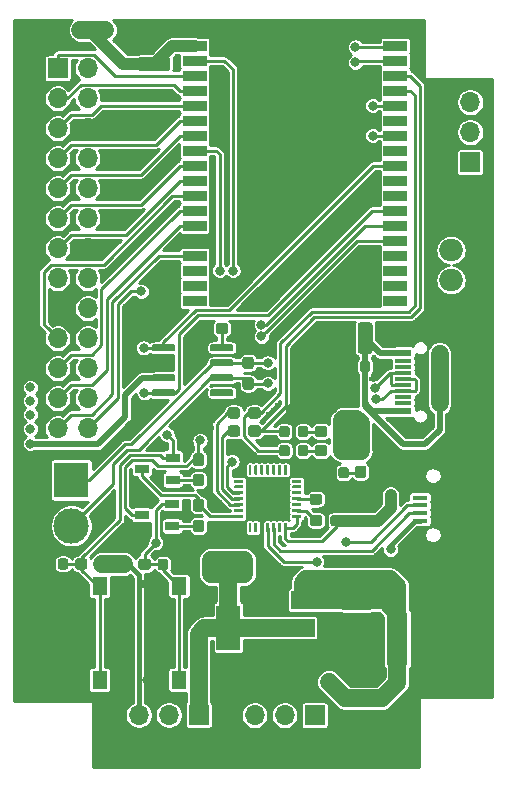
<source format=gbr>
G04 #@! TF.GenerationSoftware,KiCad,Pcbnew,5.1.5+dfsg1-2build2*
G04 #@! TF.CreationDate,2020-07-06T17:32:12+07:00*
G04 #@! TF.ProjectId,esp_wrover_open,6573705f-7772-46f7-9665-725f6f70656e,rev?*
G04 #@! TF.SameCoordinates,Original*
G04 #@! TF.FileFunction,Copper,L1,Top*
G04 #@! TF.FilePolarity,Positive*
%FSLAX46Y46*%
G04 Gerber Fmt 4.6, Leading zero omitted, Abs format (unit mm)*
G04 Created by KiCad (PCBNEW 5.1.5+dfsg1-2build2) date 2020-07-06 17:32:12*
%MOMM*%
%LPD*%
G04 APERTURE LIST*
%ADD10C,0.100000*%
%ADD11C,3.000000*%
%ADD12R,3.000000X3.000000*%
%ADD13R,1.200000X0.800000*%
%ADD14O,1.800000X1.150000*%
%ADD15O,2.000000X1.450000*%
%ADD16R,1.300000X0.450000*%
%ADD17R,5.000000X5.000000*%
%ADD18R,2.000000X0.900000*%
%ADD19R,2.000000X1.500000*%
%ADD20R,2.000000X3.800000*%
%ADD21O,1.700000X1.700000*%
%ADD22R,1.700000X1.700000*%
%ADD23R,1.300000X1.550000*%
%ADD24R,1.800000X4.400000*%
%ADD25O,1.800000X4.000000*%
%ADD26O,4.000000X1.800000*%
%ADD27R,1.450000X0.600000*%
%ADD28R,1.450000X0.300000*%
%ADD29O,2.100000X1.000000*%
%ADD30O,1.600000X1.000000*%
%ADD31O,2.000000X1.905000*%
%ADD32R,2.000000X1.905000*%
%ADD33C,0.400000*%
%ADD34C,0.800000*%
%ADD35C,0.250000*%
%ADD36C,1.500000*%
%ADD37C,0.400000*%
%ADD38C,1.000000*%
%ADD39C,0.300000*%
%ADD40C,0.500000*%
%ADD41C,0.254000*%
G04 APERTURE END LIST*
G04 #@! TA.AperFunction,SMDPad,CuDef*
D10*
G36*
X69604703Y-71615722D02*
G01*
X69619264Y-71617882D01*
X69633543Y-71621459D01*
X69647403Y-71626418D01*
X69660710Y-71632712D01*
X69673336Y-71640280D01*
X69685159Y-71649048D01*
X69696066Y-71658934D01*
X69705952Y-71669841D01*
X69714720Y-71681664D01*
X69722288Y-71694290D01*
X69728582Y-71707597D01*
X69733541Y-71721457D01*
X69737118Y-71735736D01*
X69739278Y-71750297D01*
X69740000Y-71765000D01*
X69740000Y-72065000D01*
X69739278Y-72079703D01*
X69737118Y-72094264D01*
X69733541Y-72108543D01*
X69728582Y-72122403D01*
X69722288Y-72135710D01*
X69714720Y-72148336D01*
X69705952Y-72160159D01*
X69696066Y-72171066D01*
X69685159Y-72180952D01*
X69673336Y-72189720D01*
X69660710Y-72197288D01*
X69647403Y-72203582D01*
X69633543Y-72208541D01*
X69619264Y-72212118D01*
X69604703Y-72214278D01*
X69590000Y-72215000D01*
X67940000Y-72215000D01*
X67925297Y-72214278D01*
X67910736Y-72212118D01*
X67896457Y-72208541D01*
X67882597Y-72203582D01*
X67869290Y-72197288D01*
X67856664Y-72189720D01*
X67844841Y-72180952D01*
X67833934Y-72171066D01*
X67824048Y-72160159D01*
X67815280Y-72148336D01*
X67807712Y-72135710D01*
X67801418Y-72122403D01*
X67796459Y-72108543D01*
X67792882Y-72094264D01*
X67790722Y-72079703D01*
X67790000Y-72065000D01*
X67790000Y-71765000D01*
X67790722Y-71750297D01*
X67792882Y-71735736D01*
X67796459Y-71721457D01*
X67801418Y-71707597D01*
X67807712Y-71694290D01*
X67815280Y-71681664D01*
X67824048Y-71669841D01*
X67833934Y-71658934D01*
X67844841Y-71649048D01*
X67856664Y-71640280D01*
X67869290Y-71632712D01*
X67882597Y-71626418D01*
X67896457Y-71621459D01*
X67910736Y-71617882D01*
X67925297Y-71615722D01*
X67940000Y-71615000D01*
X69590000Y-71615000D01*
X69604703Y-71615722D01*
G37*
G04 #@! TD.AperFunction*
G04 #@! TA.AperFunction,SMDPad,CuDef*
G36*
X69604703Y-72885722D02*
G01*
X69619264Y-72887882D01*
X69633543Y-72891459D01*
X69647403Y-72896418D01*
X69660710Y-72902712D01*
X69673336Y-72910280D01*
X69685159Y-72919048D01*
X69696066Y-72928934D01*
X69705952Y-72939841D01*
X69714720Y-72951664D01*
X69722288Y-72964290D01*
X69728582Y-72977597D01*
X69733541Y-72991457D01*
X69737118Y-73005736D01*
X69739278Y-73020297D01*
X69740000Y-73035000D01*
X69740000Y-73335000D01*
X69739278Y-73349703D01*
X69737118Y-73364264D01*
X69733541Y-73378543D01*
X69728582Y-73392403D01*
X69722288Y-73405710D01*
X69714720Y-73418336D01*
X69705952Y-73430159D01*
X69696066Y-73441066D01*
X69685159Y-73450952D01*
X69673336Y-73459720D01*
X69660710Y-73467288D01*
X69647403Y-73473582D01*
X69633543Y-73478541D01*
X69619264Y-73482118D01*
X69604703Y-73484278D01*
X69590000Y-73485000D01*
X67940000Y-73485000D01*
X67925297Y-73484278D01*
X67910736Y-73482118D01*
X67896457Y-73478541D01*
X67882597Y-73473582D01*
X67869290Y-73467288D01*
X67856664Y-73459720D01*
X67844841Y-73450952D01*
X67833934Y-73441066D01*
X67824048Y-73430159D01*
X67815280Y-73418336D01*
X67807712Y-73405710D01*
X67801418Y-73392403D01*
X67796459Y-73378543D01*
X67792882Y-73364264D01*
X67790722Y-73349703D01*
X67790000Y-73335000D01*
X67790000Y-73035000D01*
X67790722Y-73020297D01*
X67792882Y-73005736D01*
X67796459Y-72991457D01*
X67801418Y-72977597D01*
X67807712Y-72964290D01*
X67815280Y-72951664D01*
X67824048Y-72939841D01*
X67833934Y-72928934D01*
X67844841Y-72919048D01*
X67856664Y-72910280D01*
X67869290Y-72902712D01*
X67882597Y-72896418D01*
X67896457Y-72891459D01*
X67910736Y-72887882D01*
X67925297Y-72885722D01*
X67940000Y-72885000D01*
X69590000Y-72885000D01*
X69604703Y-72885722D01*
G37*
G04 #@! TD.AperFunction*
G04 #@! TA.AperFunction,SMDPad,CuDef*
G36*
X69604703Y-74155722D02*
G01*
X69619264Y-74157882D01*
X69633543Y-74161459D01*
X69647403Y-74166418D01*
X69660710Y-74172712D01*
X69673336Y-74180280D01*
X69685159Y-74189048D01*
X69696066Y-74198934D01*
X69705952Y-74209841D01*
X69714720Y-74221664D01*
X69722288Y-74234290D01*
X69728582Y-74247597D01*
X69733541Y-74261457D01*
X69737118Y-74275736D01*
X69739278Y-74290297D01*
X69740000Y-74305000D01*
X69740000Y-74605000D01*
X69739278Y-74619703D01*
X69737118Y-74634264D01*
X69733541Y-74648543D01*
X69728582Y-74662403D01*
X69722288Y-74675710D01*
X69714720Y-74688336D01*
X69705952Y-74700159D01*
X69696066Y-74711066D01*
X69685159Y-74720952D01*
X69673336Y-74729720D01*
X69660710Y-74737288D01*
X69647403Y-74743582D01*
X69633543Y-74748541D01*
X69619264Y-74752118D01*
X69604703Y-74754278D01*
X69590000Y-74755000D01*
X67940000Y-74755000D01*
X67925297Y-74754278D01*
X67910736Y-74752118D01*
X67896457Y-74748541D01*
X67882597Y-74743582D01*
X67869290Y-74737288D01*
X67856664Y-74729720D01*
X67844841Y-74720952D01*
X67833934Y-74711066D01*
X67824048Y-74700159D01*
X67815280Y-74688336D01*
X67807712Y-74675710D01*
X67801418Y-74662403D01*
X67796459Y-74648543D01*
X67792882Y-74634264D01*
X67790722Y-74619703D01*
X67790000Y-74605000D01*
X67790000Y-74305000D01*
X67790722Y-74290297D01*
X67792882Y-74275736D01*
X67796459Y-74261457D01*
X67801418Y-74247597D01*
X67807712Y-74234290D01*
X67815280Y-74221664D01*
X67824048Y-74209841D01*
X67833934Y-74198934D01*
X67844841Y-74189048D01*
X67856664Y-74180280D01*
X67869290Y-74172712D01*
X67882597Y-74166418D01*
X67896457Y-74161459D01*
X67910736Y-74157882D01*
X67925297Y-74155722D01*
X67940000Y-74155000D01*
X69590000Y-74155000D01*
X69604703Y-74155722D01*
G37*
G04 #@! TD.AperFunction*
G04 #@! TA.AperFunction,SMDPad,CuDef*
G36*
X69604703Y-75425722D02*
G01*
X69619264Y-75427882D01*
X69633543Y-75431459D01*
X69647403Y-75436418D01*
X69660710Y-75442712D01*
X69673336Y-75450280D01*
X69685159Y-75459048D01*
X69696066Y-75468934D01*
X69705952Y-75479841D01*
X69714720Y-75491664D01*
X69722288Y-75504290D01*
X69728582Y-75517597D01*
X69733541Y-75531457D01*
X69737118Y-75545736D01*
X69739278Y-75560297D01*
X69740000Y-75575000D01*
X69740000Y-75875000D01*
X69739278Y-75889703D01*
X69737118Y-75904264D01*
X69733541Y-75918543D01*
X69728582Y-75932403D01*
X69722288Y-75945710D01*
X69714720Y-75958336D01*
X69705952Y-75970159D01*
X69696066Y-75981066D01*
X69685159Y-75990952D01*
X69673336Y-75999720D01*
X69660710Y-76007288D01*
X69647403Y-76013582D01*
X69633543Y-76018541D01*
X69619264Y-76022118D01*
X69604703Y-76024278D01*
X69590000Y-76025000D01*
X67940000Y-76025000D01*
X67925297Y-76024278D01*
X67910736Y-76022118D01*
X67896457Y-76018541D01*
X67882597Y-76013582D01*
X67869290Y-76007288D01*
X67856664Y-75999720D01*
X67844841Y-75990952D01*
X67833934Y-75981066D01*
X67824048Y-75970159D01*
X67815280Y-75958336D01*
X67807712Y-75945710D01*
X67801418Y-75932403D01*
X67796459Y-75918543D01*
X67792882Y-75904264D01*
X67790722Y-75889703D01*
X67790000Y-75875000D01*
X67790000Y-75575000D01*
X67790722Y-75560297D01*
X67792882Y-75545736D01*
X67796459Y-75531457D01*
X67801418Y-75517597D01*
X67807712Y-75504290D01*
X67815280Y-75491664D01*
X67824048Y-75479841D01*
X67833934Y-75468934D01*
X67844841Y-75459048D01*
X67856664Y-75450280D01*
X67869290Y-75442712D01*
X67882597Y-75436418D01*
X67896457Y-75431459D01*
X67910736Y-75427882D01*
X67925297Y-75425722D01*
X67940000Y-75425000D01*
X69590000Y-75425000D01*
X69604703Y-75425722D01*
G37*
G04 #@! TD.AperFunction*
G04 #@! TA.AperFunction,SMDPad,CuDef*
G36*
X64654703Y-75425722D02*
G01*
X64669264Y-75427882D01*
X64683543Y-75431459D01*
X64697403Y-75436418D01*
X64710710Y-75442712D01*
X64723336Y-75450280D01*
X64735159Y-75459048D01*
X64746066Y-75468934D01*
X64755952Y-75479841D01*
X64764720Y-75491664D01*
X64772288Y-75504290D01*
X64778582Y-75517597D01*
X64783541Y-75531457D01*
X64787118Y-75545736D01*
X64789278Y-75560297D01*
X64790000Y-75575000D01*
X64790000Y-75875000D01*
X64789278Y-75889703D01*
X64787118Y-75904264D01*
X64783541Y-75918543D01*
X64778582Y-75932403D01*
X64772288Y-75945710D01*
X64764720Y-75958336D01*
X64755952Y-75970159D01*
X64746066Y-75981066D01*
X64735159Y-75990952D01*
X64723336Y-75999720D01*
X64710710Y-76007288D01*
X64697403Y-76013582D01*
X64683543Y-76018541D01*
X64669264Y-76022118D01*
X64654703Y-76024278D01*
X64640000Y-76025000D01*
X62990000Y-76025000D01*
X62975297Y-76024278D01*
X62960736Y-76022118D01*
X62946457Y-76018541D01*
X62932597Y-76013582D01*
X62919290Y-76007288D01*
X62906664Y-75999720D01*
X62894841Y-75990952D01*
X62883934Y-75981066D01*
X62874048Y-75970159D01*
X62865280Y-75958336D01*
X62857712Y-75945710D01*
X62851418Y-75932403D01*
X62846459Y-75918543D01*
X62842882Y-75904264D01*
X62840722Y-75889703D01*
X62840000Y-75875000D01*
X62840000Y-75575000D01*
X62840722Y-75560297D01*
X62842882Y-75545736D01*
X62846459Y-75531457D01*
X62851418Y-75517597D01*
X62857712Y-75504290D01*
X62865280Y-75491664D01*
X62874048Y-75479841D01*
X62883934Y-75468934D01*
X62894841Y-75459048D01*
X62906664Y-75450280D01*
X62919290Y-75442712D01*
X62932597Y-75436418D01*
X62946457Y-75431459D01*
X62960736Y-75427882D01*
X62975297Y-75425722D01*
X62990000Y-75425000D01*
X64640000Y-75425000D01*
X64654703Y-75425722D01*
G37*
G04 #@! TD.AperFunction*
G04 #@! TA.AperFunction,SMDPad,CuDef*
G36*
X64654703Y-74155722D02*
G01*
X64669264Y-74157882D01*
X64683543Y-74161459D01*
X64697403Y-74166418D01*
X64710710Y-74172712D01*
X64723336Y-74180280D01*
X64735159Y-74189048D01*
X64746066Y-74198934D01*
X64755952Y-74209841D01*
X64764720Y-74221664D01*
X64772288Y-74234290D01*
X64778582Y-74247597D01*
X64783541Y-74261457D01*
X64787118Y-74275736D01*
X64789278Y-74290297D01*
X64790000Y-74305000D01*
X64790000Y-74605000D01*
X64789278Y-74619703D01*
X64787118Y-74634264D01*
X64783541Y-74648543D01*
X64778582Y-74662403D01*
X64772288Y-74675710D01*
X64764720Y-74688336D01*
X64755952Y-74700159D01*
X64746066Y-74711066D01*
X64735159Y-74720952D01*
X64723336Y-74729720D01*
X64710710Y-74737288D01*
X64697403Y-74743582D01*
X64683543Y-74748541D01*
X64669264Y-74752118D01*
X64654703Y-74754278D01*
X64640000Y-74755000D01*
X62990000Y-74755000D01*
X62975297Y-74754278D01*
X62960736Y-74752118D01*
X62946457Y-74748541D01*
X62932597Y-74743582D01*
X62919290Y-74737288D01*
X62906664Y-74729720D01*
X62894841Y-74720952D01*
X62883934Y-74711066D01*
X62874048Y-74700159D01*
X62865280Y-74688336D01*
X62857712Y-74675710D01*
X62851418Y-74662403D01*
X62846459Y-74648543D01*
X62842882Y-74634264D01*
X62840722Y-74619703D01*
X62840000Y-74605000D01*
X62840000Y-74305000D01*
X62840722Y-74290297D01*
X62842882Y-74275736D01*
X62846459Y-74261457D01*
X62851418Y-74247597D01*
X62857712Y-74234290D01*
X62865280Y-74221664D01*
X62874048Y-74209841D01*
X62883934Y-74198934D01*
X62894841Y-74189048D01*
X62906664Y-74180280D01*
X62919290Y-74172712D01*
X62932597Y-74166418D01*
X62946457Y-74161459D01*
X62960736Y-74157882D01*
X62975297Y-74155722D01*
X62990000Y-74155000D01*
X64640000Y-74155000D01*
X64654703Y-74155722D01*
G37*
G04 #@! TD.AperFunction*
G04 #@! TA.AperFunction,SMDPad,CuDef*
G36*
X64654703Y-72885722D02*
G01*
X64669264Y-72887882D01*
X64683543Y-72891459D01*
X64697403Y-72896418D01*
X64710710Y-72902712D01*
X64723336Y-72910280D01*
X64735159Y-72919048D01*
X64746066Y-72928934D01*
X64755952Y-72939841D01*
X64764720Y-72951664D01*
X64772288Y-72964290D01*
X64778582Y-72977597D01*
X64783541Y-72991457D01*
X64787118Y-73005736D01*
X64789278Y-73020297D01*
X64790000Y-73035000D01*
X64790000Y-73335000D01*
X64789278Y-73349703D01*
X64787118Y-73364264D01*
X64783541Y-73378543D01*
X64778582Y-73392403D01*
X64772288Y-73405710D01*
X64764720Y-73418336D01*
X64755952Y-73430159D01*
X64746066Y-73441066D01*
X64735159Y-73450952D01*
X64723336Y-73459720D01*
X64710710Y-73467288D01*
X64697403Y-73473582D01*
X64683543Y-73478541D01*
X64669264Y-73482118D01*
X64654703Y-73484278D01*
X64640000Y-73485000D01*
X62990000Y-73485000D01*
X62975297Y-73484278D01*
X62960736Y-73482118D01*
X62946457Y-73478541D01*
X62932597Y-73473582D01*
X62919290Y-73467288D01*
X62906664Y-73459720D01*
X62894841Y-73450952D01*
X62883934Y-73441066D01*
X62874048Y-73430159D01*
X62865280Y-73418336D01*
X62857712Y-73405710D01*
X62851418Y-73392403D01*
X62846459Y-73378543D01*
X62842882Y-73364264D01*
X62840722Y-73349703D01*
X62840000Y-73335000D01*
X62840000Y-73035000D01*
X62840722Y-73020297D01*
X62842882Y-73005736D01*
X62846459Y-72991457D01*
X62851418Y-72977597D01*
X62857712Y-72964290D01*
X62865280Y-72951664D01*
X62874048Y-72939841D01*
X62883934Y-72928934D01*
X62894841Y-72919048D01*
X62906664Y-72910280D01*
X62919290Y-72902712D01*
X62932597Y-72896418D01*
X62946457Y-72891459D01*
X62960736Y-72887882D01*
X62975297Y-72885722D01*
X62990000Y-72885000D01*
X64640000Y-72885000D01*
X64654703Y-72885722D01*
G37*
G04 #@! TD.AperFunction*
G04 #@! TA.AperFunction,SMDPad,CuDef*
G36*
X64654703Y-71615722D02*
G01*
X64669264Y-71617882D01*
X64683543Y-71621459D01*
X64697403Y-71626418D01*
X64710710Y-71632712D01*
X64723336Y-71640280D01*
X64735159Y-71649048D01*
X64746066Y-71658934D01*
X64755952Y-71669841D01*
X64764720Y-71681664D01*
X64772288Y-71694290D01*
X64778582Y-71707597D01*
X64783541Y-71721457D01*
X64787118Y-71735736D01*
X64789278Y-71750297D01*
X64790000Y-71765000D01*
X64790000Y-72065000D01*
X64789278Y-72079703D01*
X64787118Y-72094264D01*
X64783541Y-72108543D01*
X64778582Y-72122403D01*
X64772288Y-72135710D01*
X64764720Y-72148336D01*
X64755952Y-72160159D01*
X64746066Y-72171066D01*
X64735159Y-72180952D01*
X64723336Y-72189720D01*
X64710710Y-72197288D01*
X64697403Y-72203582D01*
X64683543Y-72208541D01*
X64669264Y-72212118D01*
X64654703Y-72214278D01*
X64640000Y-72215000D01*
X62990000Y-72215000D01*
X62975297Y-72214278D01*
X62960736Y-72212118D01*
X62946457Y-72208541D01*
X62932597Y-72203582D01*
X62919290Y-72197288D01*
X62906664Y-72189720D01*
X62894841Y-72180952D01*
X62883934Y-72171066D01*
X62874048Y-72160159D01*
X62865280Y-72148336D01*
X62857712Y-72135710D01*
X62851418Y-72122403D01*
X62846459Y-72108543D01*
X62842882Y-72094264D01*
X62840722Y-72079703D01*
X62840000Y-72065000D01*
X62840000Y-71765000D01*
X62840722Y-71750297D01*
X62842882Y-71735736D01*
X62846459Y-71721457D01*
X62851418Y-71707597D01*
X62857712Y-71694290D01*
X62865280Y-71681664D01*
X62874048Y-71669841D01*
X62883934Y-71658934D01*
X62894841Y-71649048D01*
X62906664Y-71640280D01*
X62919290Y-71632712D01*
X62932597Y-71626418D01*
X62946457Y-71621459D01*
X62960736Y-71617882D01*
X62975297Y-71615722D01*
X62990000Y-71615000D01*
X64640000Y-71615000D01*
X64654703Y-71615722D01*
G37*
G04 #@! TD.AperFunction*
D11*
X56020000Y-86980000D03*
D12*
X56020000Y-83100000D03*
D13*
X62000000Y-82150000D03*
X64600000Y-81200000D03*
X64600000Y-83100000D03*
G04 #@! TA.AperFunction,SMDPad,CuDef*
D10*
G36*
X65575191Y-89766053D02*
G01*
X65596426Y-89769203D01*
X65617250Y-89774419D01*
X65637462Y-89781651D01*
X65656868Y-89790830D01*
X65675281Y-89801866D01*
X65692524Y-89814654D01*
X65708430Y-89829070D01*
X65722846Y-89844976D01*
X65735634Y-89862219D01*
X65746670Y-89880632D01*
X65755849Y-89900038D01*
X65763081Y-89920250D01*
X65768297Y-89941074D01*
X65771447Y-89962309D01*
X65772500Y-89983750D01*
X65772500Y-90496250D01*
X65771447Y-90517691D01*
X65768297Y-90538926D01*
X65763081Y-90559750D01*
X65755849Y-90579962D01*
X65746670Y-90599368D01*
X65735634Y-90617781D01*
X65722846Y-90635024D01*
X65708430Y-90650930D01*
X65692524Y-90665346D01*
X65675281Y-90678134D01*
X65656868Y-90689170D01*
X65637462Y-90698349D01*
X65617250Y-90705581D01*
X65596426Y-90710797D01*
X65575191Y-90713947D01*
X65553750Y-90715000D01*
X65116250Y-90715000D01*
X65094809Y-90713947D01*
X65073574Y-90710797D01*
X65052750Y-90705581D01*
X65032538Y-90698349D01*
X65013132Y-90689170D01*
X64994719Y-90678134D01*
X64977476Y-90665346D01*
X64961570Y-90650930D01*
X64947154Y-90635024D01*
X64934366Y-90617781D01*
X64923330Y-90599368D01*
X64914151Y-90579962D01*
X64906919Y-90559750D01*
X64901703Y-90538926D01*
X64898553Y-90517691D01*
X64897500Y-90496250D01*
X64897500Y-89983750D01*
X64898553Y-89962309D01*
X64901703Y-89941074D01*
X64906919Y-89920250D01*
X64914151Y-89900038D01*
X64923330Y-89880632D01*
X64934366Y-89862219D01*
X64947154Y-89844976D01*
X64961570Y-89829070D01*
X64977476Y-89814654D01*
X64994719Y-89801866D01*
X65013132Y-89790830D01*
X65032538Y-89781651D01*
X65052750Y-89774419D01*
X65073574Y-89769203D01*
X65094809Y-89766053D01*
X65116250Y-89765000D01*
X65553750Y-89765000D01*
X65575191Y-89766053D01*
G37*
G04 #@! TD.AperFunction*
G04 #@! TA.AperFunction,SMDPad,CuDef*
G36*
X64000191Y-89766053D02*
G01*
X64021426Y-89769203D01*
X64042250Y-89774419D01*
X64062462Y-89781651D01*
X64081868Y-89790830D01*
X64100281Y-89801866D01*
X64117524Y-89814654D01*
X64133430Y-89829070D01*
X64147846Y-89844976D01*
X64160634Y-89862219D01*
X64171670Y-89880632D01*
X64180849Y-89900038D01*
X64188081Y-89920250D01*
X64193297Y-89941074D01*
X64196447Y-89962309D01*
X64197500Y-89983750D01*
X64197500Y-90496250D01*
X64196447Y-90517691D01*
X64193297Y-90538926D01*
X64188081Y-90559750D01*
X64180849Y-90579962D01*
X64171670Y-90599368D01*
X64160634Y-90617781D01*
X64147846Y-90635024D01*
X64133430Y-90650930D01*
X64117524Y-90665346D01*
X64100281Y-90678134D01*
X64081868Y-90689170D01*
X64062462Y-90698349D01*
X64042250Y-90705581D01*
X64021426Y-90710797D01*
X64000191Y-90713947D01*
X63978750Y-90715000D01*
X63541250Y-90715000D01*
X63519809Y-90713947D01*
X63498574Y-90710797D01*
X63477750Y-90705581D01*
X63457538Y-90698349D01*
X63438132Y-90689170D01*
X63419719Y-90678134D01*
X63402476Y-90665346D01*
X63386570Y-90650930D01*
X63372154Y-90635024D01*
X63359366Y-90617781D01*
X63348330Y-90599368D01*
X63339151Y-90579962D01*
X63331919Y-90559750D01*
X63326703Y-90538926D01*
X63323553Y-90517691D01*
X63322500Y-90496250D01*
X63322500Y-89983750D01*
X63323553Y-89962309D01*
X63326703Y-89941074D01*
X63331919Y-89920250D01*
X63339151Y-89900038D01*
X63348330Y-89880632D01*
X63359366Y-89862219D01*
X63372154Y-89844976D01*
X63386570Y-89829070D01*
X63402476Y-89814654D01*
X63419719Y-89801866D01*
X63438132Y-89790830D01*
X63457538Y-89781651D01*
X63477750Y-89774419D01*
X63498574Y-89769203D01*
X63519809Y-89766053D01*
X63541250Y-89765000D01*
X63978750Y-89765000D01*
X64000191Y-89766053D01*
G37*
G04 #@! TD.AperFunction*
G04 #@! TA.AperFunction,SMDPad,CuDef*
G36*
X53985191Y-89736053D02*
G01*
X54006426Y-89739203D01*
X54027250Y-89744419D01*
X54047462Y-89751651D01*
X54066868Y-89760830D01*
X54085281Y-89771866D01*
X54102524Y-89784654D01*
X54118430Y-89799070D01*
X54132846Y-89814976D01*
X54145634Y-89832219D01*
X54156670Y-89850632D01*
X54165849Y-89870038D01*
X54173081Y-89890250D01*
X54178297Y-89911074D01*
X54181447Y-89932309D01*
X54182500Y-89953750D01*
X54182500Y-90466250D01*
X54181447Y-90487691D01*
X54178297Y-90508926D01*
X54173081Y-90529750D01*
X54165849Y-90549962D01*
X54156670Y-90569368D01*
X54145634Y-90587781D01*
X54132846Y-90605024D01*
X54118430Y-90620930D01*
X54102524Y-90635346D01*
X54085281Y-90648134D01*
X54066868Y-90659170D01*
X54047462Y-90668349D01*
X54027250Y-90675581D01*
X54006426Y-90680797D01*
X53985191Y-90683947D01*
X53963750Y-90685000D01*
X53526250Y-90685000D01*
X53504809Y-90683947D01*
X53483574Y-90680797D01*
X53462750Y-90675581D01*
X53442538Y-90668349D01*
X53423132Y-90659170D01*
X53404719Y-90648134D01*
X53387476Y-90635346D01*
X53371570Y-90620930D01*
X53357154Y-90605024D01*
X53344366Y-90587781D01*
X53333330Y-90569368D01*
X53324151Y-90549962D01*
X53316919Y-90529750D01*
X53311703Y-90508926D01*
X53308553Y-90487691D01*
X53307500Y-90466250D01*
X53307500Y-89953750D01*
X53308553Y-89932309D01*
X53311703Y-89911074D01*
X53316919Y-89890250D01*
X53324151Y-89870038D01*
X53333330Y-89850632D01*
X53344366Y-89832219D01*
X53357154Y-89814976D01*
X53371570Y-89799070D01*
X53387476Y-89784654D01*
X53404719Y-89771866D01*
X53423132Y-89760830D01*
X53442538Y-89751651D01*
X53462750Y-89744419D01*
X53483574Y-89739203D01*
X53504809Y-89736053D01*
X53526250Y-89735000D01*
X53963750Y-89735000D01*
X53985191Y-89736053D01*
G37*
G04 #@! TD.AperFunction*
G04 #@! TA.AperFunction,SMDPad,CuDef*
G36*
X55560191Y-89736053D02*
G01*
X55581426Y-89739203D01*
X55602250Y-89744419D01*
X55622462Y-89751651D01*
X55641868Y-89760830D01*
X55660281Y-89771866D01*
X55677524Y-89784654D01*
X55693430Y-89799070D01*
X55707846Y-89814976D01*
X55720634Y-89832219D01*
X55731670Y-89850632D01*
X55740849Y-89870038D01*
X55748081Y-89890250D01*
X55753297Y-89911074D01*
X55756447Y-89932309D01*
X55757500Y-89953750D01*
X55757500Y-90466250D01*
X55756447Y-90487691D01*
X55753297Y-90508926D01*
X55748081Y-90529750D01*
X55740849Y-90549962D01*
X55731670Y-90569368D01*
X55720634Y-90587781D01*
X55707846Y-90605024D01*
X55693430Y-90620930D01*
X55677524Y-90635346D01*
X55660281Y-90648134D01*
X55641868Y-90659170D01*
X55622462Y-90668349D01*
X55602250Y-90675581D01*
X55581426Y-90680797D01*
X55560191Y-90683947D01*
X55538750Y-90685000D01*
X55101250Y-90685000D01*
X55079809Y-90683947D01*
X55058574Y-90680797D01*
X55037750Y-90675581D01*
X55017538Y-90668349D01*
X54998132Y-90659170D01*
X54979719Y-90648134D01*
X54962476Y-90635346D01*
X54946570Y-90620930D01*
X54932154Y-90605024D01*
X54919366Y-90587781D01*
X54908330Y-90569368D01*
X54899151Y-90549962D01*
X54891919Y-90529750D01*
X54886703Y-90508926D01*
X54883553Y-90487691D01*
X54882500Y-90466250D01*
X54882500Y-89953750D01*
X54883553Y-89932309D01*
X54886703Y-89911074D01*
X54891919Y-89890250D01*
X54899151Y-89870038D01*
X54908330Y-89850632D01*
X54919366Y-89832219D01*
X54932154Y-89814976D01*
X54946570Y-89799070D01*
X54962476Y-89784654D01*
X54979719Y-89771866D01*
X54998132Y-89760830D01*
X55017538Y-89751651D01*
X55037750Y-89744419D01*
X55058574Y-89739203D01*
X55079809Y-89736053D01*
X55101250Y-89735000D01*
X55538750Y-89735000D01*
X55560191Y-89736053D01*
G37*
G04 #@! TD.AperFunction*
G04 #@! TA.AperFunction,SMDPad,CuDef*
G36*
X78057691Y-94428553D02*
G01*
X78078926Y-94431703D01*
X78099750Y-94436919D01*
X78119962Y-94444151D01*
X78139368Y-94453330D01*
X78157781Y-94464366D01*
X78175024Y-94477154D01*
X78190930Y-94491570D01*
X78205346Y-94507476D01*
X78218134Y-94524719D01*
X78229170Y-94543132D01*
X78238349Y-94562538D01*
X78245581Y-94582750D01*
X78250797Y-94603574D01*
X78253947Y-94624809D01*
X78255000Y-94646250D01*
X78255000Y-95083750D01*
X78253947Y-95105191D01*
X78250797Y-95126426D01*
X78245581Y-95147250D01*
X78238349Y-95167462D01*
X78229170Y-95186868D01*
X78218134Y-95205281D01*
X78205346Y-95222524D01*
X78190930Y-95238430D01*
X78175024Y-95252846D01*
X78157781Y-95265634D01*
X78139368Y-95276670D01*
X78119962Y-95285849D01*
X78099750Y-95293081D01*
X78078926Y-95298297D01*
X78057691Y-95301447D01*
X78036250Y-95302500D01*
X77523750Y-95302500D01*
X77502309Y-95301447D01*
X77481074Y-95298297D01*
X77460250Y-95293081D01*
X77440038Y-95285849D01*
X77420632Y-95276670D01*
X77402219Y-95265634D01*
X77384976Y-95252846D01*
X77369070Y-95238430D01*
X77354654Y-95222524D01*
X77341866Y-95205281D01*
X77330830Y-95186868D01*
X77321651Y-95167462D01*
X77314419Y-95147250D01*
X77309203Y-95126426D01*
X77306053Y-95105191D01*
X77305000Y-95083750D01*
X77305000Y-94646250D01*
X77306053Y-94624809D01*
X77309203Y-94603574D01*
X77314419Y-94582750D01*
X77321651Y-94562538D01*
X77330830Y-94543132D01*
X77341866Y-94524719D01*
X77354654Y-94507476D01*
X77369070Y-94491570D01*
X77384976Y-94477154D01*
X77402219Y-94464366D01*
X77420632Y-94453330D01*
X77440038Y-94444151D01*
X77460250Y-94436919D01*
X77481074Y-94431703D01*
X77502309Y-94428553D01*
X77523750Y-94427500D01*
X78036250Y-94427500D01*
X78057691Y-94428553D01*
G37*
G04 #@! TD.AperFunction*
G04 #@! TA.AperFunction,SMDPad,CuDef*
G36*
X78057691Y-92853553D02*
G01*
X78078926Y-92856703D01*
X78099750Y-92861919D01*
X78119962Y-92869151D01*
X78139368Y-92878330D01*
X78157781Y-92889366D01*
X78175024Y-92902154D01*
X78190930Y-92916570D01*
X78205346Y-92932476D01*
X78218134Y-92949719D01*
X78229170Y-92968132D01*
X78238349Y-92987538D01*
X78245581Y-93007750D01*
X78250797Y-93028574D01*
X78253947Y-93049809D01*
X78255000Y-93071250D01*
X78255000Y-93508750D01*
X78253947Y-93530191D01*
X78250797Y-93551426D01*
X78245581Y-93572250D01*
X78238349Y-93592462D01*
X78229170Y-93611868D01*
X78218134Y-93630281D01*
X78205346Y-93647524D01*
X78190930Y-93663430D01*
X78175024Y-93677846D01*
X78157781Y-93690634D01*
X78139368Y-93701670D01*
X78119962Y-93710849D01*
X78099750Y-93718081D01*
X78078926Y-93723297D01*
X78057691Y-93726447D01*
X78036250Y-93727500D01*
X77523750Y-93727500D01*
X77502309Y-93726447D01*
X77481074Y-93723297D01*
X77460250Y-93718081D01*
X77440038Y-93710849D01*
X77420632Y-93701670D01*
X77402219Y-93690634D01*
X77384976Y-93677846D01*
X77369070Y-93663430D01*
X77354654Y-93647524D01*
X77341866Y-93630281D01*
X77330830Y-93611868D01*
X77321651Y-93592462D01*
X77314419Y-93572250D01*
X77309203Y-93551426D01*
X77306053Y-93530191D01*
X77305000Y-93508750D01*
X77305000Y-93071250D01*
X77306053Y-93049809D01*
X77309203Y-93028574D01*
X77314419Y-93007750D01*
X77321651Y-92987538D01*
X77330830Y-92968132D01*
X77341866Y-92949719D01*
X77354654Y-92932476D01*
X77369070Y-92916570D01*
X77384976Y-92902154D01*
X77402219Y-92889366D01*
X77420632Y-92878330D01*
X77440038Y-92869151D01*
X77460250Y-92861919D01*
X77481074Y-92856703D01*
X77502309Y-92853553D01*
X77523750Y-92852500D01*
X78036250Y-92852500D01*
X78057691Y-92853553D01*
G37*
G04 #@! TD.AperFunction*
G04 #@! TA.AperFunction,SMDPad,CuDef*
G36*
X67547691Y-93636053D02*
G01*
X67568926Y-93639203D01*
X67589750Y-93644419D01*
X67609962Y-93651651D01*
X67629368Y-93660830D01*
X67647781Y-93671866D01*
X67665024Y-93684654D01*
X67680930Y-93699070D01*
X67695346Y-93714976D01*
X67708134Y-93732219D01*
X67719170Y-93750632D01*
X67728349Y-93770038D01*
X67735581Y-93790250D01*
X67740797Y-93811074D01*
X67743947Y-93832309D01*
X67745000Y-93853750D01*
X67745000Y-94291250D01*
X67743947Y-94312691D01*
X67740797Y-94333926D01*
X67735581Y-94354750D01*
X67728349Y-94374962D01*
X67719170Y-94394368D01*
X67708134Y-94412781D01*
X67695346Y-94430024D01*
X67680930Y-94445930D01*
X67665024Y-94460346D01*
X67647781Y-94473134D01*
X67629368Y-94484170D01*
X67609962Y-94493349D01*
X67589750Y-94500581D01*
X67568926Y-94505797D01*
X67547691Y-94508947D01*
X67526250Y-94510000D01*
X67013750Y-94510000D01*
X66992309Y-94508947D01*
X66971074Y-94505797D01*
X66950250Y-94500581D01*
X66930038Y-94493349D01*
X66910632Y-94484170D01*
X66892219Y-94473134D01*
X66874976Y-94460346D01*
X66859070Y-94445930D01*
X66844654Y-94430024D01*
X66831866Y-94412781D01*
X66820830Y-94394368D01*
X66811651Y-94374962D01*
X66804419Y-94354750D01*
X66799203Y-94333926D01*
X66796053Y-94312691D01*
X66795000Y-94291250D01*
X66795000Y-93853750D01*
X66796053Y-93832309D01*
X66799203Y-93811074D01*
X66804419Y-93790250D01*
X66811651Y-93770038D01*
X66820830Y-93750632D01*
X66831866Y-93732219D01*
X66844654Y-93714976D01*
X66859070Y-93699070D01*
X66874976Y-93684654D01*
X66892219Y-93671866D01*
X66910632Y-93660830D01*
X66930038Y-93651651D01*
X66950250Y-93644419D01*
X66971074Y-93639203D01*
X66992309Y-93636053D01*
X67013750Y-93635000D01*
X67526250Y-93635000D01*
X67547691Y-93636053D01*
G37*
G04 #@! TD.AperFunction*
G04 #@! TA.AperFunction,SMDPad,CuDef*
G36*
X67547691Y-95211053D02*
G01*
X67568926Y-95214203D01*
X67589750Y-95219419D01*
X67609962Y-95226651D01*
X67629368Y-95235830D01*
X67647781Y-95246866D01*
X67665024Y-95259654D01*
X67680930Y-95274070D01*
X67695346Y-95289976D01*
X67708134Y-95307219D01*
X67719170Y-95325632D01*
X67728349Y-95345038D01*
X67735581Y-95365250D01*
X67740797Y-95386074D01*
X67743947Y-95407309D01*
X67745000Y-95428750D01*
X67745000Y-95866250D01*
X67743947Y-95887691D01*
X67740797Y-95908926D01*
X67735581Y-95929750D01*
X67728349Y-95949962D01*
X67719170Y-95969368D01*
X67708134Y-95987781D01*
X67695346Y-96005024D01*
X67680930Y-96020930D01*
X67665024Y-96035346D01*
X67647781Y-96048134D01*
X67629368Y-96059170D01*
X67609962Y-96068349D01*
X67589750Y-96075581D01*
X67568926Y-96080797D01*
X67547691Y-96083947D01*
X67526250Y-96085000D01*
X67013750Y-96085000D01*
X66992309Y-96083947D01*
X66971074Y-96080797D01*
X66950250Y-96075581D01*
X66930038Y-96068349D01*
X66910632Y-96059170D01*
X66892219Y-96048134D01*
X66874976Y-96035346D01*
X66859070Y-96020930D01*
X66844654Y-96005024D01*
X66831866Y-95987781D01*
X66820830Y-95969368D01*
X66811651Y-95949962D01*
X66804419Y-95929750D01*
X66799203Y-95908926D01*
X66796053Y-95887691D01*
X66795000Y-95866250D01*
X66795000Y-95428750D01*
X66796053Y-95407309D01*
X66799203Y-95386074D01*
X66804419Y-95365250D01*
X66811651Y-95345038D01*
X66820830Y-95325632D01*
X66831866Y-95307219D01*
X66844654Y-95289976D01*
X66859070Y-95274070D01*
X66874976Y-95259654D01*
X66892219Y-95246866D01*
X66910632Y-95235830D01*
X66930038Y-95226651D01*
X66950250Y-95219419D01*
X66971074Y-95214203D01*
X66992309Y-95211053D01*
X67013750Y-95210000D01*
X67526250Y-95210000D01*
X67547691Y-95211053D01*
G37*
G04 #@! TD.AperFunction*
G04 #@! TA.AperFunction,SMDPad,CuDef*
G36*
X60917691Y-47441053D02*
G01*
X60938926Y-47444203D01*
X60959750Y-47449419D01*
X60979962Y-47456651D01*
X60999368Y-47465830D01*
X61017781Y-47476866D01*
X61035024Y-47489654D01*
X61050930Y-47504070D01*
X61065346Y-47519976D01*
X61078134Y-47537219D01*
X61089170Y-47555632D01*
X61098349Y-47575038D01*
X61105581Y-47595250D01*
X61110797Y-47616074D01*
X61113947Y-47637309D01*
X61115000Y-47658750D01*
X61115000Y-48096250D01*
X61113947Y-48117691D01*
X61110797Y-48138926D01*
X61105581Y-48159750D01*
X61098349Y-48179962D01*
X61089170Y-48199368D01*
X61078134Y-48217781D01*
X61065346Y-48235024D01*
X61050930Y-48250930D01*
X61035024Y-48265346D01*
X61017781Y-48278134D01*
X60999368Y-48289170D01*
X60979962Y-48298349D01*
X60959750Y-48305581D01*
X60938926Y-48310797D01*
X60917691Y-48313947D01*
X60896250Y-48315000D01*
X60383750Y-48315000D01*
X60362309Y-48313947D01*
X60341074Y-48310797D01*
X60320250Y-48305581D01*
X60300038Y-48298349D01*
X60280632Y-48289170D01*
X60262219Y-48278134D01*
X60244976Y-48265346D01*
X60229070Y-48250930D01*
X60214654Y-48235024D01*
X60201866Y-48217781D01*
X60190830Y-48199368D01*
X60181651Y-48179962D01*
X60174419Y-48159750D01*
X60169203Y-48138926D01*
X60166053Y-48117691D01*
X60165000Y-48096250D01*
X60165000Y-47658750D01*
X60166053Y-47637309D01*
X60169203Y-47616074D01*
X60174419Y-47595250D01*
X60181651Y-47575038D01*
X60190830Y-47555632D01*
X60201866Y-47537219D01*
X60214654Y-47519976D01*
X60229070Y-47504070D01*
X60244976Y-47489654D01*
X60262219Y-47476866D01*
X60280632Y-47465830D01*
X60300038Y-47456651D01*
X60320250Y-47449419D01*
X60341074Y-47444203D01*
X60362309Y-47441053D01*
X60383750Y-47440000D01*
X60896250Y-47440000D01*
X60917691Y-47441053D01*
G37*
G04 #@! TD.AperFunction*
G04 #@! TA.AperFunction,SMDPad,CuDef*
G36*
X60917691Y-45866053D02*
G01*
X60938926Y-45869203D01*
X60959750Y-45874419D01*
X60979962Y-45881651D01*
X60999368Y-45890830D01*
X61017781Y-45901866D01*
X61035024Y-45914654D01*
X61050930Y-45929070D01*
X61065346Y-45944976D01*
X61078134Y-45962219D01*
X61089170Y-45980632D01*
X61098349Y-46000038D01*
X61105581Y-46020250D01*
X61110797Y-46041074D01*
X61113947Y-46062309D01*
X61115000Y-46083750D01*
X61115000Y-46521250D01*
X61113947Y-46542691D01*
X61110797Y-46563926D01*
X61105581Y-46584750D01*
X61098349Y-46604962D01*
X61089170Y-46624368D01*
X61078134Y-46642781D01*
X61065346Y-46660024D01*
X61050930Y-46675930D01*
X61035024Y-46690346D01*
X61017781Y-46703134D01*
X60999368Y-46714170D01*
X60979962Y-46723349D01*
X60959750Y-46730581D01*
X60938926Y-46735797D01*
X60917691Y-46738947D01*
X60896250Y-46740000D01*
X60383750Y-46740000D01*
X60362309Y-46738947D01*
X60341074Y-46735797D01*
X60320250Y-46730581D01*
X60300038Y-46723349D01*
X60280632Y-46714170D01*
X60262219Y-46703134D01*
X60244976Y-46690346D01*
X60229070Y-46675930D01*
X60214654Y-46660024D01*
X60201866Y-46642781D01*
X60190830Y-46624368D01*
X60181651Y-46604962D01*
X60174419Y-46584750D01*
X60169203Y-46563926D01*
X60166053Y-46542691D01*
X60165000Y-46521250D01*
X60165000Y-46083750D01*
X60166053Y-46062309D01*
X60169203Y-46041074D01*
X60174419Y-46020250D01*
X60181651Y-46000038D01*
X60190830Y-45980632D01*
X60201866Y-45962219D01*
X60214654Y-45944976D01*
X60229070Y-45929070D01*
X60244976Y-45914654D01*
X60262219Y-45901866D01*
X60280632Y-45890830D01*
X60300038Y-45881651D01*
X60320250Y-45874419D01*
X60341074Y-45869203D01*
X60362309Y-45866053D01*
X60383750Y-45865000D01*
X60896250Y-45865000D01*
X60917691Y-45866053D01*
G37*
G04 #@! TD.AperFunction*
G04 #@! TA.AperFunction,SMDPad,CuDef*
G36*
X64139504Y-47246204D02*
G01*
X64163773Y-47249804D01*
X64187571Y-47255765D01*
X64210671Y-47264030D01*
X64232849Y-47274520D01*
X64253893Y-47287133D01*
X64273598Y-47301747D01*
X64291777Y-47318223D01*
X64308253Y-47336402D01*
X64322867Y-47356107D01*
X64335480Y-47377151D01*
X64345970Y-47399329D01*
X64354235Y-47422429D01*
X64360196Y-47446227D01*
X64363796Y-47470496D01*
X64365000Y-47495000D01*
X64365000Y-48245000D01*
X64363796Y-48269504D01*
X64360196Y-48293773D01*
X64354235Y-48317571D01*
X64345970Y-48340671D01*
X64335480Y-48362849D01*
X64322867Y-48383893D01*
X64308253Y-48403598D01*
X64291777Y-48421777D01*
X64273598Y-48438253D01*
X64253893Y-48452867D01*
X64232849Y-48465480D01*
X64210671Y-48475970D01*
X64187571Y-48484235D01*
X64163773Y-48490196D01*
X64139504Y-48493796D01*
X64115000Y-48495000D01*
X61965000Y-48495000D01*
X61940496Y-48493796D01*
X61916227Y-48490196D01*
X61892429Y-48484235D01*
X61869329Y-48475970D01*
X61847151Y-48465480D01*
X61826107Y-48452867D01*
X61806402Y-48438253D01*
X61788223Y-48421777D01*
X61771747Y-48403598D01*
X61757133Y-48383893D01*
X61744520Y-48362849D01*
X61734030Y-48340671D01*
X61725765Y-48317571D01*
X61719804Y-48293773D01*
X61716204Y-48269504D01*
X61715000Y-48245000D01*
X61715000Y-47495000D01*
X61716204Y-47470496D01*
X61719804Y-47446227D01*
X61725765Y-47422429D01*
X61734030Y-47399329D01*
X61744520Y-47377151D01*
X61757133Y-47356107D01*
X61771747Y-47336402D01*
X61788223Y-47318223D01*
X61806402Y-47301747D01*
X61826107Y-47287133D01*
X61847151Y-47274520D01*
X61869329Y-47264030D01*
X61892429Y-47255765D01*
X61916227Y-47249804D01*
X61940496Y-47246204D01*
X61965000Y-47245000D01*
X64115000Y-47245000D01*
X64139504Y-47246204D01*
G37*
G04 #@! TD.AperFunction*
G04 #@! TA.AperFunction,SMDPad,CuDef*
G36*
X64139504Y-44446204D02*
G01*
X64163773Y-44449804D01*
X64187571Y-44455765D01*
X64210671Y-44464030D01*
X64232849Y-44474520D01*
X64253893Y-44487133D01*
X64273598Y-44501747D01*
X64291777Y-44518223D01*
X64308253Y-44536402D01*
X64322867Y-44556107D01*
X64335480Y-44577151D01*
X64345970Y-44599329D01*
X64354235Y-44622429D01*
X64360196Y-44646227D01*
X64363796Y-44670496D01*
X64365000Y-44695000D01*
X64365000Y-45445000D01*
X64363796Y-45469504D01*
X64360196Y-45493773D01*
X64354235Y-45517571D01*
X64345970Y-45540671D01*
X64335480Y-45562849D01*
X64322867Y-45583893D01*
X64308253Y-45603598D01*
X64291777Y-45621777D01*
X64273598Y-45638253D01*
X64253893Y-45652867D01*
X64232849Y-45665480D01*
X64210671Y-45675970D01*
X64187571Y-45684235D01*
X64163773Y-45690196D01*
X64139504Y-45693796D01*
X64115000Y-45695000D01*
X61965000Y-45695000D01*
X61940496Y-45693796D01*
X61916227Y-45690196D01*
X61892429Y-45684235D01*
X61869329Y-45675970D01*
X61847151Y-45665480D01*
X61826107Y-45652867D01*
X61806402Y-45638253D01*
X61788223Y-45621777D01*
X61771747Y-45603598D01*
X61757133Y-45583893D01*
X61744520Y-45562849D01*
X61734030Y-45540671D01*
X61725765Y-45517571D01*
X61719804Y-45493773D01*
X61716204Y-45469504D01*
X61715000Y-45445000D01*
X61715000Y-44695000D01*
X61716204Y-44670496D01*
X61719804Y-44646227D01*
X61725765Y-44622429D01*
X61734030Y-44599329D01*
X61744520Y-44577151D01*
X61757133Y-44556107D01*
X61771747Y-44536402D01*
X61788223Y-44518223D01*
X61806402Y-44501747D01*
X61826107Y-44487133D01*
X61847151Y-44474520D01*
X61869329Y-44464030D01*
X61892429Y-44455765D01*
X61916227Y-44449804D01*
X61940496Y-44446204D01*
X61965000Y-44445000D01*
X64115000Y-44445000D01*
X64139504Y-44446204D01*
G37*
G04 #@! TD.AperFunction*
D14*
X89390000Y-81370000D03*
X89390000Y-89120000D03*
D15*
X85590000Y-81520000D03*
X85590000Y-88970000D03*
D16*
X85540000Y-83945000D03*
X85540000Y-84595000D03*
X85540000Y-85245000D03*
X85540000Y-85895000D03*
X85540000Y-86545000D03*
G04 #@! TA.AperFunction,SMDPad,CuDef*
D10*
G36*
X62535779Y-89756144D02*
G01*
X62558834Y-89759563D01*
X62581443Y-89765227D01*
X62603387Y-89773079D01*
X62624457Y-89783044D01*
X62644448Y-89795026D01*
X62663168Y-89808910D01*
X62680438Y-89824562D01*
X62696090Y-89841832D01*
X62709974Y-89860552D01*
X62721956Y-89880543D01*
X62731921Y-89901613D01*
X62739773Y-89923557D01*
X62745437Y-89946166D01*
X62748856Y-89969221D01*
X62750000Y-89992500D01*
X62750000Y-90467500D01*
X62748856Y-90490779D01*
X62745437Y-90513834D01*
X62739773Y-90536443D01*
X62731921Y-90558387D01*
X62721956Y-90579457D01*
X62709974Y-90599448D01*
X62696090Y-90618168D01*
X62680438Y-90635438D01*
X62663168Y-90651090D01*
X62644448Y-90664974D01*
X62624457Y-90676956D01*
X62603387Y-90686921D01*
X62581443Y-90694773D01*
X62558834Y-90700437D01*
X62535779Y-90703856D01*
X62512500Y-90705000D01*
X61937500Y-90705000D01*
X61914221Y-90703856D01*
X61891166Y-90700437D01*
X61868557Y-90694773D01*
X61846613Y-90686921D01*
X61825543Y-90676956D01*
X61805552Y-90664974D01*
X61786832Y-90651090D01*
X61769562Y-90635438D01*
X61753910Y-90618168D01*
X61740026Y-90599448D01*
X61728044Y-90579457D01*
X61718079Y-90558387D01*
X61710227Y-90536443D01*
X61704563Y-90513834D01*
X61701144Y-90490779D01*
X61700000Y-90467500D01*
X61700000Y-89992500D01*
X61701144Y-89969221D01*
X61704563Y-89946166D01*
X61710227Y-89923557D01*
X61718079Y-89901613D01*
X61728044Y-89880543D01*
X61740026Y-89860552D01*
X61753910Y-89841832D01*
X61769562Y-89824562D01*
X61786832Y-89808910D01*
X61805552Y-89795026D01*
X61825543Y-89783044D01*
X61846613Y-89773079D01*
X61868557Y-89765227D01*
X61891166Y-89759563D01*
X61914221Y-89756144D01*
X61937500Y-89755000D01*
X62512500Y-89755000D01*
X62535779Y-89756144D01*
G37*
G04 #@! TD.AperFunction*
G04 #@! TA.AperFunction,SMDPad,CuDef*
G36*
X60785779Y-89756144D02*
G01*
X60808834Y-89759563D01*
X60831443Y-89765227D01*
X60853387Y-89773079D01*
X60874457Y-89783044D01*
X60894448Y-89795026D01*
X60913168Y-89808910D01*
X60930438Y-89824562D01*
X60946090Y-89841832D01*
X60959974Y-89860552D01*
X60971956Y-89880543D01*
X60981921Y-89901613D01*
X60989773Y-89923557D01*
X60995437Y-89946166D01*
X60998856Y-89969221D01*
X61000000Y-89992500D01*
X61000000Y-90467500D01*
X60998856Y-90490779D01*
X60995437Y-90513834D01*
X60989773Y-90536443D01*
X60981921Y-90558387D01*
X60971956Y-90579457D01*
X60959974Y-90599448D01*
X60946090Y-90618168D01*
X60930438Y-90635438D01*
X60913168Y-90651090D01*
X60894448Y-90664974D01*
X60874457Y-90676956D01*
X60853387Y-90686921D01*
X60831443Y-90694773D01*
X60808834Y-90700437D01*
X60785779Y-90703856D01*
X60762500Y-90705000D01*
X60187500Y-90705000D01*
X60164221Y-90703856D01*
X60141166Y-90700437D01*
X60118557Y-90694773D01*
X60096613Y-90686921D01*
X60075543Y-90676956D01*
X60055552Y-90664974D01*
X60036832Y-90651090D01*
X60019562Y-90635438D01*
X60003910Y-90618168D01*
X59990026Y-90599448D01*
X59978044Y-90579457D01*
X59968079Y-90558387D01*
X59960227Y-90536443D01*
X59954563Y-90513834D01*
X59951144Y-90490779D01*
X59950000Y-90467500D01*
X59950000Y-89992500D01*
X59951144Y-89969221D01*
X59954563Y-89946166D01*
X59960227Y-89923557D01*
X59968079Y-89901613D01*
X59978044Y-89880543D01*
X59990026Y-89860552D01*
X60003910Y-89841832D01*
X60019562Y-89824562D01*
X60036832Y-89808910D01*
X60055552Y-89795026D01*
X60075543Y-89783044D01*
X60096613Y-89773079D01*
X60118557Y-89765227D01*
X60141166Y-89759563D01*
X60164221Y-89756144D01*
X60187500Y-89755000D01*
X60762500Y-89755000D01*
X60785779Y-89756144D01*
G37*
G04 #@! TD.AperFunction*
G04 #@! TA.AperFunction,SMDPad,CuDef*
G36*
X57175779Y-89736144D02*
G01*
X57198834Y-89739563D01*
X57221443Y-89745227D01*
X57243387Y-89753079D01*
X57264457Y-89763044D01*
X57284448Y-89775026D01*
X57303168Y-89788910D01*
X57320438Y-89804562D01*
X57336090Y-89821832D01*
X57349974Y-89840552D01*
X57361956Y-89860543D01*
X57371921Y-89881613D01*
X57379773Y-89903557D01*
X57385437Y-89926166D01*
X57388856Y-89949221D01*
X57390000Y-89972500D01*
X57390000Y-90447500D01*
X57388856Y-90470779D01*
X57385437Y-90493834D01*
X57379773Y-90516443D01*
X57371921Y-90538387D01*
X57361956Y-90559457D01*
X57349974Y-90579448D01*
X57336090Y-90598168D01*
X57320438Y-90615438D01*
X57303168Y-90631090D01*
X57284448Y-90644974D01*
X57264457Y-90656956D01*
X57243387Y-90666921D01*
X57221443Y-90674773D01*
X57198834Y-90680437D01*
X57175779Y-90683856D01*
X57152500Y-90685000D01*
X56577500Y-90685000D01*
X56554221Y-90683856D01*
X56531166Y-90680437D01*
X56508557Y-90674773D01*
X56486613Y-90666921D01*
X56465543Y-90656956D01*
X56445552Y-90644974D01*
X56426832Y-90631090D01*
X56409562Y-90615438D01*
X56393910Y-90598168D01*
X56380026Y-90579448D01*
X56368044Y-90559457D01*
X56358079Y-90538387D01*
X56350227Y-90516443D01*
X56344563Y-90493834D01*
X56341144Y-90470779D01*
X56340000Y-90447500D01*
X56340000Y-89972500D01*
X56341144Y-89949221D01*
X56344563Y-89926166D01*
X56350227Y-89903557D01*
X56358079Y-89881613D01*
X56368044Y-89860543D01*
X56380026Y-89840552D01*
X56393910Y-89821832D01*
X56409562Y-89804562D01*
X56426832Y-89788910D01*
X56445552Y-89775026D01*
X56465543Y-89763044D01*
X56486613Y-89753079D01*
X56508557Y-89745227D01*
X56531166Y-89739563D01*
X56554221Y-89736144D01*
X56577500Y-89735000D01*
X57152500Y-89735000D01*
X57175779Y-89736144D01*
G37*
G04 #@! TD.AperFunction*
G04 #@! TA.AperFunction,SMDPad,CuDef*
G36*
X58925779Y-89736144D02*
G01*
X58948834Y-89739563D01*
X58971443Y-89745227D01*
X58993387Y-89753079D01*
X59014457Y-89763044D01*
X59034448Y-89775026D01*
X59053168Y-89788910D01*
X59070438Y-89804562D01*
X59086090Y-89821832D01*
X59099974Y-89840552D01*
X59111956Y-89860543D01*
X59121921Y-89881613D01*
X59129773Y-89903557D01*
X59135437Y-89926166D01*
X59138856Y-89949221D01*
X59140000Y-89972500D01*
X59140000Y-90447500D01*
X59138856Y-90470779D01*
X59135437Y-90493834D01*
X59129773Y-90516443D01*
X59121921Y-90538387D01*
X59111956Y-90559457D01*
X59099974Y-90579448D01*
X59086090Y-90598168D01*
X59070438Y-90615438D01*
X59053168Y-90631090D01*
X59034448Y-90644974D01*
X59014457Y-90656956D01*
X58993387Y-90666921D01*
X58971443Y-90674773D01*
X58948834Y-90680437D01*
X58925779Y-90683856D01*
X58902500Y-90685000D01*
X58327500Y-90685000D01*
X58304221Y-90683856D01*
X58281166Y-90680437D01*
X58258557Y-90674773D01*
X58236613Y-90666921D01*
X58215543Y-90656956D01*
X58195552Y-90644974D01*
X58176832Y-90631090D01*
X58159562Y-90615438D01*
X58143910Y-90598168D01*
X58130026Y-90579448D01*
X58118044Y-90559457D01*
X58108079Y-90538387D01*
X58100227Y-90516443D01*
X58094563Y-90493834D01*
X58091144Y-90470779D01*
X58090000Y-90447500D01*
X58090000Y-89972500D01*
X58091144Y-89949221D01*
X58094563Y-89926166D01*
X58100227Y-89903557D01*
X58108079Y-89881613D01*
X58118044Y-89860543D01*
X58130026Y-89840552D01*
X58143910Y-89821832D01*
X58159562Y-89804562D01*
X58176832Y-89788910D01*
X58195552Y-89775026D01*
X58215543Y-89763044D01*
X58236613Y-89753079D01*
X58258557Y-89745227D01*
X58281166Y-89739563D01*
X58304221Y-89736144D01*
X58327500Y-89735000D01*
X58902500Y-89735000D01*
X58925779Y-89736144D01*
G37*
G04 #@! TD.AperFunction*
G04 #@! TA.AperFunction,SMDPad,CuDef*
G36*
X67320779Y-69796144D02*
G01*
X67343834Y-69799563D01*
X67366443Y-69805227D01*
X67388387Y-69813079D01*
X67409457Y-69823044D01*
X67429448Y-69835026D01*
X67448168Y-69848910D01*
X67465438Y-69864562D01*
X67481090Y-69881832D01*
X67494974Y-69900552D01*
X67506956Y-69920543D01*
X67516921Y-69941613D01*
X67524773Y-69963557D01*
X67530437Y-69986166D01*
X67533856Y-70009221D01*
X67535000Y-70032500D01*
X67535000Y-70507500D01*
X67533856Y-70530779D01*
X67530437Y-70553834D01*
X67524773Y-70576443D01*
X67516921Y-70598387D01*
X67506956Y-70619457D01*
X67494974Y-70639448D01*
X67481090Y-70658168D01*
X67465438Y-70675438D01*
X67448168Y-70691090D01*
X67429448Y-70704974D01*
X67409457Y-70716956D01*
X67388387Y-70726921D01*
X67366443Y-70734773D01*
X67343834Y-70740437D01*
X67320779Y-70743856D01*
X67297500Y-70745000D01*
X66722500Y-70745000D01*
X66699221Y-70743856D01*
X66676166Y-70740437D01*
X66653557Y-70734773D01*
X66631613Y-70726921D01*
X66610543Y-70716956D01*
X66590552Y-70704974D01*
X66571832Y-70691090D01*
X66554562Y-70675438D01*
X66538910Y-70658168D01*
X66525026Y-70639448D01*
X66513044Y-70619457D01*
X66503079Y-70598387D01*
X66495227Y-70576443D01*
X66489563Y-70553834D01*
X66486144Y-70530779D01*
X66485000Y-70507500D01*
X66485000Y-70032500D01*
X66486144Y-70009221D01*
X66489563Y-69986166D01*
X66495227Y-69963557D01*
X66503079Y-69941613D01*
X66513044Y-69920543D01*
X66525026Y-69900552D01*
X66538910Y-69881832D01*
X66554562Y-69864562D01*
X66571832Y-69848910D01*
X66590552Y-69835026D01*
X66610543Y-69823044D01*
X66631613Y-69813079D01*
X66653557Y-69805227D01*
X66676166Y-69799563D01*
X66699221Y-69796144D01*
X66722500Y-69795000D01*
X67297500Y-69795000D01*
X67320779Y-69796144D01*
G37*
G04 #@! TD.AperFunction*
G04 #@! TA.AperFunction,SMDPad,CuDef*
G36*
X69070779Y-69796144D02*
G01*
X69093834Y-69799563D01*
X69116443Y-69805227D01*
X69138387Y-69813079D01*
X69159457Y-69823044D01*
X69179448Y-69835026D01*
X69198168Y-69848910D01*
X69215438Y-69864562D01*
X69231090Y-69881832D01*
X69244974Y-69900552D01*
X69256956Y-69920543D01*
X69266921Y-69941613D01*
X69274773Y-69963557D01*
X69280437Y-69986166D01*
X69283856Y-70009221D01*
X69285000Y-70032500D01*
X69285000Y-70507500D01*
X69283856Y-70530779D01*
X69280437Y-70553834D01*
X69274773Y-70576443D01*
X69266921Y-70598387D01*
X69256956Y-70619457D01*
X69244974Y-70639448D01*
X69231090Y-70658168D01*
X69215438Y-70675438D01*
X69198168Y-70691090D01*
X69179448Y-70704974D01*
X69159457Y-70716956D01*
X69138387Y-70726921D01*
X69116443Y-70734773D01*
X69093834Y-70740437D01*
X69070779Y-70743856D01*
X69047500Y-70745000D01*
X68472500Y-70745000D01*
X68449221Y-70743856D01*
X68426166Y-70740437D01*
X68403557Y-70734773D01*
X68381613Y-70726921D01*
X68360543Y-70716956D01*
X68340552Y-70704974D01*
X68321832Y-70691090D01*
X68304562Y-70675438D01*
X68288910Y-70658168D01*
X68275026Y-70639448D01*
X68263044Y-70619457D01*
X68253079Y-70598387D01*
X68245227Y-70576443D01*
X68239563Y-70553834D01*
X68236144Y-70530779D01*
X68235000Y-70507500D01*
X68235000Y-70032500D01*
X68236144Y-70009221D01*
X68239563Y-69986166D01*
X68245227Y-69963557D01*
X68253079Y-69941613D01*
X68263044Y-69920543D01*
X68275026Y-69900552D01*
X68288910Y-69881832D01*
X68304562Y-69864562D01*
X68321832Y-69848910D01*
X68340552Y-69835026D01*
X68360543Y-69823044D01*
X68381613Y-69813079D01*
X68403557Y-69805227D01*
X68426166Y-69799563D01*
X68449221Y-69796144D01*
X68472500Y-69795000D01*
X69047500Y-69795000D01*
X69070779Y-69796144D01*
G37*
G04 #@! TD.AperFunction*
G04 #@! TA.AperFunction,SMDPad,CuDef*
G36*
X71250779Y-74406144D02*
G01*
X71273834Y-74409563D01*
X71296443Y-74415227D01*
X71318387Y-74423079D01*
X71339457Y-74433044D01*
X71359448Y-74445026D01*
X71378168Y-74458910D01*
X71395438Y-74474562D01*
X71411090Y-74491832D01*
X71424974Y-74510552D01*
X71436956Y-74530543D01*
X71446921Y-74551613D01*
X71454773Y-74573557D01*
X71460437Y-74596166D01*
X71463856Y-74619221D01*
X71465000Y-74642500D01*
X71465000Y-75217500D01*
X71463856Y-75240779D01*
X71460437Y-75263834D01*
X71454773Y-75286443D01*
X71446921Y-75308387D01*
X71436956Y-75329457D01*
X71424974Y-75349448D01*
X71411090Y-75368168D01*
X71395438Y-75385438D01*
X71378168Y-75401090D01*
X71359448Y-75414974D01*
X71339457Y-75426956D01*
X71318387Y-75436921D01*
X71296443Y-75444773D01*
X71273834Y-75450437D01*
X71250779Y-75453856D01*
X71227500Y-75455000D01*
X70752500Y-75455000D01*
X70729221Y-75453856D01*
X70706166Y-75450437D01*
X70683557Y-75444773D01*
X70661613Y-75436921D01*
X70640543Y-75426956D01*
X70620552Y-75414974D01*
X70601832Y-75401090D01*
X70584562Y-75385438D01*
X70568910Y-75368168D01*
X70555026Y-75349448D01*
X70543044Y-75329457D01*
X70533079Y-75308387D01*
X70525227Y-75286443D01*
X70519563Y-75263834D01*
X70516144Y-75240779D01*
X70515000Y-75217500D01*
X70515000Y-74642500D01*
X70516144Y-74619221D01*
X70519563Y-74596166D01*
X70525227Y-74573557D01*
X70533079Y-74551613D01*
X70543044Y-74530543D01*
X70555026Y-74510552D01*
X70568910Y-74491832D01*
X70584562Y-74474562D01*
X70601832Y-74458910D01*
X70620552Y-74445026D01*
X70640543Y-74433044D01*
X70661613Y-74423079D01*
X70683557Y-74415227D01*
X70706166Y-74409563D01*
X70729221Y-74406144D01*
X70752500Y-74405000D01*
X71227500Y-74405000D01*
X71250779Y-74406144D01*
G37*
G04 #@! TD.AperFunction*
G04 #@! TA.AperFunction,SMDPad,CuDef*
G36*
X71250779Y-72656144D02*
G01*
X71273834Y-72659563D01*
X71296443Y-72665227D01*
X71318387Y-72673079D01*
X71339457Y-72683044D01*
X71359448Y-72695026D01*
X71378168Y-72708910D01*
X71395438Y-72724562D01*
X71411090Y-72741832D01*
X71424974Y-72760552D01*
X71436956Y-72780543D01*
X71446921Y-72801613D01*
X71454773Y-72823557D01*
X71460437Y-72846166D01*
X71463856Y-72869221D01*
X71465000Y-72892500D01*
X71465000Y-73467500D01*
X71463856Y-73490779D01*
X71460437Y-73513834D01*
X71454773Y-73536443D01*
X71446921Y-73558387D01*
X71436956Y-73579457D01*
X71424974Y-73599448D01*
X71411090Y-73618168D01*
X71395438Y-73635438D01*
X71378168Y-73651090D01*
X71359448Y-73664974D01*
X71339457Y-73676956D01*
X71318387Y-73686921D01*
X71296443Y-73694773D01*
X71273834Y-73700437D01*
X71250779Y-73703856D01*
X71227500Y-73705000D01*
X70752500Y-73705000D01*
X70729221Y-73703856D01*
X70706166Y-73700437D01*
X70683557Y-73694773D01*
X70661613Y-73686921D01*
X70640543Y-73676956D01*
X70620552Y-73664974D01*
X70601832Y-73651090D01*
X70584562Y-73635438D01*
X70568910Y-73618168D01*
X70555026Y-73599448D01*
X70543044Y-73579457D01*
X70533079Y-73558387D01*
X70525227Y-73536443D01*
X70519563Y-73513834D01*
X70516144Y-73490779D01*
X70515000Y-73467500D01*
X70515000Y-72892500D01*
X70516144Y-72869221D01*
X70519563Y-72846166D01*
X70525227Y-72823557D01*
X70533079Y-72801613D01*
X70543044Y-72780543D01*
X70555026Y-72760552D01*
X70568910Y-72741832D01*
X70584562Y-72724562D01*
X70601832Y-72708910D01*
X70620552Y-72695026D01*
X70640543Y-72683044D01*
X70661613Y-72673079D01*
X70683557Y-72665227D01*
X70706166Y-72659563D01*
X70729221Y-72656144D01*
X70752500Y-72655000D01*
X71227500Y-72655000D01*
X71250779Y-72656144D01*
G37*
G04 #@! TD.AperFunction*
D17*
X73960000Y-52560000D03*
D18*
X83460000Y-45060000D03*
X83460000Y-46330000D03*
X83460000Y-47600000D03*
X83460000Y-48870000D03*
X83460000Y-50140000D03*
X83460000Y-51410000D03*
X83460000Y-52680000D03*
X83460000Y-53950000D03*
X83460000Y-55220000D03*
X83460000Y-56490000D03*
X83460000Y-57760000D03*
X83460000Y-59030000D03*
X83460000Y-60300000D03*
X83460000Y-61570000D03*
X83460000Y-62840000D03*
X83460000Y-64110000D03*
X83460000Y-65380000D03*
X83460000Y-66650000D03*
X83460000Y-67920000D03*
X66460000Y-67920000D03*
X66460000Y-66650000D03*
X66460000Y-65380000D03*
X66460000Y-64110000D03*
X66460000Y-62840000D03*
X66460000Y-61570000D03*
X66460000Y-60300000D03*
X66460000Y-59030000D03*
X66460000Y-57760000D03*
X66460000Y-56490000D03*
X66460000Y-55220000D03*
X66460000Y-53950000D03*
X66460000Y-52680000D03*
X66460000Y-51410000D03*
X66460000Y-50140000D03*
X66460000Y-48870000D03*
X66460000Y-47600000D03*
X66460000Y-46330000D03*
X66460000Y-45060000D03*
G04 #@! TA.AperFunction,SMDPad,CuDef*
D10*
G36*
X70543626Y-86065301D02*
G01*
X70549693Y-86066201D01*
X70555643Y-86067691D01*
X70561418Y-86069758D01*
X70566962Y-86072380D01*
X70572223Y-86075533D01*
X70577150Y-86079187D01*
X70581694Y-86083306D01*
X70585813Y-86087850D01*
X70589467Y-86092777D01*
X70592620Y-86098038D01*
X70595242Y-86103582D01*
X70597309Y-86109357D01*
X70598799Y-86115307D01*
X70599699Y-86121374D01*
X70600000Y-86127500D01*
X70600000Y-86252500D01*
X70599699Y-86258626D01*
X70598799Y-86264693D01*
X70597309Y-86270643D01*
X70595242Y-86276418D01*
X70592620Y-86281962D01*
X70589467Y-86287223D01*
X70585813Y-86292150D01*
X70581694Y-86296694D01*
X70577150Y-86300813D01*
X70572223Y-86304467D01*
X70566962Y-86307620D01*
X70561418Y-86310242D01*
X70555643Y-86312309D01*
X70549693Y-86313799D01*
X70543626Y-86314699D01*
X70537500Y-86315000D01*
X69862500Y-86315000D01*
X69856374Y-86314699D01*
X69850307Y-86313799D01*
X69844357Y-86312309D01*
X69838582Y-86310242D01*
X69833038Y-86307620D01*
X69827777Y-86304467D01*
X69822850Y-86300813D01*
X69818306Y-86296694D01*
X69814187Y-86292150D01*
X69810533Y-86287223D01*
X69807380Y-86281962D01*
X69804758Y-86276418D01*
X69802691Y-86270643D01*
X69801201Y-86264693D01*
X69800301Y-86258626D01*
X69800000Y-86252500D01*
X69800000Y-86127500D01*
X69800301Y-86121374D01*
X69801201Y-86115307D01*
X69802691Y-86109357D01*
X69804758Y-86103582D01*
X69807380Y-86098038D01*
X69810533Y-86092777D01*
X69814187Y-86087850D01*
X69818306Y-86083306D01*
X69822850Y-86079187D01*
X69827777Y-86075533D01*
X69833038Y-86072380D01*
X69838582Y-86069758D01*
X69844357Y-86067691D01*
X69850307Y-86066201D01*
X69856374Y-86065301D01*
X69862500Y-86065000D01*
X70537500Y-86065000D01*
X70543626Y-86065301D01*
G37*
G04 #@! TD.AperFunction*
G04 #@! TA.AperFunction,SMDPad,CuDef*
G36*
X70543626Y-85565301D02*
G01*
X70549693Y-85566201D01*
X70555643Y-85567691D01*
X70561418Y-85569758D01*
X70566962Y-85572380D01*
X70572223Y-85575533D01*
X70577150Y-85579187D01*
X70581694Y-85583306D01*
X70585813Y-85587850D01*
X70589467Y-85592777D01*
X70592620Y-85598038D01*
X70595242Y-85603582D01*
X70597309Y-85609357D01*
X70598799Y-85615307D01*
X70599699Y-85621374D01*
X70600000Y-85627500D01*
X70600000Y-85752500D01*
X70599699Y-85758626D01*
X70598799Y-85764693D01*
X70597309Y-85770643D01*
X70595242Y-85776418D01*
X70592620Y-85781962D01*
X70589467Y-85787223D01*
X70585813Y-85792150D01*
X70581694Y-85796694D01*
X70577150Y-85800813D01*
X70572223Y-85804467D01*
X70566962Y-85807620D01*
X70561418Y-85810242D01*
X70555643Y-85812309D01*
X70549693Y-85813799D01*
X70543626Y-85814699D01*
X70537500Y-85815000D01*
X69862500Y-85815000D01*
X69856374Y-85814699D01*
X69850307Y-85813799D01*
X69844357Y-85812309D01*
X69838582Y-85810242D01*
X69833038Y-85807620D01*
X69827777Y-85804467D01*
X69822850Y-85800813D01*
X69818306Y-85796694D01*
X69814187Y-85792150D01*
X69810533Y-85787223D01*
X69807380Y-85781962D01*
X69804758Y-85776418D01*
X69802691Y-85770643D01*
X69801201Y-85764693D01*
X69800301Y-85758626D01*
X69800000Y-85752500D01*
X69800000Y-85627500D01*
X69800301Y-85621374D01*
X69801201Y-85615307D01*
X69802691Y-85609357D01*
X69804758Y-85603582D01*
X69807380Y-85598038D01*
X69810533Y-85592777D01*
X69814187Y-85587850D01*
X69818306Y-85583306D01*
X69822850Y-85579187D01*
X69827777Y-85575533D01*
X69833038Y-85572380D01*
X69838582Y-85569758D01*
X69844357Y-85567691D01*
X69850307Y-85566201D01*
X69856374Y-85565301D01*
X69862500Y-85565000D01*
X70537500Y-85565000D01*
X70543626Y-85565301D01*
G37*
G04 #@! TD.AperFunction*
G04 #@! TA.AperFunction,SMDPad,CuDef*
G36*
X70543626Y-85065301D02*
G01*
X70549693Y-85066201D01*
X70555643Y-85067691D01*
X70561418Y-85069758D01*
X70566962Y-85072380D01*
X70572223Y-85075533D01*
X70577150Y-85079187D01*
X70581694Y-85083306D01*
X70585813Y-85087850D01*
X70589467Y-85092777D01*
X70592620Y-85098038D01*
X70595242Y-85103582D01*
X70597309Y-85109357D01*
X70598799Y-85115307D01*
X70599699Y-85121374D01*
X70600000Y-85127500D01*
X70600000Y-85252500D01*
X70599699Y-85258626D01*
X70598799Y-85264693D01*
X70597309Y-85270643D01*
X70595242Y-85276418D01*
X70592620Y-85281962D01*
X70589467Y-85287223D01*
X70585813Y-85292150D01*
X70581694Y-85296694D01*
X70577150Y-85300813D01*
X70572223Y-85304467D01*
X70566962Y-85307620D01*
X70561418Y-85310242D01*
X70555643Y-85312309D01*
X70549693Y-85313799D01*
X70543626Y-85314699D01*
X70537500Y-85315000D01*
X69862500Y-85315000D01*
X69856374Y-85314699D01*
X69850307Y-85313799D01*
X69844357Y-85312309D01*
X69838582Y-85310242D01*
X69833038Y-85307620D01*
X69827777Y-85304467D01*
X69822850Y-85300813D01*
X69818306Y-85296694D01*
X69814187Y-85292150D01*
X69810533Y-85287223D01*
X69807380Y-85281962D01*
X69804758Y-85276418D01*
X69802691Y-85270643D01*
X69801201Y-85264693D01*
X69800301Y-85258626D01*
X69800000Y-85252500D01*
X69800000Y-85127500D01*
X69800301Y-85121374D01*
X69801201Y-85115307D01*
X69802691Y-85109357D01*
X69804758Y-85103582D01*
X69807380Y-85098038D01*
X69810533Y-85092777D01*
X69814187Y-85087850D01*
X69818306Y-85083306D01*
X69822850Y-85079187D01*
X69827777Y-85075533D01*
X69833038Y-85072380D01*
X69838582Y-85069758D01*
X69844357Y-85067691D01*
X69850307Y-85066201D01*
X69856374Y-85065301D01*
X69862500Y-85065000D01*
X70537500Y-85065000D01*
X70543626Y-85065301D01*
G37*
G04 #@! TD.AperFunction*
G04 #@! TA.AperFunction,SMDPad,CuDef*
G36*
X70543626Y-84565301D02*
G01*
X70549693Y-84566201D01*
X70555643Y-84567691D01*
X70561418Y-84569758D01*
X70566962Y-84572380D01*
X70572223Y-84575533D01*
X70577150Y-84579187D01*
X70581694Y-84583306D01*
X70585813Y-84587850D01*
X70589467Y-84592777D01*
X70592620Y-84598038D01*
X70595242Y-84603582D01*
X70597309Y-84609357D01*
X70598799Y-84615307D01*
X70599699Y-84621374D01*
X70600000Y-84627500D01*
X70600000Y-84752500D01*
X70599699Y-84758626D01*
X70598799Y-84764693D01*
X70597309Y-84770643D01*
X70595242Y-84776418D01*
X70592620Y-84781962D01*
X70589467Y-84787223D01*
X70585813Y-84792150D01*
X70581694Y-84796694D01*
X70577150Y-84800813D01*
X70572223Y-84804467D01*
X70566962Y-84807620D01*
X70561418Y-84810242D01*
X70555643Y-84812309D01*
X70549693Y-84813799D01*
X70543626Y-84814699D01*
X70537500Y-84815000D01*
X69862500Y-84815000D01*
X69856374Y-84814699D01*
X69850307Y-84813799D01*
X69844357Y-84812309D01*
X69838582Y-84810242D01*
X69833038Y-84807620D01*
X69827777Y-84804467D01*
X69822850Y-84800813D01*
X69818306Y-84796694D01*
X69814187Y-84792150D01*
X69810533Y-84787223D01*
X69807380Y-84781962D01*
X69804758Y-84776418D01*
X69802691Y-84770643D01*
X69801201Y-84764693D01*
X69800301Y-84758626D01*
X69800000Y-84752500D01*
X69800000Y-84627500D01*
X69800301Y-84621374D01*
X69801201Y-84615307D01*
X69802691Y-84609357D01*
X69804758Y-84603582D01*
X69807380Y-84598038D01*
X69810533Y-84592777D01*
X69814187Y-84587850D01*
X69818306Y-84583306D01*
X69822850Y-84579187D01*
X69827777Y-84575533D01*
X69833038Y-84572380D01*
X69838582Y-84569758D01*
X69844357Y-84567691D01*
X69850307Y-84566201D01*
X69856374Y-84565301D01*
X69862500Y-84565000D01*
X70537500Y-84565000D01*
X70543626Y-84565301D01*
G37*
G04 #@! TD.AperFunction*
G04 #@! TA.AperFunction,SMDPad,CuDef*
G36*
X70543626Y-84065301D02*
G01*
X70549693Y-84066201D01*
X70555643Y-84067691D01*
X70561418Y-84069758D01*
X70566962Y-84072380D01*
X70572223Y-84075533D01*
X70577150Y-84079187D01*
X70581694Y-84083306D01*
X70585813Y-84087850D01*
X70589467Y-84092777D01*
X70592620Y-84098038D01*
X70595242Y-84103582D01*
X70597309Y-84109357D01*
X70598799Y-84115307D01*
X70599699Y-84121374D01*
X70600000Y-84127500D01*
X70600000Y-84252500D01*
X70599699Y-84258626D01*
X70598799Y-84264693D01*
X70597309Y-84270643D01*
X70595242Y-84276418D01*
X70592620Y-84281962D01*
X70589467Y-84287223D01*
X70585813Y-84292150D01*
X70581694Y-84296694D01*
X70577150Y-84300813D01*
X70572223Y-84304467D01*
X70566962Y-84307620D01*
X70561418Y-84310242D01*
X70555643Y-84312309D01*
X70549693Y-84313799D01*
X70543626Y-84314699D01*
X70537500Y-84315000D01*
X69862500Y-84315000D01*
X69856374Y-84314699D01*
X69850307Y-84313799D01*
X69844357Y-84312309D01*
X69838582Y-84310242D01*
X69833038Y-84307620D01*
X69827777Y-84304467D01*
X69822850Y-84300813D01*
X69818306Y-84296694D01*
X69814187Y-84292150D01*
X69810533Y-84287223D01*
X69807380Y-84281962D01*
X69804758Y-84276418D01*
X69802691Y-84270643D01*
X69801201Y-84264693D01*
X69800301Y-84258626D01*
X69800000Y-84252500D01*
X69800000Y-84127500D01*
X69800301Y-84121374D01*
X69801201Y-84115307D01*
X69802691Y-84109357D01*
X69804758Y-84103582D01*
X69807380Y-84098038D01*
X69810533Y-84092777D01*
X69814187Y-84087850D01*
X69818306Y-84083306D01*
X69822850Y-84079187D01*
X69827777Y-84075533D01*
X69833038Y-84072380D01*
X69838582Y-84069758D01*
X69844357Y-84067691D01*
X69850307Y-84066201D01*
X69856374Y-84065301D01*
X69862500Y-84065000D01*
X70537500Y-84065000D01*
X70543626Y-84065301D01*
G37*
G04 #@! TD.AperFunction*
G04 #@! TA.AperFunction,SMDPad,CuDef*
G36*
X70543626Y-83565301D02*
G01*
X70549693Y-83566201D01*
X70555643Y-83567691D01*
X70561418Y-83569758D01*
X70566962Y-83572380D01*
X70572223Y-83575533D01*
X70577150Y-83579187D01*
X70581694Y-83583306D01*
X70585813Y-83587850D01*
X70589467Y-83592777D01*
X70592620Y-83598038D01*
X70595242Y-83603582D01*
X70597309Y-83609357D01*
X70598799Y-83615307D01*
X70599699Y-83621374D01*
X70600000Y-83627500D01*
X70600000Y-83752500D01*
X70599699Y-83758626D01*
X70598799Y-83764693D01*
X70597309Y-83770643D01*
X70595242Y-83776418D01*
X70592620Y-83781962D01*
X70589467Y-83787223D01*
X70585813Y-83792150D01*
X70581694Y-83796694D01*
X70577150Y-83800813D01*
X70572223Y-83804467D01*
X70566962Y-83807620D01*
X70561418Y-83810242D01*
X70555643Y-83812309D01*
X70549693Y-83813799D01*
X70543626Y-83814699D01*
X70537500Y-83815000D01*
X69862500Y-83815000D01*
X69856374Y-83814699D01*
X69850307Y-83813799D01*
X69844357Y-83812309D01*
X69838582Y-83810242D01*
X69833038Y-83807620D01*
X69827777Y-83804467D01*
X69822850Y-83800813D01*
X69818306Y-83796694D01*
X69814187Y-83792150D01*
X69810533Y-83787223D01*
X69807380Y-83781962D01*
X69804758Y-83776418D01*
X69802691Y-83770643D01*
X69801201Y-83764693D01*
X69800301Y-83758626D01*
X69800000Y-83752500D01*
X69800000Y-83627500D01*
X69800301Y-83621374D01*
X69801201Y-83615307D01*
X69802691Y-83609357D01*
X69804758Y-83603582D01*
X69807380Y-83598038D01*
X69810533Y-83592777D01*
X69814187Y-83587850D01*
X69818306Y-83583306D01*
X69822850Y-83579187D01*
X69827777Y-83575533D01*
X69833038Y-83572380D01*
X69838582Y-83569758D01*
X69844357Y-83567691D01*
X69850307Y-83566201D01*
X69856374Y-83565301D01*
X69862500Y-83565000D01*
X70537500Y-83565000D01*
X70543626Y-83565301D01*
G37*
G04 #@! TD.AperFunction*
G04 #@! TA.AperFunction,SMDPad,CuDef*
G36*
X70543626Y-83065301D02*
G01*
X70549693Y-83066201D01*
X70555643Y-83067691D01*
X70561418Y-83069758D01*
X70566962Y-83072380D01*
X70572223Y-83075533D01*
X70577150Y-83079187D01*
X70581694Y-83083306D01*
X70585813Y-83087850D01*
X70589467Y-83092777D01*
X70592620Y-83098038D01*
X70595242Y-83103582D01*
X70597309Y-83109357D01*
X70598799Y-83115307D01*
X70599699Y-83121374D01*
X70600000Y-83127500D01*
X70600000Y-83252500D01*
X70599699Y-83258626D01*
X70598799Y-83264693D01*
X70597309Y-83270643D01*
X70595242Y-83276418D01*
X70592620Y-83281962D01*
X70589467Y-83287223D01*
X70585813Y-83292150D01*
X70581694Y-83296694D01*
X70577150Y-83300813D01*
X70572223Y-83304467D01*
X70566962Y-83307620D01*
X70561418Y-83310242D01*
X70555643Y-83312309D01*
X70549693Y-83313799D01*
X70543626Y-83314699D01*
X70537500Y-83315000D01*
X69862500Y-83315000D01*
X69856374Y-83314699D01*
X69850307Y-83313799D01*
X69844357Y-83312309D01*
X69838582Y-83310242D01*
X69833038Y-83307620D01*
X69827777Y-83304467D01*
X69822850Y-83300813D01*
X69818306Y-83296694D01*
X69814187Y-83292150D01*
X69810533Y-83287223D01*
X69807380Y-83281962D01*
X69804758Y-83276418D01*
X69802691Y-83270643D01*
X69801201Y-83264693D01*
X69800301Y-83258626D01*
X69800000Y-83252500D01*
X69800000Y-83127500D01*
X69800301Y-83121374D01*
X69801201Y-83115307D01*
X69802691Y-83109357D01*
X69804758Y-83103582D01*
X69807380Y-83098038D01*
X69810533Y-83092777D01*
X69814187Y-83087850D01*
X69818306Y-83083306D01*
X69822850Y-83079187D01*
X69827777Y-83075533D01*
X69833038Y-83072380D01*
X69838582Y-83069758D01*
X69844357Y-83067691D01*
X69850307Y-83066201D01*
X69856374Y-83065301D01*
X69862500Y-83065000D01*
X70537500Y-83065000D01*
X70543626Y-83065301D01*
G37*
G04 #@! TD.AperFunction*
G04 #@! TA.AperFunction,SMDPad,CuDef*
G36*
X71218626Y-81840301D02*
G01*
X71224693Y-81841201D01*
X71230643Y-81842691D01*
X71236418Y-81844758D01*
X71241962Y-81847380D01*
X71247223Y-81850533D01*
X71252150Y-81854187D01*
X71256694Y-81858306D01*
X71260813Y-81862850D01*
X71264467Y-81867777D01*
X71267620Y-81873038D01*
X71270242Y-81878582D01*
X71272309Y-81884357D01*
X71273799Y-81890307D01*
X71274699Y-81896374D01*
X71275000Y-81902500D01*
X71275000Y-82577500D01*
X71274699Y-82583626D01*
X71273799Y-82589693D01*
X71272309Y-82595643D01*
X71270242Y-82601418D01*
X71267620Y-82606962D01*
X71264467Y-82612223D01*
X71260813Y-82617150D01*
X71256694Y-82621694D01*
X71252150Y-82625813D01*
X71247223Y-82629467D01*
X71241962Y-82632620D01*
X71236418Y-82635242D01*
X71230643Y-82637309D01*
X71224693Y-82638799D01*
X71218626Y-82639699D01*
X71212500Y-82640000D01*
X71087500Y-82640000D01*
X71081374Y-82639699D01*
X71075307Y-82638799D01*
X71069357Y-82637309D01*
X71063582Y-82635242D01*
X71058038Y-82632620D01*
X71052777Y-82629467D01*
X71047850Y-82625813D01*
X71043306Y-82621694D01*
X71039187Y-82617150D01*
X71035533Y-82612223D01*
X71032380Y-82606962D01*
X71029758Y-82601418D01*
X71027691Y-82595643D01*
X71026201Y-82589693D01*
X71025301Y-82583626D01*
X71025000Y-82577500D01*
X71025000Y-81902500D01*
X71025301Y-81896374D01*
X71026201Y-81890307D01*
X71027691Y-81884357D01*
X71029758Y-81878582D01*
X71032380Y-81873038D01*
X71035533Y-81867777D01*
X71039187Y-81862850D01*
X71043306Y-81858306D01*
X71047850Y-81854187D01*
X71052777Y-81850533D01*
X71058038Y-81847380D01*
X71063582Y-81844758D01*
X71069357Y-81842691D01*
X71075307Y-81841201D01*
X71081374Y-81840301D01*
X71087500Y-81840000D01*
X71212500Y-81840000D01*
X71218626Y-81840301D01*
G37*
G04 #@! TD.AperFunction*
G04 #@! TA.AperFunction,SMDPad,CuDef*
G36*
X71718626Y-81840301D02*
G01*
X71724693Y-81841201D01*
X71730643Y-81842691D01*
X71736418Y-81844758D01*
X71741962Y-81847380D01*
X71747223Y-81850533D01*
X71752150Y-81854187D01*
X71756694Y-81858306D01*
X71760813Y-81862850D01*
X71764467Y-81867777D01*
X71767620Y-81873038D01*
X71770242Y-81878582D01*
X71772309Y-81884357D01*
X71773799Y-81890307D01*
X71774699Y-81896374D01*
X71775000Y-81902500D01*
X71775000Y-82577500D01*
X71774699Y-82583626D01*
X71773799Y-82589693D01*
X71772309Y-82595643D01*
X71770242Y-82601418D01*
X71767620Y-82606962D01*
X71764467Y-82612223D01*
X71760813Y-82617150D01*
X71756694Y-82621694D01*
X71752150Y-82625813D01*
X71747223Y-82629467D01*
X71741962Y-82632620D01*
X71736418Y-82635242D01*
X71730643Y-82637309D01*
X71724693Y-82638799D01*
X71718626Y-82639699D01*
X71712500Y-82640000D01*
X71587500Y-82640000D01*
X71581374Y-82639699D01*
X71575307Y-82638799D01*
X71569357Y-82637309D01*
X71563582Y-82635242D01*
X71558038Y-82632620D01*
X71552777Y-82629467D01*
X71547850Y-82625813D01*
X71543306Y-82621694D01*
X71539187Y-82617150D01*
X71535533Y-82612223D01*
X71532380Y-82606962D01*
X71529758Y-82601418D01*
X71527691Y-82595643D01*
X71526201Y-82589693D01*
X71525301Y-82583626D01*
X71525000Y-82577500D01*
X71525000Y-81902500D01*
X71525301Y-81896374D01*
X71526201Y-81890307D01*
X71527691Y-81884357D01*
X71529758Y-81878582D01*
X71532380Y-81873038D01*
X71535533Y-81867777D01*
X71539187Y-81862850D01*
X71543306Y-81858306D01*
X71547850Y-81854187D01*
X71552777Y-81850533D01*
X71558038Y-81847380D01*
X71563582Y-81844758D01*
X71569357Y-81842691D01*
X71575307Y-81841201D01*
X71581374Y-81840301D01*
X71587500Y-81840000D01*
X71712500Y-81840000D01*
X71718626Y-81840301D01*
G37*
G04 #@! TD.AperFunction*
G04 #@! TA.AperFunction,SMDPad,CuDef*
G36*
X72218626Y-81840301D02*
G01*
X72224693Y-81841201D01*
X72230643Y-81842691D01*
X72236418Y-81844758D01*
X72241962Y-81847380D01*
X72247223Y-81850533D01*
X72252150Y-81854187D01*
X72256694Y-81858306D01*
X72260813Y-81862850D01*
X72264467Y-81867777D01*
X72267620Y-81873038D01*
X72270242Y-81878582D01*
X72272309Y-81884357D01*
X72273799Y-81890307D01*
X72274699Y-81896374D01*
X72275000Y-81902500D01*
X72275000Y-82577500D01*
X72274699Y-82583626D01*
X72273799Y-82589693D01*
X72272309Y-82595643D01*
X72270242Y-82601418D01*
X72267620Y-82606962D01*
X72264467Y-82612223D01*
X72260813Y-82617150D01*
X72256694Y-82621694D01*
X72252150Y-82625813D01*
X72247223Y-82629467D01*
X72241962Y-82632620D01*
X72236418Y-82635242D01*
X72230643Y-82637309D01*
X72224693Y-82638799D01*
X72218626Y-82639699D01*
X72212500Y-82640000D01*
X72087500Y-82640000D01*
X72081374Y-82639699D01*
X72075307Y-82638799D01*
X72069357Y-82637309D01*
X72063582Y-82635242D01*
X72058038Y-82632620D01*
X72052777Y-82629467D01*
X72047850Y-82625813D01*
X72043306Y-82621694D01*
X72039187Y-82617150D01*
X72035533Y-82612223D01*
X72032380Y-82606962D01*
X72029758Y-82601418D01*
X72027691Y-82595643D01*
X72026201Y-82589693D01*
X72025301Y-82583626D01*
X72025000Y-82577500D01*
X72025000Y-81902500D01*
X72025301Y-81896374D01*
X72026201Y-81890307D01*
X72027691Y-81884357D01*
X72029758Y-81878582D01*
X72032380Y-81873038D01*
X72035533Y-81867777D01*
X72039187Y-81862850D01*
X72043306Y-81858306D01*
X72047850Y-81854187D01*
X72052777Y-81850533D01*
X72058038Y-81847380D01*
X72063582Y-81844758D01*
X72069357Y-81842691D01*
X72075307Y-81841201D01*
X72081374Y-81840301D01*
X72087500Y-81840000D01*
X72212500Y-81840000D01*
X72218626Y-81840301D01*
G37*
G04 #@! TD.AperFunction*
G04 #@! TA.AperFunction,SMDPad,CuDef*
G36*
X72718626Y-81840301D02*
G01*
X72724693Y-81841201D01*
X72730643Y-81842691D01*
X72736418Y-81844758D01*
X72741962Y-81847380D01*
X72747223Y-81850533D01*
X72752150Y-81854187D01*
X72756694Y-81858306D01*
X72760813Y-81862850D01*
X72764467Y-81867777D01*
X72767620Y-81873038D01*
X72770242Y-81878582D01*
X72772309Y-81884357D01*
X72773799Y-81890307D01*
X72774699Y-81896374D01*
X72775000Y-81902500D01*
X72775000Y-82577500D01*
X72774699Y-82583626D01*
X72773799Y-82589693D01*
X72772309Y-82595643D01*
X72770242Y-82601418D01*
X72767620Y-82606962D01*
X72764467Y-82612223D01*
X72760813Y-82617150D01*
X72756694Y-82621694D01*
X72752150Y-82625813D01*
X72747223Y-82629467D01*
X72741962Y-82632620D01*
X72736418Y-82635242D01*
X72730643Y-82637309D01*
X72724693Y-82638799D01*
X72718626Y-82639699D01*
X72712500Y-82640000D01*
X72587500Y-82640000D01*
X72581374Y-82639699D01*
X72575307Y-82638799D01*
X72569357Y-82637309D01*
X72563582Y-82635242D01*
X72558038Y-82632620D01*
X72552777Y-82629467D01*
X72547850Y-82625813D01*
X72543306Y-82621694D01*
X72539187Y-82617150D01*
X72535533Y-82612223D01*
X72532380Y-82606962D01*
X72529758Y-82601418D01*
X72527691Y-82595643D01*
X72526201Y-82589693D01*
X72525301Y-82583626D01*
X72525000Y-82577500D01*
X72525000Y-81902500D01*
X72525301Y-81896374D01*
X72526201Y-81890307D01*
X72527691Y-81884357D01*
X72529758Y-81878582D01*
X72532380Y-81873038D01*
X72535533Y-81867777D01*
X72539187Y-81862850D01*
X72543306Y-81858306D01*
X72547850Y-81854187D01*
X72552777Y-81850533D01*
X72558038Y-81847380D01*
X72563582Y-81844758D01*
X72569357Y-81842691D01*
X72575307Y-81841201D01*
X72581374Y-81840301D01*
X72587500Y-81840000D01*
X72712500Y-81840000D01*
X72718626Y-81840301D01*
G37*
G04 #@! TD.AperFunction*
G04 #@! TA.AperFunction,SMDPad,CuDef*
G36*
X73218626Y-81840301D02*
G01*
X73224693Y-81841201D01*
X73230643Y-81842691D01*
X73236418Y-81844758D01*
X73241962Y-81847380D01*
X73247223Y-81850533D01*
X73252150Y-81854187D01*
X73256694Y-81858306D01*
X73260813Y-81862850D01*
X73264467Y-81867777D01*
X73267620Y-81873038D01*
X73270242Y-81878582D01*
X73272309Y-81884357D01*
X73273799Y-81890307D01*
X73274699Y-81896374D01*
X73275000Y-81902500D01*
X73275000Y-82577500D01*
X73274699Y-82583626D01*
X73273799Y-82589693D01*
X73272309Y-82595643D01*
X73270242Y-82601418D01*
X73267620Y-82606962D01*
X73264467Y-82612223D01*
X73260813Y-82617150D01*
X73256694Y-82621694D01*
X73252150Y-82625813D01*
X73247223Y-82629467D01*
X73241962Y-82632620D01*
X73236418Y-82635242D01*
X73230643Y-82637309D01*
X73224693Y-82638799D01*
X73218626Y-82639699D01*
X73212500Y-82640000D01*
X73087500Y-82640000D01*
X73081374Y-82639699D01*
X73075307Y-82638799D01*
X73069357Y-82637309D01*
X73063582Y-82635242D01*
X73058038Y-82632620D01*
X73052777Y-82629467D01*
X73047850Y-82625813D01*
X73043306Y-82621694D01*
X73039187Y-82617150D01*
X73035533Y-82612223D01*
X73032380Y-82606962D01*
X73029758Y-82601418D01*
X73027691Y-82595643D01*
X73026201Y-82589693D01*
X73025301Y-82583626D01*
X73025000Y-82577500D01*
X73025000Y-81902500D01*
X73025301Y-81896374D01*
X73026201Y-81890307D01*
X73027691Y-81884357D01*
X73029758Y-81878582D01*
X73032380Y-81873038D01*
X73035533Y-81867777D01*
X73039187Y-81862850D01*
X73043306Y-81858306D01*
X73047850Y-81854187D01*
X73052777Y-81850533D01*
X73058038Y-81847380D01*
X73063582Y-81844758D01*
X73069357Y-81842691D01*
X73075307Y-81841201D01*
X73081374Y-81840301D01*
X73087500Y-81840000D01*
X73212500Y-81840000D01*
X73218626Y-81840301D01*
G37*
G04 #@! TD.AperFunction*
G04 #@! TA.AperFunction,SMDPad,CuDef*
G36*
X73718626Y-81840301D02*
G01*
X73724693Y-81841201D01*
X73730643Y-81842691D01*
X73736418Y-81844758D01*
X73741962Y-81847380D01*
X73747223Y-81850533D01*
X73752150Y-81854187D01*
X73756694Y-81858306D01*
X73760813Y-81862850D01*
X73764467Y-81867777D01*
X73767620Y-81873038D01*
X73770242Y-81878582D01*
X73772309Y-81884357D01*
X73773799Y-81890307D01*
X73774699Y-81896374D01*
X73775000Y-81902500D01*
X73775000Y-82577500D01*
X73774699Y-82583626D01*
X73773799Y-82589693D01*
X73772309Y-82595643D01*
X73770242Y-82601418D01*
X73767620Y-82606962D01*
X73764467Y-82612223D01*
X73760813Y-82617150D01*
X73756694Y-82621694D01*
X73752150Y-82625813D01*
X73747223Y-82629467D01*
X73741962Y-82632620D01*
X73736418Y-82635242D01*
X73730643Y-82637309D01*
X73724693Y-82638799D01*
X73718626Y-82639699D01*
X73712500Y-82640000D01*
X73587500Y-82640000D01*
X73581374Y-82639699D01*
X73575307Y-82638799D01*
X73569357Y-82637309D01*
X73563582Y-82635242D01*
X73558038Y-82632620D01*
X73552777Y-82629467D01*
X73547850Y-82625813D01*
X73543306Y-82621694D01*
X73539187Y-82617150D01*
X73535533Y-82612223D01*
X73532380Y-82606962D01*
X73529758Y-82601418D01*
X73527691Y-82595643D01*
X73526201Y-82589693D01*
X73525301Y-82583626D01*
X73525000Y-82577500D01*
X73525000Y-81902500D01*
X73525301Y-81896374D01*
X73526201Y-81890307D01*
X73527691Y-81884357D01*
X73529758Y-81878582D01*
X73532380Y-81873038D01*
X73535533Y-81867777D01*
X73539187Y-81862850D01*
X73543306Y-81858306D01*
X73547850Y-81854187D01*
X73552777Y-81850533D01*
X73558038Y-81847380D01*
X73563582Y-81844758D01*
X73569357Y-81842691D01*
X73575307Y-81841201D01*
X73581374Y-81840301D01*
X73587500Y-81840000D01*
X73712500Y-81840000D01*
X73718626Y-81840301D01*
G37*
G04 #@! TD.AperFunction*
G04 #@! TA.AperFunction,SMDPad,CuDef*
G36*
X74218626Y-81840301D02*
G01*
X74224693Y-81841201D01*
X74230643Y-81842691D01*
X74236418Y-81844758D01*
X74241962Y-81847380D01*
X74247223Y-81850533D01*
X74252150Y-81854187D01*
X74256694Y-81858306D01*
X74260813Y-81862850D01*
X74264467Y-81867777D01*
X74267620Y-81873038D01*
X74270242Y-81878582D01*
X74272309Y-81884357D01*
X74273799Y-81890307D01*
X74274699Y-81896374D01*
X74275000Y-81902500D01*
X74275000Y-82577500D01*
X74274699Y-82583626D01*
X74273799Y-82589693D01*
X74272309Y-82595643D01*
X74270242Y-82601418D01*
X74267620Y-82606962D01*
X74264467Y-82612223D01*
X74260813Y-82617150D01*
X74256694Y-82621694D01*
X74252150Y-82625813D01*
X74247223Y-82629467D01*
X74241962Y-82632620D01*
X74236418Y-82635242D01*
X74230643Y-82637309D01*
X74224693Y-82638799D01*
X74218626Y-82639699D01*
X74212500Y-82640000D01*
X74087500Y-82640000D01*
X74081374Y-82639699D01*
X74075307Y-82638799D01*
X74069357Y-82637309D01*
X74063582Y-82635242D01*
X74058038Y-82632620D01*
X74052777Y-82629467D01*
X74047850Y-82625813D01*
X74043306Y-82621694D01*
X74039187Y-82617150D01*
X74035533Y-82612223D01*
X74032380Y-82606962D01*
X74029758Y-82601418D01*
X74027691Y-82595643D01*
X74026201Y-82589693D01*
X74025301Y-82583626D01*
X74025000Y-82577500D01*
X74025000Y-81902500D01*
X74025301Y-81896374D01*
X74026201Y-81890307D01*
X74027691Y-81884357D01*
X74029758Y-81878582D01*
X74032380Y-81873038D01*
X74035533Y-81867777D01*
X74039187Y-81862850D01*
X74043306Y-81858306D01*
X74047850Y-81854187D01*
X74052777Y-81850533D01*
X74058038Y-81847380D01*
X74063582Y-81844758D01*
X74069357Y-81842691D01*
X74075307Y-81841201D01*
X74081374Y-81840301D01*
X74087500Y-81840000D01*
X74212500Y-81840000D01*
X74218626Y-81840301D01*
G37*
G04 #@! TD.AperFunction*
G04 #@! TA.AperFunction,SMDPad,CuDef*
G36*
X75443626Y-83065301D02*
G01*
X75449693Y-83066201D01*
X75455643Y-83067691D01*
X75461418Y-83069758D01*
X75466962Y-83072380D01*
X75472223Y-83075533D01*
X75477150Y-83079187D01*
X75481694Y-83083306D01*
X75485813Y-83087850D01*
X75489467Y-83092777D01*
X75492620Y-83098038D01*
X75495242Y-83103582D01*
X75497309Y-83109357D01*
X75498799Y-83115307D01*
X75499699Y-83121374D01*
X75500000Y-83127500D01*
X75500000Y-83252500D01*
X75499699Y-83258626D01*
X75498799Y-83264693D01*
X75497309Y-83270643D01*
X75495242Y-83276418D01*
X75492620Y-83281962D01*
X75489467Y-83287223D01*
X75485813Y-83292150D01*
X75481694Y-83296694D01*
X75477150Y-83300813D01*
X75472223Y-83304467D01*
X75466962Y-83307620D01*
X75461418Y-83310242D01*
X75455643Y-83312309D01*
X75449693Y-83313799D01*
X75443626Y-83314699D01*
X75437500Y-83315000D01*
X74762500Y-83315000D01*
X74756374Y-83314699D01*
X74750307Y-83313799D01*
X74744357Y-83312309D01*
X74738582Y-83310242D01*
X74733038Y-83307620D01*
X74727777Y-83304467D01*
X74722850Y-83300813D01*
X74718306Y-83296694D01*
X74714187Y-83292150D01*
X74710533Y-83287223D01*
X74707380Y-83281962D01*
X74704758Y-83276418D01*
X74702691Y-83270643D01*
X74701201Y-83264693D01*
X74700301Y-83258626D01*
X74700000Y-83252500D01*
X74700000Y-83127500D01*
X74700301Y-83121374D01*
X74701201Y-83115307D01*
X74702691Y-83109357D01*
X74704758Y-83103582D01*
X74707380Y-83098038D01*
X74710533Y-83092777D01*
X74714187Y-83087850D01*
X74718306Y-83083306D01*
X74722850Y-83079187D01*
X74727777Y-83075533D01*
X74733038Y-83072380D01*
X74738582Y-83069758D01*
X74744357Y-83067691D01*
X74750307Y-83066201D01*
X74756374Y-83065301D01*
X74762500Y-83065000D01*
X75437500Y-83065000D01*
X75443626Y-83065301D01*
G37*
G04 #@! TD.AperFunction*
G04 #@! TA.AperFunction,SMDPad,CuDef*
G36*
X75443626Y-83565301D02*
G01*
X75449693Y-83566201D01*
X75455643Y-83567691D01*
X75461418Y-83569758D01*
X75466962Y-83572380D01*
X75472223Y-83575533D01*
X75477150Y-83579187D01*
X75481694Y-83583306D01*
X75485813Y-83587850D01*
X75489467Y-83592777D01*
X75492620Y-83598038D01*
X75495242Y-83603582D01*
X75497309Y-83609357D01*
X75498799Y-83615307D01*
X75499699Y-83621374D01*
X75500000Y-83627500D01*
X75500000Y-83752500D01*
X75499699Y-83758626D01*
X75498799Y-83764693D01*
X75497309Y-83770643D01*
X75495242Y-83776418D01*
X75492620Y-83781962D01*
X75489467Y-83787223D01*
X75485813Y-83792150D01*
X75481694Y-83796694D01*
X75477150Y-83800813D01*
X75472223Y-83804467D01*
X75466962Y-83807620D01*
X75461418Y-83810242D01*
X75455643Y-83812309D01*
X75449693Y-83813799D01*
X75443626Y-83814699D01*
X75437500Y-83815000D01*
X74762500Y-83815000D01*
X74756374Y-83814699D01*
X74750307Y-83813799D01*
X74744357Y-83812309D01*
X74738582Y-83810242D01*
X74733038Y-83807620D01*
X74727777Y-83804467D01*
X74722850Y-83800813D01*
X74718306Y-83796694D01*
X74714187Y-83792150D01*
X74710533Y-83787223D01*
X74707380Y-83781962D01*
X74704758Y-83776418D01*
X74702691Y-83770643D01*
X74701201Y-83764693D01*
X74700301Y-83758626D01*
X74700000Y-83752500D01*
X74700000Y-83627500D01*
X74700301Y-83621374D01*
X74701201Y-83615307D01*
X74702691Y-83609357D01*
X74704758Y-83603582D01*
X74707380Y-83598038D01*
X74710533Y-83592777D01*
X74714187Y-83587850D01*
X74718306Y-83583306D01*
X74722850Y-83579187D01*
X74727777Y-83575533D01*
X74733038Y-83572380D01*
X74738582Y-83569758D01*
X74744357Y-83567691D01*
X74750307Y-83566201D01*
X74756374Y-83565301D01*
X74762500Y-83565000D01*
X75437500Y-83565000D01*
X75443626Y-83565301D01*
G37*
G04 #@! TD.AperFunction*
G04 #@! TA.AperFunction,SMDPad,CuDef*
G36*
X75443626Y-84065301D02*
G01*
X75449693Y-84066201D01*
X75455643Y-84067691D01*
X75461418Y-84069758D01*
X75466962Y-84072380D01*
X75472223Y-84075533D01*
X75477150Y-84079187D01*
X75481694Y-84083306D01*
X75485813Y-84087850D01*
X75489467Y-84092777D01*
X75492620Y-84098038D01*
X75495242Y-84103582D01*
X75497309Y-84109357D01*
X75498799Y-84115307D01*
X75499699Y-84121374D01*
X75500000Y-84127500D01*
X75500000Y-84252500D01*
X75499699Y-84258626D01*
X75498799Y-84264693D01*
X75497309Y-84270643D01*
X75495242Y-84276418D01*
X75492620Y-84281962D01*
X75489467Y-84287223D01*
X75485813Y-84292150D01*
X75481694Y-84296694D01*
X75477150Y-84300813D01*
X75472223Y-84304467D01*
X75466962Y-84307620D01*
X75461418Y-84310242D01*
X75455643Y-84312309D01*
X75449693Y-84313799D01*
X75443626Y-84314699D01*
X75437500Y-84315000D01*
X74762500Y-84315000D01*
X74756374Y-84314699D01*
X74750307Y-84313799D01*
X74744357Y-84312309D01*
X74738582Y-84310242D01*
X74733038Y-84307620D01*
X74727777Y-84304467D01*
X74722850Y-84300813D01*
X74718306Y-84296694D01*
X74714187Y-84292150D01*
X74710533Y-84287223D01*
X74707380Y-84281962D01*
X74704758Y-84276418D01*
X74702691Y-84270643D01*
X74701201Y-84264693D01*
X74700301Y-84258626D01*
X74700000Y-84252500D01*
X74700000Y-84127500D01*
X74700301Y-84121374D01*
X74701201Y-84115307D01*
X74702691Y-84109357D01*
X74704758Y-84103582D01*
X74707380Y-84098038D01*
X74710533Y-84092777D01*
X74714187Y-84087850D01*
X74718306Y-84083306D01*
X74722850Y-84079187D01*
X74727777Y-84075533D01*
X74733038Y-84072380D01*
X74738582Y-84069758D01*
X74744357Y-84067691D01*
X74750307Y-84066201D01*
X74756374Y-84065301D01*
X74762500Y-84065000D01*
X75437500Y-84065000D01*
X75443626Y-84065301D01*
G37*
G04 #@! TD.AperFunction*
G04 #@! TA.AperFunction,SMDPad,CuDef*
G36*
X75443626Y-84565301D02*
G01*
X75449693Y-84566201D01*
X75455643Y-84567691D01*
X75461418Y-84569758D01*
X75466962Y-84572380D01*
X75472223Y-84575533D01*
X75477150Y-84579187D01*
X75481694Y-84583306D01*
X75485813Y-84587850D01*
X75489467Y-84592777D01*
X75492620Y-84598038D01*
X75495242Y-84603582D01*
X75497309Y-84609357D01*
X75498799Y-84615307D01*
X75499699Y-84621374D01*
X75500000Y-84627500D01*
X75500000Y-84752500D01*
X75499699Y-84758626D01*
X75498799Y-84764693D01*
X75497309Y-84770643D01*
X75495242Y-84776418D01*
X75492620Y-84781962D01*
X75489467Y-84787223D01*
X75485813Y-84792150D01*
X75481694Y-84796694D01*
X75477150Y-84800813D01*
X75472223Y-84804467D01*
X75466962Y-84807620D01*
X75461418Y-84810242D01*
X75455643Y-84812309D01*
X75449693Y-84813799D01*
X75443626Y-84814699D01*
X75437500Y-84815000D01*
X74762500Y-84815000D01*
X74756374Y-84814699D01*
X74750307Y-84813799D01*
X74744357Y-84812309D01*
X74738582Y-84810242D01*
X74733038Y-84807620D01*
X74727777Y-84804467D01*
X74722850Y-84800813D01*
X74718306Y-84796694D01*
X74714187Y-84792150D01*
X74710533Y-84787223D01*
X74707380Y-84781962D01*
X74704758Y-84776418D01*
X74702691Y-84770643D01*
X74701201Y-84764693D01*
X74700301Y-84758626D01*
X74700000Y-84752500D01*
X74700000Y-84627500D01*
X74700301Y-84621374D01*
X74701201Y-84615307D01*
X74702691Y-84609357D01*
X74704758Y-84603582D01*
X74707380Y-84598038D01*
X74710533Y-84592777D01*
X74714187Y-84587850D01*
X74718306Y-84583306D01*
X74722850Y-84579187D01*
X74727777Y-84575533D01*
X74733038Y-84572380D01*
X74738582Y-84569758D01*
X74744357Y-84567691D01*
X74750307Y-84566201D01*
X74756374Y-84565301D01*
X74762500Y-84565000D01*
X75437500Y-84565000D01*
X75443626Y-84565301D01*
G37*
G04 #@! TD.AperFunction*
G04 #@! TA.AperFunction,SMDPad,CuDef*
G36*
X75443626Y-85065301D02*
G01*
X75449693Y-85066201D01*
X75455643Y-85067691D01*
X75461418Y-85069758D01*
X75466962Y-85072380D01*
X75472223Y-85075533D01*
X75477150Y-85079187D01*
X75481694Y-85083306D01*
X75485813Y-85087850D01*
X75489467Y-85092777D01*
X75492620Y-85098038D01*
X75495242Y-85103582D01*
X75497309Y-85109357D01*
X75498799Y-85115307D01*
X75499699Y-85121374D01*
X75500000Y-85127500D01*
X75500000Y-85252500D01*
X75499699Y-85258626D01*
X75498799Y-85264693D01*
X75497309Y-85270643D01*
X75495242Y-85276418D01*
X75492620Y-85281962D01*
X75489467Y-85287223D01*
X75485813Y-85292150D01*
X75481694Y-85296694D01*
X75477150Y-85300813D01*
X75472223Y-85304467D01*
X75466962Y-85307620D01*
X75461418Y-85310242D01*
X75455643Y-85312309D01*
X75449693Y-85313799D01*
X75443626Y-85314699D01*
X75437500Y-85315000D01*
X74762500Y-85315000D01*
X74756374Y-85314699D01*
X74750307Y-85313799D01*
X74744357Y-85312309D01*
X74738582Y-85310242D01*
X74733038Y-85307620D01*
X74727777Y-85304467D01*
X74722850Y-85300813D01*
X74718306Y-85296694D01*
X74714187Y-85292150D01*
X74710533Y-85287223D01*
X74707380Y-85281962D01*
X74704758Y-85276418D01*
X74702691Y-85270643D01*
X74701201Y-85264693D01*
X74700301Y-85258626D01*
X74700000Y-85252500D01*
X74700000Y-85127500D01*
X74700301Y-85121374D01*
X74701201Y-85115307D01*
X74702691Y-85109357D01*
X74704758Y-85103582D01*
X74707380Y-85098038D01*
X74710533Y-85092777D01*
X74714187Y-85087850D01*
X74718306Y-85083306D01*
X74722850Y-85079187D01*
X74727777Y-85075533D01*
X74733038Y-85072380D01*
X74738582Y-85069758D01*
X74744357Y-85067691D01*
X74750307Y-85066201D01*
X74756374Y-85065301D01*
X74762500Y-85065000D01*
X75437500Y-85065000D01*
X75443626Y-85065301D01*
G37*
G04 #@! TD.AperFunction*
G04 #@! TA.AperFunction,SMDPad,CuDef*
G36*
X75443626Y-85565301D02*
G01*
X75449693Y-85566201D01*
X75455643Y-85567691D01*
X75461418Y-85569758D01*
X75466962Y-85572380D01*
X75472223Y-85575533D01*
X75477150Y-85579187D01*
X75481694Y-85583306D01*
X75485813Y-85587850D01*
X75489467Y-85592777D01*
X75492620Y-85598038D01*
X75495242Y-85603582D01*
X75497309Y-85609357D01*
X75498799Y-85615307D01*
X75499699Y-85621374D01*
X75500000Y-85627500D01*
X75500000Y-85752500D01*
X75499699Y-85758626D01*
X75498799Y-85764693D01*
X75497309Y-85770643D01*
X75495242Y-85776418D01*
X75492620Y-85781962D01*
X75489467Y-85787223D01*
X75485813Y-85792150D01*
X75481694Y-85796694D01*
X75477150Y-85800813D01*
X75472223Y-85804467D01*
X75466962Y-85807620D01*
X75461418Y-85810242D01*
X75455643Y-85812309D01*
X75449693Y-85813799D01*
X75443626Y-85814699D01*
X75437500Y-85815000D01*
X74762500Y-85815000D01*
X74756374Y-85814699D01*
X74750307Y-85813799D01*
X74744357Y-85812309D01*
X74738582Y-85810242D01*
X74733038Y-85807620D01*
X74727777Y-85804467D01*
X74722850Y-85800813D01*
X74718306Y-85796694D01*
X74714187Y-85792150D01*
X74710533Y-85787223D01*
X74707380Y-85781962D01*
X74704758Y-85776418D01*
X74702691Y-85770643D01*
X74701201Y-85764693D01*
X74700301Y-85758626D01*
X74700000Y-85752500D01*
X74700000Y-85627500D01*
X74700301Y-85621374D01*
X74701201Y-85615307D01*
X74702691Y-85609357D01*
X74704758Y-85603582D01*
X74707380Y-85598038D01*
X74710533Y-85592777D01*
X74714187Y-85587850D01*
X74718306Y-85583306D01*
X74722850Y-85579187D01*
X74727777Y-85575533D01*
X74733038Y-85572380D01*
X74738582Y-85569758D01*
X74744357Y-85567691D01*
X74750307Y-85566201D01*
X74756374Y-85565301D01*
X74762500Y-85565000D01*
X75437500Y-85565000D01*
X75443626Y-85565301D01*
G37*
G04 #@! TD.AperFunction*
G04 #@! TA.AperFunction,SMDPad,CuDef*
G36*
X75443626Y-86065301D02*
G01*
X75449693Y-86066201D01*
X75455643Y-86067691D01*
X75461418Y-86069758D01*
X75466962Y-86072380D01*
X75472223Y-86075533D01*
X75477150Y-86079187D01*
X75481694Y-86083306D01*
X75485813Y-86087850D01*
X75489467Y-86092777D01*
X75492620Y-86098038D01*
X75495242Y-86103582D01*
X75497309Y-86109357D01*
X75498799Y-86115307D01*
X75499699Y-86121374D01*
X75500000Y-86127500D01*
X75500000Y-86252500D01*
X75499699Y-86258626D01*
X75498799Y-86264693D01*
X75497309Y-86270643D01*
X75495242Y-86276418D01*
X75492620Y-86281962D01*
X75489467Y-86287223D01*
X75485813Y-86292150D01*
X75481694Y-86296694D01*
X75477150Y-86300813D01*
X75472223Y-86304467D01*
X75466962Y-86307620D01*
X75461418Y-86310242D01*
X75455643Y-86312309D01*
X75449693Y-86313799D01*
X75443626Y-86314699D01*
X75437500Y-86315000D01*
X74762500Y-86315000D01*
X74756374Y-86314699D01*
X74750307Y-86313799D01*
X74744357Y-86312309D01*
X74738582Y-86310242D01*
X74733038Y-86307620D01*
X74727777Y-86304467D01*
X74722850Y-86300813D01*
X74718306Y-86296694D01*
X74714187Y-86292150D01*
X74710533Y-86287223D01*
X74707380Y-86281962D01*
X74704758Y-86276418D01*
X74702691Y-86270643D01*
X74701201Y-86264693D01*
X74700301Y-86258626D01*
X74700000Y-86252500D01*
X74700000Y-86127500D01*
X74700301Y-86121374D01*
X74701201Y-86115307D01*
X74702691Y-86109357D01*
X74704758Y-86103582D01*
X74707380Y-86098038D01*
X74710533Y-86092777D01*
X74714187Y-86087850D01*
X74718306Y-86083306D01*
X74722850Y-86079187D01*
X74727777Y-86075533D01*
X74733038Y-86072380D01*
X74738582Y-86069758D01*
X74744357Y-86067691D01*
X74750307Y-86066201D01*
X74756374Y-86065301D01*
X74762500Y-86065000D01*
X75437500Y-86065000D01*
X75443626Y-86065301D01*
G37*
G04 #@! TD.AperFunction*
G04 #@! TA.AperFunction,SMDPad,CuDef*
G36*
X74218626Y-86740301D02*
G01*
X74224693Y-86741201D01*
X74230643Y-86742691D01*
X74236418Y-86744758D01*
X74241962Y-86747380D01*
X74247223Y-86750533D01*
X74252150Y-86754187D01*
X74256694Y-86758306D01*
X74260813Y-86762850D01*
X74264467Y-86767777D01*
X74267620Y-86773038D01*
X74270242Y-86778582D01*
X74272309Y-86784357D01*
X74273799Y-86790307D01*
X74274699Y-86796374D01*
X74275000Y-86802500D01*
X74275000Y-87477500D01*
X74274699Y-87483626D01*
X74273799Y-87489693D01*
X74272309Y-87495643D01*
X74270242Y-87501418D01*
X74267620Y-87506962D01*
X74264467Y-87512223D01*
X74260813Y-87517150D01*
X74256694Y-87521694D01*
X74252150Y-87525813D01*
X74247223Y-87529467D01*
X74241962Y-87532620D01*
X74236418Y-87535242D01*
X74230643Y-87537309D01*
X74224693Y-87538799D01*
X74218626Y-87539699D01*
X74212500Y-87540000D01*
X74087500Y-87540000D01*
X74081374Y-87539699D01*
X74075307Y-87538799D01*
X74069357Y-87537309D01*
X74063582Y-87535242D01*
X74058038Y-87532620D01*
X74052777Y-87529467D01*
X74047850Y-87525813D01*
X74043306Y-87521694D01*
X74039187Y-87517150D01*
X74035533Y-87512223D01*
X74032380Y-87506962D01*
X74029758Y-87501418D01*
X74027691Y-87495643D01*
X74026201Y-87489693D01*
X74025301Y-87483626D01*
X74025000Y-87477500D01*
X74025000Y-86802500D01*
X74025301Y-86796374D01*
X74026201Y-86790307D01*
X74027691Y-86784357D01*
X74029758Y-86778582D01*
X74032380Y-86773038D01*
X74035533Y-86767777D01*
X74039187Y-86762850D01*
X74043306Y-86758306D01*
X74047850Y-86754187D01*
X74052777Y-86750533D01*
X74058038Y-86747380D01*
X74063582Y-86744758D01*
X74069357Y-86742691D01*
X74075307Y-86741201D01*
X74081374Y-86740301D01*
X74087500Y-86740000D01*
X74212500Y-86740000D01*
X74218626Y-86740301D01*
G37*
G04 #@! TD.AperFunction*
G04 #@! TA.AperFunction,SMDPad,CuDef*
G36*
X73718626Y-86740301D02*
G01*
X73724693Y-86741201D01*
X73730643Y-86742691D01*
X73736418Y-86744758D01*
X73741962Y-86747380D01*
X73747223Y-86750533D01*
X73752150Y-86754187D01*
X73756694Y-86758306D01*
X73760813Y-86762850D01*
X73764467Y-86767777D01*
X73767620Y-86773038D01*
X73770242Y-86778582D01*
X73772309Y-86784357D01*
X73773799Y-86790307D01*
X73774699Y-86796374D01*
X73775000Y-86802500D01*
X73775000Y-87477500D01*
X73774699Y-87483626D01*
X73773799Y-87489693D01*
X73772309Y-87495643D01*
X73770242Y-87501418D01*
X73767620Y-87506962D01*
X73764467Y-87512223D01*
X73760813Y-87517150D01*
X73756694Y-87521694D01*
X73752150Y-87525813D01*
X73747223Y-87529467D01*
X73741962Y-87532620D01*
X73736418Y-87535242D01*
X73730643Y-87537309D01*
X73724693Y-87538799D01*
X73718626Y-87539699D01*
X73712500Y-87540000D01*
X73587500Y-87540000D01*
X73581374Y-87539699D01*
X73575307Y-87538799D01*
X73569357Y-87537309D01*
X73563582Y-87535242D01*
X73558038Y-87532620D01*
X73552777Y-87529467D01*
X73547850Y-87525813D01*
X73543306Y-87521694D01*
X73539187Y-87517150D01*
X73535533Y-87512223D01*
X73532380Y-87506962D01*
X73529758Y-87501418D01*
X73527691Y-87495643D01*
X73526201Y-87489693D01*
X73525301Y-87483626D01*
X73525000Y-87477500D01*
X73525000Y-86802500D01*
X73525301Y-86796374D01*
X73526201Y-86790307D01*
X73527691Y-86784357D01*
X73529758Y-86778582D01*
X73532380Y-86773038D01*
X73535533Y-86767777D01*
X73539187Y-86762850D01*
X73543306Y-86758306D01*
X73547850Y-86754187D01*
X73552777Y-86750533D01*
X73558038Y-86747380D01*
X73563582Y-86744758D01*
X73569357Y-86742691D01*
X73575307Y-86741201D01*
X73581374Y-86740301D01*
X73587500Y-86740000D01*
X73712500Y-86740000D01*
X73718626Y-86740301D01*
G37*
G04 #@! TD.AperFunction*
G04 #@! TA.AperFunction,SMDPad,CuDef*
G36*
X73218626Y-86740301D02*
G01*
X73224693Y-86741201D01*
X73230643Y-86742691D01*
X73236418Y-86744758D01*
X73241962Y-86747380D01*
X73247223Y-86750533D01*
X73252150Y-86754187D01*
X73256694Y-86758306D01*
X73260813Y-86762850D01*
X73264467Y-86767777D01*
X73267620Y-86773038D01*
X73270242Y-86778582D01*
X73272309Y-86784357D01*
X73273799Y-86790307D01*
X73274699Y-86796374D01*
X73275000Y-86802500D01*
X73275000Y-87477500D01*
X73274699Y-87483626D01*
X73273799Y-87489693D01*
X73272309Y-87495643D01*
X73270242Y-87501418D01*
X73267620Y-87506962D01*
X73264467Y-87512223D01*
X73260813Y-87517150D01*
X73256694Y-87521694D01*
X73252150Y-87525813D01*
X73247223Y-87529467D01*
X73241962Y-87532620D01*
X73236418Y-87535242D01*
X73230643Y-87537309D01*
X73224693Y-87538799D01*
X73218626Y-87539699D01*
X73212500Y-87540000D01*
X73087500Y-87540000D01*
X73081374Y-87539699D01*
X73075307Y-87538799D01*
X73069357Y-87537309D01*
X73063582Y-87535242D01*
X73058038Y-87532620D01*
X73052777Y-87529467D01*
X73047850Y-87525813D01*
X73043306Y-87521694D01*
X73039187Y-87517150D01*
X73035533Y-87512223D01*
X73032380Y-87506962D01*
X73029758Y-87501418D01*
X73027691Y-87495643D01*
X73026201Y-87489693D01*
X73025301Y-87483626D01*
X73025000Y-87477500D01*
X73025000Y-86802500D01*
X73025301Y-86796374D01*
X73026201Y-86790307D01*
X73027691Y-86784357D01*
X73029758Y-86778582D01*
X73032380Y-86773038D01*
X73035533Y-86767777D01*
X73039187Y-86762850D01*
X73043306Y-86758306D01*
X73047850Y-86754187D01*
X73052777Y-86750533D01*
X73058038Y-86747380D01*
X73063582Y-86744758D01*
X73069357Y-86742691D01*
X73075307Y-86741201D01*
X73081374Y-86740301D01*
X73087500Y-86740000D01*
X73212500Y-86740000D01*
X73218626Y-86740301D01*
G37*
G04 #@! TD.AperFunction*
G04 #@! TA.AperFunction,SMDPad,CuDef*
G36*
X72718626Y-86740301D02*
G01*
X72724693Y-86741201D01*
X72730643Y-86742691D01*
X72736418Y-86744758D01*
X72741962Y-86747380D01*
X72747223Y-86750533D01*
X72752150Y-86754187D01*
X72756694Y-86758306D01*
X72760813Y-86762850D01*
X72764467Y-86767777D01*
X72767620Y-86773038D01*
X72770242Y-86778582D01*
X72772309Y-86784357D01*
X72773799Y-86790307D01*
X72774699Y-86796374D01*
X72775000Y-86802500D01*
X72775000Y-87477500D01*
X72774699Y-87483626D01*
X72773799Y-87489693D01*
X72772309Y-87495643D01*
X72770242Y-87501418D01*
X72767620Y-87506962D01*
X72764467Y-87512223D01*
X72760813Y-87517150D01*
X72756694Y-87521694D01*
X72752150Y-87525813D01*
X72747223Y-87529467D01*
X72741962Y-87532620D01*
X72736418Y-87535242D01*
X72730643Y-87537309D01*
X72724693Y-87538799D01*
X72718626Y-87539699D01*
X72712500Y-87540000D01*
X72587500Y-87540000D01*
X72581374Y-87539699D01*
X72575307Y-87538799D01*
X72569357Y-87537309D01*
X72563582Y-87535242D01*
X72558038Y-87532620D01*
X72552777Y-87529467D01*
X72547850Y-87525813D01*
X72543306Y-87521694D01*
X72539187Y-87517150D01*
X72535533Y-87512223D01*
X72532380Y-87506962D01*
X72529758Y-87501418D01*
X72527691Y-87495643D01*
X72526201Y-87489693D01*
X72525301Y-87483626D01*
X72525000Y-87477500D01*
X72525000Y-86802500D01*
X72525301Y-86796374D01*
X72526201Y-86790307D01*
X72527691Y-86784357D01*
X72529758Y-86778582D01*
X72532380Y-86773038D01*
X72535533Y-86767777D01*
X72539187Y-86762850D01*
X72543306Y-86758306D01*
X72547850Y-86754187D01*
X72552777Y-86750533D01*
X72558038Y-86747380D01*
X72563582Y-86744758D01*
X72569357Y-86742691D01*
X72575307Y-86741201D01*
X72581374Y-86740301D01*
X72587500Y-86740000D01*
X72712500Y-86740000D01*
X72718626Y-86740301D01*
G37*
G04 #@! TD.AperFunction*
G04 #@! TA.AperFunction,SMDPad,CuDef*
G36*
X72218626Y-86740301D02*
G01*
X72224693Y-86741201D01*
X72230643Y-86742691D01*
X72236418Y-86744758D01*
X72241962Y-86747380D01*
X72247223Y-86750533D01*
X72252150Y-86754187D01*
X72256694Y-86758306D01*
X72260813Y-86762850D01*
X72264467Y-86767777D01*
X72267620Y-86773038D01*
X72270242Y-86778582D01*
X72272309Y-86784357D01*
X72273799Y-86790307D01*
X72274699Y-86796374D01*
X72275000Y-86802500D01*
X72275000Y-87477500D01*
X72274699Y-87483626D01*
X72273799Y-87489693D01*
X72272309Y-87495643D01*
X72270242Y-87501418D01*
X72267620Y-87506962D01*
X72264467Y-87512223D01*
X72260813Y-87517150D01*
X72256694Y-87521694D01*
X72252150Y-87525813D01*
X72247223Y-87529467D01*
X72241962Y-87532620D01*
X72236418Y-87535242D01*
X72230643Y-87537309D01*
X72224693Y-87538799D01*
X72218626Y-87539699D01*
X72212500Y-87540000D01*
X72087500Y-87540000D01*
X72081374Y-87539699D01*
X72075307Y-87538799D01*
X72069357Y-87537309D01*
X72063582Y-87535242D01*
X72058038Y-87532620D01*
X72052777Y-87529467D01*
X72047850Y-87525813D01*
X72043306Y-87521694D01*
X72039187Y-87517150D01*
X72035533Y-87512223D01*
X72032380Y-87506962D01*
X72029758Y-87501418D01*
X72027691Y-87495643D01*
X72026201Y-87489693D01*
X72025301Y-87483626D01*
X72025000Y-87477500D01*
X72025000Y-86802500D01*
X72025301Y-86796374D01*
X72026201Y-86790307D01*
X72027691Y-86784357D01*
X72029758Y-86778582D01*
X72032380Y-86773038D01*
X72035533Y-86767777D01*
X72039187Y-86762850D01*
X72043306Y-86758306D01*
X72047850Y-86754187D01*
X72052777Y-86750533D01*
X72058038Y-86747380D01*
X72063582Y-86744758D01*
X72069357Y-86742691D01*
X72075307Y-86741201D01*
X72081374Y-86740301D01*
X72087500Y-86740000D01*
X72212500Y-86740000D01*
X72218626Y-86740301D01*
G37*
G04 #@! TD.AperFunction*
G04 #@! TA.AperFunction,SMDPad,CuDef*
G36*
X71718626Y-86740301D02*
G01*
X71724693Y-86741201D01*
X71730643Y-86742691D01*
X71736418Y-86744758D01*
X71741962Y-86747380D01*
X71747223Y-86750533D01*
X71752150Y-86754187D01*
X71756694Y-86758306D01*
X71760813Y-86762850D01*
X71764467Y-86767777D01*
X71767620Y-86773038D01*
X71770242Y-86778582D01*
X71772309Y-86784357D01*
X71773799Y-86790307D01*
X71774699Y-86796374D01*
X71775000Y-86802500D01*
X71775000Y-87477500D01*
X71774699Y-87483626D01*
X71773799Y-87489693D01*
X71772309Y-87495643D01*
X71770242Y-87501418D01*
X71767620Y-87506962D01*
X71764467Y-87512223D01*
X71760813Y-87517150D01*
X71756694Y-87521694D01*
X71752150Y-87525813D01*
X71747223Y-87529467D01*
X71741962Y-87532620D01*
X71736418Y-87535242D01*
X71730643Y-87537309D01*
X71724693Y-87538799D01*
X71718626Y-87539699D01*
X71712500Y-87540000D01*
X71587500Y-87540000D01*
X71581374Y-87539699D01*
X71575307Y-87538799D01*
X71569357Y-87537309D01*
X71563582Y-87535242D01*
X71558038Y-87532620D01*
X71552777Y-87529467D01*
X71547850Y-87525813D01*
X71543306Y-87521694D01*
X71539187Y-87517150D01*
X71535533Y-87512223D01*
X71532380Y-87506962D01*
X71529758Y-87501418D01*
X71527691Y-87495643D01*
X71526201Y-87489693D01*
X71525301Y-87483626D01*
X71525000Y-87477500D01*
X71525000Y-86802500D01*
X71525301Y-86796374D01*
X71526201Y-86790307D01*
X71527691Y-86784357D01*
X71529758Y-86778582D01*
X71532380Y-86773038D01*
X71535533Y-86767777D01*
X71539187Y-86762850D01*
X71543306Y-86758306D01*
X71547850Y-86754187D01*
X71552777Y-86750533D01*
X71558038Y-86747380D01*
X71563582Y-86744758D01*
X71569357Y-86742691D01*
X71575307Y-86741201D01*
X71581374Y-86740301D01*
X71587500Y-86740000D01*
X71712500Y-86740000D01*
X71718626Y-86740301D01*
G37*
G04 #@! TD.AperFunction*
G04 #@! TA.AperFunction,SMDPad,CuDef*
G36*
X71218626Y-86740301D02*
G01*
X71224693Y-86741201D01*
X71230643Y-86742691D01*
X71236418Y-86744758D01*
X71241962Y-86747380D01*
X71247223Y-86750533D01*
X71252150Y-86754187D01*
X71256694Y-86758306D01*
X71260813Y-86762850D01*
X71264467Y-86767777D01*
X71267620Y-86773038D01*
X71270242Y-86778582D01*
X71272309Y-86784357D01*
X71273799Y-86790307D01*
X71274699Y-86796374D01*
X71275000Y-86802500D01*
X71275000Y-87477500D01*
X71274699Y-87483626D01*
X71273799Y-87489693D01*
X71272309Y-87495643D01*
X71270242Y-87501418D01*
X71267620Y-87506962D01*
X71264467Y-87512223D01*
X71260813Y-87517150D01*
X71256694Y-87521694D01*
X71252150Y-87525813D01*
X71247223Y-87529467D01*
X71241962Y-87532620D01*
X71236418Y-87535242D01*
X71230643Y-87537309D01*
X71224693Y-87538799D01*
X71218626Y-87539699D01*
X71212500Y-87540000D01*
X71087500Y-87540000D01*
X71081374Y-87539699D01*
X71075307Y-87538799D01*
X71069357Y-87537309D01*
X71063582Y-87535242D01*
X71058038Y-87532620D01*
X71052777Y-87529467D01*
X71047850Y-87525813D01*
X71043306Y-87521694D01*
X71039187Y-87517150D01*
X71035533Y-87512223D01*
X71032380Y-87506962D01*
X71029758Y-87501418D01*
X71027691Y-87495643D01*
X71026201Y-87489693D01*
X71025301Y-87483626D01*
X71025000Y-87477500D01*
X71025000Y-86802500D01*
X71025301Y-86796374D01*
X71026201Y-86790307D01*
X71027691Y-86784357D01*
X71029758Y-86778582D01*
X71032380Y-86773038D01*
X71035533Y-86767777D01*
X71039187Y-86762850D01*
X71043306Y-86758306D01*
X71047850Y-86754187D01*
X71052777Y-86750533D01*
X71058038Y-86747380D01*
X71063582Y-86744758D01*
X71069357Y-86742691D01*
X71075307Y-86741201D01*
X71081374Y-86740301D01*
X71087500Y-86740000D01*
X71212500Y-86740000D01*
X71218626Y-86740301D01*
G37*
G04 #@! TD.AperFunction*
G04 #@! TA.AperFunction,SMDPad,CuDef*
G36*
X74099504Y-83016204D02*
G01*
X74123773Y-83019804D01*
X74147571Y-83025765D01*
X74170671Y-83034030D01*
X74192849Y-83044520D01*
X74213893Y-83057133D01*
X74233598Y-83071747D01*
X74251777Y-83088223D01*
X74268253Y-83106402D01*
X74282867Y-83126107D01*
X74295480Y-83147151D01*
X74305970Y-83169329D01*
X74314235Y-83192429D01*
X74320196Y-83216227D01*
X74323796Y-83240496D01*
X74325000Y-83265000D01*
X74325000Y-86115000D01*
X74323796Y-86139504D01*
X74320196Y-86163773D01*
X74314235Y-86187571D01*
X74305970Y-86210671D01*
X74295480Y-86232849D01*
X74282867Y-86253893D01*
X74268253Y-86273598D01*
X74251777Y-86291777D01*
X74233598Y-86308253D01*
X74213893Y-86322867D01*
X74192849Y-86335480D01*
X74170671Y-86345970D01*
X74147571Y-86354235D01*
X74123773Y-86360196D01*
X74099504Y-86363796D01*
X74075000Y-86365000D01*
X71225000Y-86365000D01*
X71200496Y-86363796D01*
X71176227Y-86360196D01*
X71152429Y-86354235D01*
X71129329Y-86345970D01*
X71107151Y-86335480D01*
X71086107Y-86322867D01*
X71066402Y-86308253D01*
X71048223Y-86291777D01*
X71031747Y-86273598D01*
X71017133Y-86253893D01*
X71004520Y-86232849D01*
X70994030Y-86210671D01*
X70985765Y-86187571D01*
X70979804Y-86163773D01*
X70976204Y-86139504D01*
X70975000Y-86115000D01*
X70975000Y-83265000D01*
X70976204Y-83240496D01*
X70979804Y-83216227D01*
X70985765Y-83192429D01*
X70994030Y-83169329D01*
X71004520Y-83147151D01*
X71017133Y-83126107D01*
X71031747Y-83106402D01*
X71048223Y-83088223D01*
X71066402Y-83071747D01*
X71086107Y-83057133D01*
X71107151Y-83044520D01*
X71129329Y-83034030D01*
X71152429Y-83025765D01*
X71176227Y-83019804D01*
X71200496Y-83016204D01*
X71225000Y-83015000D01*
X74075000Y-83015000D01*
X74099504Y-83016204D01*
G37*
G04 #@! TD.AperFunction*
D19*
X75620000Y-97900000D03*
X75620000Y-93300000D03*
X75620000Y-95600000D03*
D20*
X69320000Y-95600000D03*
G04 #@! TA.AperFunction,SMDPad,CuDef*
D10*
G36*
X75885191Y-80136053D02*
G01*
X75906426Y-80139203D01*
X75927250Y-80144419D01*
X75947462Y-80151651D01*
X75966868Y-80160830D01*
X75985281Y-80171866D01*
X76002524Y-80184654D01*
X76018430Y-80199070D01*
X76032846Y-80214976D01*
X76045634Y-80232219D01*
X76056670Y-80250632D01*
X76065849Y-80270038D01*
X76073081Y-80290250D01*
X76078297Y-80311074D01*
X76081447Y-80332309D01*
X76082500Y-80353750D01*
X76082500Y-80866250D01*
X76081447Y-80887691D01*
X76078297Y-80908926D01*
X76073081Y-80929750D01*
X76065849Y-80949962D01*
X76056670Y-80969368D01*
X76045634Y-80987781D01*
X76032846Y-81005024D01*
X76018430Y-81020930D01*
X76002524Y-81035346D01*
X75985281Y-81048134D01*
X75966868Y-81059170D01*
X75947462Y-81068349D01*
X75927250Y-81075581D01*
X75906426Y-81080797D01*
X75885191Y-81083947D01*
X75863750Y-81085000D01*
X75426250Y-81085000D01*
X75404809Y-81083947D01*
X75383574Y-81080797D01*
X75362750Y-81075581D01*
X75342538Y-81068349D01*
X75323132Y-81059170D01*
X75304719Y-81048134D01*
X75287476Y-81035346D01*
X75271570Y-81020930D01*
X75257154Y-81005024D01*
X75244366Y-80987781D01*
X75233330Y-80969368D01*
X75224151Y-80949962D01*
X75216919Y-80929750D01*
X75211703Y-80908926D01*
X75208553Y-80887691D01*
X75207500Y-80866250D01*
X75207500Y-80353750D01*
X75208553Y-80332309D01*
X75211703Y-80311074D01*
X75216919Y-80290250D01*
X75224151Y-80270038D01*
X75233330Y-80250632D01*
X75244366Y-80232219D01*
X75257154Y-80214976D01*
X75271570Y-80199070D01*
X75287476Y-80184654D01*
X75304719Y-80171866D01*
X75323132Y-80160830D01*
X75342538Y-80151651D01*
X75362750Y-80144419D01*
X75383574Y-80139203D01*
X75404809Y-80136053D01*
X75426250Y-80135000D01*
X75863750Y-80135000D01*
X75885191Y-80136053D01*
G37*
G04 #@! TD.AperFunction*
G04 #@! TA.AperFunction,SMDPad,CuDef*
G36*
X74310191Y-80136053D02*
G01*
X74331426Y-80139203D01*
X74352250Y-80144419D01*
X74372462Y-80151651D01*
X74391868Y-80160830D01*
X74410281Y-80171866D01*
X74427524Y-80184654D01*
X74443430Y-80199070D01*
X74457846Y-80214976D01*
X74470634Y-80232219D01*
X74481670Y-80250632D01*
X74490849Y-80270038D01*
X74498081Y-80290250D01*
X74503297Y-80311074D01*
X74506447Y-80332309D01*
X74507500Y-80353750D01*
X74507500Y-80866250D01*
X74506447Y-80887691D01*
X74503297Y-80908926D01*
X74498081Y-80929750D01*
X74490849Y-80949962D01*
X74481670Y-80969368D01*
X74470634Y-80987781D01*
X74457846Y-81005024D01*
X74443430Y-81020930D01*
X74427524Y-81035346D01*
X74410281Y-81048134D01*
X74391868Y-81059170D01*
X74372462Y-81068349D01*
X74352250Y-81075581D01*
X74331426Y-81080797D01*
X74310191Y-81083947D01*
X74288750Y-81085000D01*
X73851250Y-81085000D01*
X73829809Y-81083947D01*
X73808574Y-81080797D01*
X73787750Y-81075581D01*
X73767538Y-81068349D01*
X73748132Y-81059170D01*
X73729719Y-81048134D01*
X73712476Y-81035346D01*
X73696570Y-81020930D01*
X73682154Y-81005024D01*
X73669366Y-80987781D01*
X73658330Y-80969368D01*
X73649151Y-80949962D01*
X73641919Y-80929750D01*
X73636703Y-80908926D01*
X73633553Y-80887691D01*
X73632500Y-80866250D01*
X73632500Y-80353750D01*
X73633553Y-80332309D01*
X73636703Y-80311074D01*
X73641919Y-80290250D01*
X73649151Y-80270038D01*
X73658330Y-80250632D01*
X73669366Y-80232219D01*
X73682154Y-80214976D01*
X73696570Y-80199070D01*
X73712476Y-80184654D01*
X73729719Y-80171866D01*
X73748132Y-80160830D01*
X73767538Y-80151651D01*
X73787750Y-80144419D01*
X73808574Y-80139203D01*
X73829809Y-80136053D01*
X73851250Y-80135000D01*
X74288750Y-80135000D01*
X74310191Y-80136053D01*
G37*
G04 #@! TD.AperFunction*
G04 #@! TA.AperFunction,SMDPad,CuDef*
G36*
X75880191Y-78526053D02*
G01*
X75901426Y-78529203D01*
X75922250Y-78534419D01*
X75942462Y-78541651D01*
X75961868Y-78550830D01*
X75980281Y-78561866D01*
X75997524Y-78574654D01*
X76013430Y-78589070D01*
X76027846Y-78604976D01*
X76040634Y-78622219D01*
X76051670Y-78640632D01*
X76060849Y-78660038D01*
X76068081Y-78680250D01*
X76073297Y-78701074D01*
X76076447Y-78722309D01*
X76077500Y-78743750D01*
X76077500Y-79256250D01*
X76076447Y-79277691D01*
X76073297Y-79298926D01*
X76068081Y-79319750D01*
X76060849Y-79339962D01*
X76051670Y-79359368D01*
X76040634Y-79377781D01*
X76027846Y-79395024D01*
X76013430Y-79410930D01*
X75997524Y-79425346D01*
X75980281Y-79438134D01*
X75961868Y-79449170D01*
X75942462Y-79458349D01*
X75922250Y-79465581D01*
X75901426Y-79470797D01*
X75880191Y-79473947D01*
X75858750Y-79475000D01*
X75421250Y-79475000D01*
X75399809Y-79473947D01*
X75378574Y-79470797D01*
X75357750Y-79465581D01*
X75337538Y-79458349D01*
X75318132Y-79449170D01*
X75299719Y-79438134D01*
X75282476Y-79425346D01*
X75266570Y-79410930D01*
X75252154Y-79395024D01*
X75239366Y-79377781D01*
X75228330Y-79359368D01*
X75219151Y-79339962D01*
X75211919Y-79319750D01*
X75206703Y-79298926D01*
X75203553Y-79277691D01*
X75202500Y-79256250D01*
X75202500Y-78743750D01*
X75203553Y-78722309D01*
X75206703Y-78701074D01*
X75211919Y-78680250D01*
X75219151Y-78660038D01*
X75228330Y-78640632D01*
X75239366Y-78622219D01*
X75252154Y-78604976D01*
X75266570Y-78589070D01*
X75282476Y-78574654D01*
X75299719Y-78561866D01*
X75318132Y-78550830D01*
X75337538Y-78541651D01*
X75357750Y-78534419D01*
X75378574Y-78529203D01*
X75399809Y-78526053D01*
X75421250Y-78525000D01*
X75858750Y-78525000D01*
X75880191Y-78526053D01*
G37*
G04 #@! TD.AperFunction*
G04 #@! TA.AperFunction,SMDPad,CuDef*
G36*
X74305191Y-78526053D02*
G01*
X74326426Y-78529203D01*
X74347250Y-78534419D01*
X74367462Y-78541651D01*
X74386868Y-78550830D01*
X74405281Y-78561866D01*
X74422524Y-78574654D01*
X74438430Y-78589070D01*
X74452846Y-78604976D01*
X74465634Y-78622219D01*
X74476670Y-78640632D01*
X74485849Y-78660038D01*
X74493081Y-78680250D01*
X74498297Y-78701074D01*
X74501447Y-78722309D01*
X74502500Y-78743750D01*
X74502500Y-79256250D01*
X74501447Y-79277691D01*
X74498297Y-79298926D01*
X74493081Y-79319750D01*
X74485849Y-79339962D01*
X74476670Y-79359368D01*
X74465634Y-79377781D01*
X74452846Y-79395024D01*
X74438430Y-79410930D01*
X74422524Y-79425346D01*
X74405281Y-79438134D01*
X74386868Y-79449170D01*
X74367462Y-79458349D01*
X74347250Y-79465581D01*
X74326426Y-79470797D01*
X74305191Y-79473947D01*
X74283750Y-79475000D01*
X73846250Y-79475000D01*
X73824809Y-79473947D01*
X73803574Y-79470797D01*
X73782750Y-79465581D01*
X73762538Y-79458349D01*
X73743132Y-79449170D01*
X73724719Y-79438134D01*
X73707476Y-79425346D01*
X73691570Y-79410930D01*
X73677154Y-79395024D01*
X73664366Y-79377781D01*
X73653330Y-79359368D01*
X73644151Y-79339962D01*
X73636919Y-79319750D01*
X73631703Y-79298926D01*
X73628553Y-79277691D01*
X73627500Y-79256250D01*
X73627500Y-78743750D01*
X73628553Y-78722309D01*
X73631703Y-78701074D01*
X73636919Y-78680250D01*
X73644151Y-78660038D01*
X73653330Y-78640632D01*
X73664366Y-78622219D01*
X73677154Y-78604976D01*
X73691570Y-78589070D01*
X73707476Y-78574654D01*
X73724719Y-78561866D01*
X73743132Y-78550830D01*
X73762538Y-78541651D01*
X73782750Y-78534419D01*
X73803574Y-78529203D01*
X73824809Y-78526053D01*
X73846250Y-78525000D01*
X74283750Y-78525000D01*
X74305191Y-78526053D01*
G37*
G04 #@! TD.AperFunction*
D13*
X61970000Y-86050000D03*
X64570000Y-85100000D03*
X64570000Y-87000000D03*
G04 #@! TA.AperFunction,SMDPad,CuDef*
D10*
G36*
X77480779Y-80136144D02*
G01*
X77503834Y-80139563D01*
X77526443Y-80145227D01*
X77548387Y-80153079D01*
X77569457Y-80163044D01*
X77589448Y-80175026D01*
X77608168Y-80188910D01*
X77625438Y-80204562D01*
X77641090Y-80221832D01*
X77654974Y-80240552D01*
X77666956Y-80260543D01*
X77676921Y-80281613D01*
X77684773Y-80303557D01*
X77690437Y-80326166D01*
X77693856Y-80349221D01*
X77695000Y-80372500D01*
X77695000Y-80847500D01*
X77693856Y-80870779D01*
X77690437Y-80893834D01*
X77684773Y-80916443D01*
X77676921Y-80938387D01*
X77666956Y-80959457D01*
X77654974Y-80979448D01*
X77641090Y-80998168D01*
X77625438Y-81015438D01*
X77608168Y-81031090D01*
X77589448Y-81044974D01*
X77569457Y-81056956D01*
X77548387Y-81066921D01*
X77526443Y-81074773D01*
X77503834Y-81080437D01*
X77480779Y-81083856D01*
X77457500Y-81085000D01*
X76882500Y-81085000D01*
X76859221Y-81083856D01*
X76836166Y-81080437D01*
X76813557Y-81074773D01*
X76791613Y-81066921D01*
X76770543Y-81056956D01*
X76750552Y-81044974D01*
X76731832Y-81031090D01*
X76714562Y-81015438D01*
X76698910Y-80998168D01*
X76685026Y-80979448D01*
X76673044Y-80959457D01*
X76663079Y-80938387D01*
X76655227Y-80916443D01*
X76649563Y-80893834D01*
X76646144Y-80870779D01*
X76645000Y-80847500D01*
X76645000Y-80372500D01*
X76646144Y-80349221D01*
X76649563Y-80326166D01*
X76655227Y-80303557D01*
X76663079Y-80281613D01*
X76673044Y-80260543D01*
X76685026Y-80240552D01*
X76698910Y-80221832D01*
X76714562Y-80204562D01*
X76731832Y-80188910D01*
X76750552Y-80175026D01*
X76770543Y-80163044D01*
X76791613Y-80153079D01*
X76813557Y-80145227D01*
X76836166Y-80139563D01*
X76859221Y-80136144D01*
X76882500Y-80135000D01*
X77457500Y-80135000D01*
X77480779Y-80136144D01*
G37*
G04 #@! TD.AperFunction*
G04 #@! TA.AperFunction,SMDPad,CuDef*
G36*
X79230779Y-80136144D02*
G01*
X79253834Y-80139563D01*
X79276443Y-80145227D01*
X79298387Y-80153079D01*
X79319457Y-80163044D01*
X79339448Y-80175026D01*
X79358168Y-80188910D01*
X79375438Y-80204562D01*
X79391090Y-80221832D01*
X79404974Y-80240552D01*
X79416956Y-80260543D01*
X79426921Y-80281613D01*
X79434773Y-80303557D01*
X79440437Y-80326166D01*
X79443856Y-80349221D01*
X79445000Y-80372500D01*
X79445000Y-80847500D01*
X79443856Y-80870779D01*
X79440437Y-80893834D01*
X79434773Y-80916443D01*
X79426921Y-80938387D01*
X79416956Y-80959457D01*
X79404974Y-80979448D01*
X79391090Y-80998168D01*
X79375438Y-81015438D01*
X79358168Y-81031090D01*
X79339448Y-81044974D01*
X79319457Y-81056956D01*
X79298387Y-81066921D01*
X79276443Y-81074773D01*
X79253834Y-81080437D01*
X79230779Y-81083856D01*
X79207500Y-81085000D01*
X78632500Y-81085000D01*
X78609221Y-81083856D01*
X78586166Y-81080437D01*
X78563557Y-81074773D01*
X78541613Y-81066921D01*
X78520543Y-81056956D01*
X78500552Y-81044974D01*
X78481832Y-81031090D01*
X78464562Y-81015438D01*
X78448910Y-80998168D01*
X78435026Y-80979448D01*
X78423044Y-80959457D01*
X78413079Y-80938387D01*
X78405227Y-80916443D01*
X78399563Y-80893834D01*
X78396144Y-80870779D01*
X78395000Y-80847500D01*
X78395000Y-80372500D01*
X78396144Y-80349221D01*
X78399563Y-80326166D01*
X78405227Y-80303557D01*
X78413079Y-80281613D01*
X78423044Y-80260543D01*
X78435026Y-80240552D01*
X78448910Y-80221832D01*
X78464562Y-80204562D01*
X78481832Y-80188910D01*
X78500552Y-80175026D01*
X78520543Y-80163044D01*
X78541613Y-80153079D01*
X78563557Y-80145227D01*
X78586166Y-80139563D01*
X78609221Y-80136144D01*
X78632500Y-80135000D01*
X79207500Y-80135000D01*
X79230779Y-80136144D01*
G37*
G04 #@! TD.AperFunction*
G04 #@! TA.AperFunction,SMDPad,CuDef*
G36*
X77480779Y-78516144D02*
G01*
X77503834Y-78519563D01*
X77526443Y-78525227D01*
X77548387Y-78533079D01*
X77569457Y-78543044D01*
X77589448Y-78555026D01*
X77608168Y-78568910D01*
X77625438Y-78584562D01*
X77641090Y-78601832D01*
X77654974Y-78620552D01*
X77666956Y-78640543D01*
X77676921Y-78661613D01*
X77684773Y-78683557D01*
X77690437Y-78706166D01*
X77693856Y-78729221D01*
X77695000Y-78752500D01*
X77695000Y-79227500D01*
X77693856Y-79250779D01*
X77690437Y-79273834D01*
X77684773Y-79296443D01*
X77676921Y-79318387D01*
X77666956Y-79339457D01*
X77654974Y-79359448D01*
X77641090Y-79378168D01*
X77625438Y-79395438D01*
X77608168Y-79411090D01*
X77589448Y-79424974D01*
X77569457Y-79436956D01*
X77548387Y-79446921D01*
X77526443Y-79454773D01*
X77503834Y-79460437D01*
X77480779Y-79463856D01*
X77457500Y-79465000D01*
X76882500Y-79465000D01*
X76859221Y-79463856D01*
X76836166Y-79460437D01*
X76813557Y-79454773D01*
X76791613Y-79446921D01*
X76770543Y-79436956D01*
X76750552Y-79424974D01*
X76731832Y-79411090D01*
X76714562Y-79395438D01*
X76698910Y-79378168D01*
X76685026Y-79359448D01*
X76673044Y-79339457D01*
X76663079Y-79318387D01*
X76655227Y-79296443D01*
X76649563Y-79273834D01*
X76646144Y-79250779D01*
X76645000Y-79227500D01*
X76645000Y-78752500D01*
X76646144Y-78729221D01*
X76649563Y-78706166D01*
X76655227Y-78683557D01*
X76663079Y-78661613D01*
X76673044Y-78640543D01*
X76685026Y-78620552D01*
X76698910Y-78601832D01*
X76714562Y-78584562D01*
X76731832Y-78568910D01*
X76750552Y-78555026D01*
X76770543Y-78543044D01*
X76791613Y-78533079D01*
X76813557Y-78525227D01*
X76836166Y-78519563D01*
X76859221Y-78516144D01*
X76882500Y-78515000D01*
X77457500Y-78515000D01*
X77480779Y-78516144D01*
G37*
G04 #@! TD.AperFunction*
G04 #@! TA.AperFunction,SMDPad,CuDef*
G36*
X79230779Y-78516144D02*
G01*
X79253834Y-78519563D01*
X79276443Y-78525227D01*
X79298387Y-78533079D01*
X79319457Y-78543044D01*
X79339448Y-78555026D01*
X79358168Y-78568910D01*
X79375438Y-78584562D01*
X79391090Y-78601832D01*
X79404974Y-78620552D01*
X79416956Y-78640543D01*
X79426921Y-78661613D01*
X79434773Y-78683557D01*
X79440437Y-78706166D01*
X79443856Y-78729221D01*
X79445000Y-78752500D01*
X79445000Y-79227500D01*
X79443856Y-79250779D01*
X79440437Y-79273834D01*
X79434773Y-79296443D01*
X79426921Y-79318387D01*
X79416956Y-79339457D01*
X79404974Y-79359448D01*
X79391090Y-79378168D01*
X79375438Y-79395438D01*
X79358168Y-79411090D01*
X79339448Y-79424974D01*
X79319457Y-79436956D01*
X79298387Y-79446921D01*
X79276443Y-79454773D01*
X79253834Y-79460437D01*
X79230779Y-79463856D01*
X79207500Y-79465000D01*
X78632500Y-79465000D01*
X78609221Y-79463856D01*
X78586166Y-79460437D01*
X78563557Y-79454773D01*
X78541613Y-79446921D01*
X78520543Y-79436956D01*
X78500552Y-79424974D01*
X78481832Y-79411090D01*
X78464562Y-79395438D01*
X78448910Y-79378168D01*
X78435026Y-79359448D01*
X78423044Y-79339457D01*
X78413079Y-79318387D01*
X78405227Y-79296443D01*
X78399563Y-79273834D01*
X78396144Y-79250779D01*
X78395000Y-79227500D01*
X78395000Y-78752500D01*
X78396144Y-78729221D01*
X78399563Y-78706166D01*
X78405227Y-78683557D01*
X78413079Y-78661613D01*
X78423044Y-78640543D01*
X78435026Y-78620552D01*
X78448910Y-78601832D01*
X78464562Y-78584562D01*
X78481832Y-78568910D01*
X78500552Y-78555026D01*
X78520543Y-78543044D01*
X78541613Y-78533079D01*
X78563557Y-78525227D01*
X78586166Y-78519563D01*
X78609221Y-78516144D01*
X78632500Y-78515000D01*
X79207500Y-78515000D01*
X79230779Y-78516144D01*
G37*
G04 #@! TD.AperFunction*
G04 #@! TA.AperFunction,SMDPad,CuDef*
G36*
X70090779Y-78476144D02*
G01*
X70113834Y-78479563D01*
X70136443Y-78485227D01*
X70158387Y-78493079D01*
X70179457Y-78503044D01*
X70199448Y-78515026D01*
X70218168Y-78528910D01*
X70235438Y-78544562D01*
X70251090Y-78561832D01*
X70264974Y-78580552D01*
X70276956Y-78600543D01*
X70286921Y-78621613D01*
X70294773Y-78643557D01*
X70300437Y-78666166D01*
X70303856Y-78689221D01*
X70305000Y-78712500D01*
X70305000Y-79187500D01*
X70303856Y-79210779D01*
X70300437Y-79233834D01*
X70294773Y-79256443D01*
X70286921Y-79278387D01*
X70276956Y-79299457D01*
X70264974Y-79319448D01*
X70251090Y-79338168D01*
X70235438Y-79355438D01*
X70218168Y-79371090D01*
X70199448Y-79384974D01*
X70179457Y-79396956D01*
X70158387Y-79406921D01*
X70136443Y-79414773D01*
X70113834Y-79420437D01*
X70090779Y-79423856D01*
X70067500Y-79425000D01*
X69492500Y-79425000D01*
X69469221Y-79423856D01*
X69446166Y-79420437D01*
X69423557Y-79414773D01*
X69401613Y-79406921D01*
X69380543Y-79396956D01*
X69360552Y-79384974D01*
X69341832Y-79371090D01*
X69324562Y-79355438D01*
X69308910Y-79338168D01*
X69295026Y-79319448D01*
X69283044Y-79299457D01*
X69273079Y-79278387D01*
X69265227Y-79256443D01*
X69259563Y-79233834D01*
X69256144Y-79210779D01*
X69255000Y-79187500D01*
X69255000Y-78712500D01*
X69256144Y-78689221D01*
X69259563Y-78666166D01*
X69265227Y-78643557D01*
X69273079Y-78621613D01*
X69283044Y-78600543D01*
X69295026Y-78580552D01*
X69308910Y-78561832D01*
X69324562Y-78544562D01*
X69341832Y-78528910D01*
X69360552Y-78515026D01*
X69380543Y-78503044D01*
X69401613Y-78493079D01*
X69423557Y-78485227D01*
X69446166Y-78479563D01*
X69469221Y-78476144D01*
X69492500Y-78475000D01*
X70067500Y-78475000D01*
X70090779Y-78476144D01*
G37*
G04 #@! TD.AperFunction*
G04 #@! TA.AperFunction,SMDPad,CuDef*
G36*
X71840779Y-78476144D02*
G01*
X71863834Y-78479563D01*
X71886443Y-78485227D01*
X71908387Y-78493079D01*
X71929457Y-78503044D01*
X71949448Y-78515026D01*
X71968168Y-78528910D01*
X71985438Y-78544562D01*
X72001090Y-78561832D01*
X72014974Y-78580552D01*
X72026956Y-78600543D01*
X72036921Y-78621613D01*
X72044773Y-78643557D01*
X72050437Y-78666166D01*
X72053856Y-78689221D01*
X72055000Y-78712500D01*
X72055000Y-79187500D01*
X72053856Y-79210779D01*
X72050437Y-79233834D01*
X72044773Y-79256443D01*
X72036921Y-79278387D01*
X72026956Y-79299457D01*
X72014974Y-79319448D01*
X72001090Y-79338168D01*
X71985438Y-79355438D01*
X71968168Y-79371090D01*
X71949448Y-79384974D01*
X71929457Y-79396956D01*
X71908387Y-79406921D01*
X71886443Y-79414773D01*
X71863834Y-79420437D01*
X71840779Y-79423856D01*
X71817500Y-79425000D01*
X71242500Y-79425000D01*
X71219221Y-79423856D01*
X71196166Y-79420437D01*
X71173557Y-79414773D01*
X71151613Y-79406921D01*
X71130543Y-79396956D01*
X71110552Y-79384974D01*
X71091832Y-79371090D01*
X71074562Y-79355438D01*
X71058910Y-79338168D01*
X71045026Y-79319448D01*
X71033044Y-79299457D01*
X71023079Y-79278387D01*
X71015227Y-79256443D01*
X71009563Y-79233834D01*
X71006144Y-79210779D01*
X71005000Y-79187500D01*
X71005000Y-78712500D01*
X71006144Y-78689221D01*
X71009563Y-78666166D01*
X71015227Y-78643557D01*
X71023079Y-78621613D01*
X71033044Y-78600543D01*
X71045026Y-78580552D01*
X71058910Y-78561832D01*
X71074562Y-78544562D01*
X71091832Y-78528910D01*
X71110552Y-78515026D01*
X71130543Y-78503044D01*
X71151613Y-78493079D01*
X71173557Y-78485227D01*
X71196166Y-78479563D01*
X71219221Y-78476144D01*
X71242500Y-78475000D01*
X71817500Y-78475000D01*
X71840779Y-78476144D01*
G37*
G04 #@! TD.AperFunction*
G04 #@! TA.AperFunction,SMDPad,CuDef*
G36*
X70080779Y-76946144D02*
G01*
X70103834Y-76949563D01*
X70126443Y-76955227D01*
X70148387Y-76963079D01*
X70169457Y-76973044D01*
X70189448Y-76985026D01*
X70208168Y-76998910D01*
X70225438Y-77014562D01*
X70241090Y-77031832D01*
X70254974Y-77050552D01*
X70266956Y-77070543D01*
X70276921Y-77091613D01*
X70284773Y-77113557D01*
X70290437Y-77136166D01*
X70293856Y-77159221D01*
X70295000Y-77182500D01*
X70295000Y-77657500D01*
X70293856Y-77680779D01*
X70290437Y-77703834D01*
X70284773Y-77726443D01*
X70276921Y-77748387D01*
X70266956Y-77769457D01*
X70254974Y-77789448D01*
X70241090Y-77808168D01*
X70225438Y-77825438D01*
X70208168Y-77841090D01*
X70189448Y-77854974D01*
X70169457Y-77866956D01*
X70148387Y-77876921D01*
X70126443Y-77884773D01*
X70103834Y-77890437D01*
X70080779Y-77893856D01*
X70057500Y-77895000D01*
X69482500Y-77895000D01*
X69459221Y-77893856D01*
X69436166Y-77890437D01*
X69413557Y-77884773D01*
X69391613Y-77876921D01*
X69370543Y-77866956D01*
X69350552Y-77854974D01*
X69331832Y-77841090D01*
X69314562Y-77825438D01*
X69298910Y-77808168D01*
X69285026Y-77789448D01*
X69273044Y-77769457D01*
X69263079Y-77748387D01*
X69255227Y-77726443D01*
X69249563Y-77703834D01*
X69246144Y-77680779D01*
X69245000Y-77657500D01*
X69245000Y-77182500D01*
X69246144Y-77159221D01*
X69249563Y-77136166D01*
X69255227Y-77113557D01*
X69263079Y-77091613D01*
X69273044Y-77070543D01*
X69285026Y-77050552D01*
X69298910Y-77031832D01*
X69314562Y-77014562D01*
X69331832Y-76998910D01*
X69350552Y-76985026D01*
X69370543Y-76973044D01*
X69391613Y-76963079D01*
X69413557Y-76955227D01*
X69436166Y-76949563D01*
X69459221Y-76946144D01*
X69482500Y-76945000D01*
X70057500Y-76945000D01*
X70080779Y-76946144D01*
G37*
G04 #@! TD.AperFunction*
G04 #@! TA.AperFunction,SMDPad,CuDef*
G36*
X71830779Y-76946144D02*
G01*
X71853834Y-76949563D01*
X71876443Y-76955227D01*
X71898387Y-76963079D01*
X71919457Y-76973044D01*
X71939448Y-76985026D01*
X71958168Y-76998910D01*
X71975438Y-77014562D01*
X71991090Y-77031832D01*
X72004974Y-77050552D01*
X72016956Y-77070543D01*
X72026921Y-77091613D01*
X72034773Y-77113557D01*
X72040437Y-77136166D01*
X72043856Y-77159221D01*
X72045000Y-77182500D01*
X72045000Y-77657500D01*
X72043856Y-77680779D01*
X72040437Y-77703834D01*
X72034773Y-77726443D01*
X72026921Y-77748387D01*
X72016956Y-77769457D01*
X72004974Y-77789448D01*
X71991090Y-77808168D01*
X71975438Y-77825438D01*
X71958168Y-77841090D01*
X71939448Y-77854974D01*
X71919457Y-77866956D01*
X71898387Y-77876921D01*
X71876443Y-77884773D01*
X71853834Y-77890437D01*
X71830779Y-77893856D01*
X71807500Y-77895000D01*
X71232500Y-77895000D01*
X71209221Y-77893856D01*
X71186166Y-77890437D01*
X71163557Y-77884773D01*
X71141613Y-77876921D01*
X71120543Y-77866956D01*
X71100552Y-77854974D01*
X71081832Y-77841090D01*
X71064562Y-77825438D01*
X71048910Y-77808168D01*
X71035026Y-77789448D01*
X71023044Y-77769457D01*
X71013079Y-77748387D01*
X71005227Y-77726443D01*
X70999563Y-77703834D01*
X70996144Y-77680779D01*
X70995000Y-77657500D01*
X70995000Y-77182500D01*
X70996144Y-77159221D01*
X70999563Y-77136166D01*
X71005227Y-77113557D01*
X71013079Y-77091613D01*
X71023044Y-77070543D01*
X71035026Y-77050552D01*
X71048910Y-77031832D01*
X71064562Y-77014562D01*
X71081832Y-76998910D01*
X71100552Y-76985026D01*
X71120543Y-76973044D01*
X71141613Y-76963079D01*
X71163557Y-76955227D01*
X71186166Y-76949563D01*
X71209221Y-76946144D01*
X71232500Y-76945000D01*
X71807500Y-76945000D01*
X71830779Y-76946144D01*
G37*
G04 #@! TD.AperFunction*
G04 #@! TA.AperFunction,SMDPad,CuDef*
G36*
X67050779Y-82596144D02*
G01*
X67073834Y-82599563D01*
X67096443Y-82605227D01*
X67118387Y-82613079D01*
X67139457Y-82623044D01*
X67159448Y-82635026D01*
X67178168Y-82648910D01*
X67195438Y-82664562D01*
X67211090Y-82681832D01*
X67224974Y-82700552D01*
X67236956Y-82720543D01*
X67246921Y-82741613D01*
X67254773Y-82763557D01*
X67260437Y-82786166D01*
X67263856Y-82809221D01*
X67265000Y-82832500D01*
X67265000Y-83407500D01*
X67263856Y-83430779D01*
X67260437Y-83453834D01*
X67254773Y-83476443D01*
X67246921Y-83498387D01*
X67236956Y-83519457D01*
X67224974Y-83539448D01*
X67211090Y-83558168D01*
X67195438Y-83575438D01*
X67178168Y-83591090D01*
X67159448Y-83604974D01*
X67139457Y-83616956D01*
X67118387Y-83626921D01*
X67096443Y-83634773D01*
X67073834Y-83640437D01*
X67050779Y-83643856D01*
X67027500Y-83645000D01*
X66552500Y-83645000D01*
X66529221Y-83643856D01*
X66506166Y-83640437D01*
X66483557Y-83634773D01*
X66461613Y-83626921D01*
X66440543Y-83616956D01*
X66420552Y-83604974D01*
X66401832Y-83591090D01*
X66384562Y-83575438D01*
X66368910Y-83558168D01*
X66355026Y-83539448D01*
X66343044Y-83519457D01*
X66333079Y-83498387D01*
X66325227Y-83476443D01*
X66319563Y-83453834D01*
X66316144Y-83430779D01*
X66315000Y-83407500D01*
X66315000Y-82832500D01*
X66316144Y-82809221D01*
X66319563Y-82786166D01*
X66325227Y-82763557D01*
X66333079Y-82741613D01*
X66343044Y-82720543D01*
X66355026Y-82700552D01*
X66368910Y-82681832D01*
X66384562Y-82664562D01*
X66401832Y-82648910D01*
X66420552Y-82635026D01*
X66440543Y-82623044D01*
X66461613Y-82613079D01*
X66483557Y-82605227D01*
X66506166Y-82599563D01*
X66529221Y-82596144D01*
X66552500Y-82595000D01*
X67027500Y-82595000D01*
X67050779Y-82596144D01*
G37*
G04 #@! TD.AperFunction*
G04 #@! TA.AperFunction,SMDPad,CuDef*
G36*
X67050779Y-80846144D02*
G01*
X67073834Y-80849563D01*
X67096443Y-80855227D01*
X67118387Y-80863079D01*
X67139457Y-80873044D01*
X67159448Y-80885026D01*
X67178168Y-80898910D01*
X67195438Y-80914562D01*
X67211090Y-80931832D01*
X67224974Y-80950552D01*
X67236956Y-80970543D01*
X67246921Y-80991613D01*
X67254773Y-81013557D01*
X67260437Y-81036166D01*
X67263856Y-81059221D01*
X67265000Y-81082500D01*
X67265000Y-81657500D01*
X67263856Y-81680779D01*
X67260437Y-81703834D01*
X67254773Y-81726443D01*
X67246921Y-81748387D01*
X67236956Y-81769457D01*
X67224974Y-81789448D01*
X67211090Y-81808168D01*
X67195438Y-81825438D01*
X67178168Y-81841090D01*
X67159448Y-81854974D01*
X67139457Y-81866956D01*
X67118387Y-81876921D01*
X67096443Y-81884773D01*
X67073834Y-81890437D01*
X67050779Y-81893856D01*
X67027500Y-81895000D01*
X66552500Y-81895000D01*
X66529221Y-81893856D01*
X66506166Y-81890437D01*
X66483557Y-81884773D01*
X66461613Y-81876921D01*
X66440543Y-81866956D01*
X66420552Y-81854974D01*
X66401832Y-81841090D01*
X66384562Y-81825438D01*
X66368910Y-81808168D01*
X66355026Y-81789448D01*
X66343044Y-81769457D01*
X66333079Y-81748387D01*
X66325227Y-81726443D01*
X66319563Y-81703834D01*
X66316144Y-81680779D01*
X66315000Y-81657500D01*
X66315000Y-81082500D01*
X66316144Y-81059221D01*
X66319563Y-81036166D01*
X66325227Y-81013557D01*
X66333079Y-80991613D01*
X66343044Y-80970543D01*
X66355026Y-80950552D01*
X66368910Y-80931832D01*
X66384562Y-80914562D01*
X66401832Y-80898910D01*
X66420552Y-80885026D01*
X66440543Y-80873044D01*
X66461613Y-80863079D01*
X66483557Y-80855227D01*
X66506166Y-80849563D01*
X66529221Y-80846144D01*
X66552500Y-80845000D01*
X67027500Y-80845000D01*
X67050779Y-80846144D01*
G37*
G04 #@! TD.AperFunction*
G04 #@! TA.AperFunction,SMDPad,CuDef*
G36*
X77045779Y-86056144D02*
G01*
X77068834Y-86059563D01*
X77091443Y-86065227D01*
X77113387Y-86073079D01*
X77134457Y-86083044D01*
X77154448Y-86095026D01*
X77173168Y-86108910D01*
X77190438Y-86124562D01*
X77206090Y-86141832D01*
X77219974Y-86160552D01*
X77231956Y-86180543D01*
X77241921Y-86201613D01*
X77249773Y-86223557D01*
X77255437Y-86246166D01*
X77258856Y-86269221D01*
X77260000Y-86292500D01*
X77260000Y-86767500D01*
X77258856Y-86790779D01*
X77255437Y-86813834D01*
X77249773Y-86836443D01*
X77241921Y-86858387D01*
X77231956Y-86879457D01*
X77219974Y-86899448D01*
X77206090Y-86918168D01*
X77190438Y-86935438D01*
X77173168Y-86951090D01*
X77154448Y-86964974D01*
X77134457Y-86976956D01*
X77113387Y-86986921D01*
X77091443Y-86994773D01*
X77068834Y-87000437D01*
X77045779Y-87003856D01*
X77022500Y-87005000D01*
X76447500Y-87005000D01*
X76424221Y-87003856D01*
X76401166Y-87000437D01*
X76378557Y-86994773D01*
X76356613Y-86986921D01*
X76335543Y-86976956D01*
X76315552Y-86964974D01*
X76296832Y-86951090D01*
X76279562Y-86935438D01*
X76263910Y-86918168D01*
X76250026Y-86899448D01*
X76238044Y-86879457D01*
X76228079Y-86858387D01*
X76220227Y-86836443D01*
X76214563Y-86813834D01*
X76211144Y-86790779D01*
X76210000Y-86767500D01*
X76210000Y-86292500D01*
X76211144Y-86269221D01*
X76214563Y-86246166D01*
X76220227Y-86223557D01*
X76228079Y-86201613D01*
X76238044Y-86180543D01*
X76250026Y-86160552D01*
X76263910Y-86141832D01*
X76279562Y-86124562D01*
X76296832Y-86108910D01*
X76315552Y-86095026D01*
X76335543Y-86083044D01*
X76356613Y-86073079D01*
X76378557Y-86065227D01*
X76401166Y-86059563D01*
X76424221Y-86056144D01*
X76447500Y-86055000D01*
X77022500Y-86055000D01*
X77045779Y-86056144D01*
G37*
G04 #@! TD.AperFunction*
G04 #@! TA.AperFunction,SMDPad,CuDef*
G36*
X78795779Y-86056144D02*
G01*
X78818834Y-86059563D01*
X78841443Y-86065227D01*
X78863387Y-86073079D01*
X78884457Y-86083044D01*
X78904448Y-86095026D01*
X78923168Y-86108910D01*
X78940438Y-86124562D01*
X78956090Y-86141832D01*
X78969974Y-86160552D01*
X78981956Y-86180543D01*
X78991921Y-86201613D01*
X78999773Y-86223557D01*
X79005437Y-86246166D01*
X79008856Y-86269221D01*
X79010000Y-86292500D01*
X79010000Y-86767500D01*
X79008856Y-86790779D01*
X79005437Y-86813834D01*
X78999773Y-86836443D01*
X78991921Y-86858387D01*
X78981956Y-86879457D01*
X78969974Y-86899448D01*
X78956090Y-86918168D01*
X78940438Y-86935438D01*
X78923168Y-86951090D01*
X78904448Y-86964974D01*
X78884457Y-86976956D01*
X78863387Y-86986921D01*
X78841443Y-86994773D01*
X78818834Y-87000437D01*
X78795779Y-87003856D01*
X78772500Y-87005000D01*
X78197500Y-87005000D01*
X78174221Y-87003856D01*
X78151166Y-87000437D01*
X78128557Y-86994773D01*
X78106613Y-86986921D01*
X78085543Y-86976956D01*
X78065552Y-86964974D01*
X78046832Y-86951090D01*
X78029562Y-86935438D01*
X78013910Y-86918168D01*
X78000026Y-86899448D01*
X77988044Y-86879457D01*
X77978079Y-86858387D01*
X77970227Y-86836443D01*
X77964563Y-86813834D01*
X77961144Y-86790779D01*
X77960000Y-86767500D01*
X77960000Y-86292500D01*
X77961144Y-86269221D01*
X77964563Y-86246166D01*
X77970227Y-86223557D01*
X77978079Y-86201613D01*
X77988044Y-86180543D01*
X78000026Y-86160552D01*
X78013910Y-86141832D01*
X78029562Y-86124562D01*
X78046832Y-86108910D01*
X78065552Y-86095026D01*
X78085543Y-86083044D01*
X78106613Y-86073079D01*
X78128557Y-86065227D01*
X78151166Y-86059563D01*
X78174221Y-86056144D01*
X78197500Y-86055000D01*
X78772500Y-86055000D01*
X78795779Y-86056144D01*
G37*
G04 #@! TD.AperFunction*
G04 #@! TA.AperFunction,SMDPad,CuDef*
G36*
X78780779Y-84246144D02*
G01*
X78803834Y-84249563D01*
X78826443Y-84255227D01*
X78848387Y-84263079D01*
X78869457Y-84273044D01*
X78889448Y-84285026D01*
X78908168Y-84298910D01*
X78925438Y-84314562D01*
X78941090Y-84331832D01*
X78954974Y-84350552D01*
X78966956Y-84370543D01*
X78976921Y-84391613D01*
X78984773Y-84413557D01*
X78990437Y-84436166D01*
X78993856Y-84459221D01*
X78995000Y-84482500D01*
X78995000Y-84957500D01*
X78993856Y-84980779D01*
X78990437Y-85003834D01*
X78984773Y-85026443D01*
X78976921Y-85048387D01*
X78966956Y-85069457D01*
X78954974Y-85089448D01*
X78941090Y-85108168D01*
X78925438Y-85125438D01*
X78908168Y-85141090D01*
X78889448Y-85154974D01*
X78869457Y-85166956D01*
X78848387Y-85176921D01*
X78826443Y-85184773D01*
X78803834Y-85190437D01*
X78780779Y-85193856D01*
X78757500Y-85195000D01*
X78182500Y-85195000D01*
X78159221Y-85193856D01*
X78136166Y-85190437D01*
X78113557Y-85184773D01*
X78091613Y-85176921D01*
X78070543Y-85166956D01*
X78050552Y-85154974D01*
X78031832Y-85141090D01*
X78014562Y-85125438D01*
X77998910Y-85108168D01*
X77985026Y-85089448D01*
X77973044Y-85069457D01*
X77963079Y-85048387D01*
X77955227Y-85026443D01*
X77949563Y-85003834D01*
X77946144Y-84980779D01*
X77945000Y-84957500D01*
X77945000Y-84482500D01*
X77946144Y-84459221D01*
X77949563Y-84436166D01*
X77955227Y-84413557D01*
X77963079Y-84391613D01*
X77973044Y-84370543D01*
X77985026Y-84350552D01*
X77998910Y-84331832D01*
X78014562Y-84314562D01*
X78031832Y-84298910D01*
X78050552Y-84285026D01*
X78070543Y-84273044D01*
X78091613Y-84263079D01*
X78113557Y-84255227D01*
X78136166Y-84249563D01*
X78159221Y-84246144D01*
X78182500Y-84245000D01*
X78757500Y-84245000D01*
X78780779Y-84246144D01*
G37*
G04 #@! TD.AperFunction*
G04 #@! TA.AperFunction,SMDPad,CuDef*
G36*
X77030779Y-84246144D02*
G01*
X77053834Y-84249563D01*
X77076443Y-84255227D01*
X77098387Y-84263079D01*
X77119457Y-84273044D01*
X77139448Y-84285026D01*
X77158168Y-84298910D01*
X77175438Y-84314562D01*
X77191090Y-84331832D01*
X77204974Y-84350552D01*
X77216956Y-84370543D01*
X77226921Y-84391613D01*
X77234773Y-84413557D01*
X77240437Y-84436166D01*
X77243856Y-84459221D01*
X77245000Y-84482500D01*
X77245000Y-84957500D01*
X77243856Y-84980779D01*
X77240437Y-85003834D01*
X77234773Y-85026443D01*
X77226921Y-85048387D01*
X77216956Y-85069457D01*
X77204974Y-85089448D01*
X77191090Y-85108168D01*
X77175438Y-85125438D01*
X77158168Y-85141090D01*
X77139448Y-85154974D01*
X77119457Y-85166956D01*
X77098387Y-85176921D01*
X77076443Y-85184773D01*
X77053834Y-85190437D01*
X77030779Y-85193856D01*
X77007500Y-85195000D01*
X76432500Y-85195000D01*
X76409221Y-85193856D01*
X76386166Y-85190437D01*
X76363557Y-85184773D01*
X76341613Y-85176921D01*
X76320543Y-85166956D01*
X76300552Y-85154974D01*
X76281832Y-85141090D01*
X76264562Y-85125438D01*
X76248910Y-85108168D01*
X76235026Y-85089448D01*
X76223044Y-85069457D01*
X76213079Y-85048387D01*
X76205227Y-85026443D01*
X76199563Y-85003834D01*
X76196144Y-84980779D01*
X76195000Y-84957500D01*
X76195000Y-84482500D01*
X76196144Y-84459221D01*
X76199563Y-84436166D01*
X76205227Y-84413557D01*
X76213079Y-84391613D01*
X76223044Y-84370543D01*
X76235026Y-84350552D01*
X76248910Y-84331832D01*
X76264562Y-84314562D01*
X76281832Y-84298910D01*
X76300552Y-84285026D01*
X76320543Y-84273044D01*
X76341613Y-84263079D01*
X76363557Y-84255227D01*
X76386166Y-84249563D01*
X76409221Y-84246144D01*
X76432500Y-84245000D01*
X77007500Y-84245000D01*
X77030779Y-84246144D01*
G37*
G04 #@! TD.AperFunction*
G04 #@! TA.AperFunction,SMDPad,CuDef*
G36*
X67060779Y-86471144D02*
G01*
X67083834Y-86474563D01*
X67106443Y-86480227D01*
X67128387Y-86488079D01*
X67149457Y-86498044D01*
X67169448Y-86510026D01*
X67188168Y-86523910D01*
X67205438Y-86539562D01*
X67221090Y-86556832D01*
X67234974Y-86575552D01*
X67246956Y-86595543D01*
X67256921Y-86616613D01*
X67264773Y-86638557D01*
X67270437Y-86661166D01*
X67273856Y-86684221D01*
X67275000Y-86707500D01*
X67275000Y-87282500D01*
X67273856Y-87305779D01*
X67270437Y-87328834D01*
X67264773Y-87351443D01*
X67256921Y-87373387D01*
X67246956Y-87394457D01*
X67234974Y-87414448D01*
X67221090Y-87433168D01*
X67205438Y-87450438D01*
X67188168Y-87466090D01*
X67169448Y-87479974D01*
X67149457Y-87491956D01*
X67128387Y-87501921D01*
X67106443Y-87509773D01*
X67083834Y-87515437D01*
X67060779Y-87518856D01*
X67037500Y-87520000D01*
X66562500Y-87520000D01*
X66539221Y-87518856D01*
X66516166Y-87515437D01*
X66493557Y-87509773D01*
X66471613Y-87501921D01*
X66450543Y-87491956D01*
X66430552Y-87479974D01*
X66411832Y-87466090D01*
X66394562Y-87450438D01*
X66378910Y-87433168D01*
X66365026Y-87414448D01*
X66353044Y-87394457D01*
X66343079Y-87373387D01*
X66335227Y-87351443D01*
X66329563Y-87328834D01*
X66326144Y-87305779D01*
X66325000Y-87282500D01*
X66325000Y-86707500D01*
X66326144Y-86684221D01*
X66329563Y-86661166D01*
X66335227Y-86638557D01*
X66343079Y-86616613D01*
X66353044Y-86595543D01*
X66365026Y-86575552D01*
X66378910Y-86556832D01*
X66394562Y-86539562D01*
X66411832Y-86523910D01*
X66430552Y-86510026D01*
X66450543Y-86498044D01*
X66471613Y-86488079D01*
X66493557Y-86480227D01*
X66516166Y-86474563D01*
X66539221Y-86471144D01*
X66562500Y-86470000D01*
X67037500Y-86470000D01*
X67060779Y-86471144D01*
G37*
G04 #@! TD.AperFunction*
G04 #@! TA.AperFunction,SMDPad,CuDef*
G36*
X67060779Y-84721144D02*
G01*
X67083834Y-84724563D01*
X67106443Y-84730227D01*
X67128387Y-84738079D01*
X67149457Y-84748044D01*
X67169448Y-84760026D01*
X67188168Y-84773910D01*
X67205438Y-84789562D01*
X67221090Y-84806832D01*
X67234974Y-84825552D01*
X67246956Y-84845543D01*
X67256921Y-84866613D01*
X67264773Y-84888557D01*
X67270437Y-84911166D01*
X67273856Y-84934221D01*
X67275000Y-84957500D01*
X67275000Y-85532500D01*
X67273856Y-85555779D01*
X67270437Y-85578834D01*
X67264773Y-85601443D01*
X67256921Y-85623387D01*
X67246956Y-85644457D01*
X67234974Y-85664448D01*
X67221090Y-85683168D01*
X67205438Y-85700438D01*
X67188168Y-85716090D01*
X67169448Y-85729974D01*
X67149457Y-85741956D01*
X67128387Y-85751921D01*
X67106443Y-85759773D01*
X67083834Y-85765437D01*
X67060779Y-85768856D01*
X67037500Y-85770000D01*
X66562500Y-85770000D01*
X66539221Y-85768856D01*
X66516166Y-85765437D01*
X66493557Y-85759773D01*
X66471613Y-85751921D01*
X66450543Y-85741956D01*
X66430552Y-85729974D01*
X66411832Y-85716090D01*
X66394562Y-85700438D01*
X66378910Y-85683168D01*
X66365026Y-85664448D01*
X66353044Y-85644457D01*
X66343079Y-85623387D01*
X66335227Y-85601443D01*
X66329563Y-85578834D01*
X66326144Y-85555779D01*
X66325000Y-85532500D01*
X66325000Y-84957500D01*
X66326144Y-84934221D01*
X66329563Y-84911166D01*
X66335227Y-84888557D01*
X66343079Y-84866613D01*
X66353044Y-84845543D01*
X66365026Y-84825552D01*
X66378910Y-84806832D01*
X66394562Y-84789562D01*
X66411832Y-84773910D01*
X66430552Y-84760026D01*
X66450543Y-84748044D01*
X66471613Y-84738079D01*
X66493557Y-84730227D01*
X66516166Y-84724563D01*
X66539221Y-84721144D01*
X66562500Y-84720000D01*
X67037500Y-84720000D01*
X67060779Y-84721144D01*
G37*
G04 #@! TD.AperFunction*
G04 #@! TA.AperFunction,SMDPad,CuDef*
G36*
X79317691Y-82006053D02*
G01*
X79338926Y-82009203D01*
X79359750Y-82014419D01*
X79379962Y-82021651D01*
X79399368Y-82030830D01*
X79417781Y-82041866D01*
X79435024Y-82054654D01*
X79450930Y-82069070D01*
X79465346Y-82084976D01*
X79478134Y-82102219D01*
X79489170Y-82120632D01*
X79498349Y-82140038D01*
X79505581Y-82160250D01*
X79510797Y-82181074D01*
X79513947Y-82202309D01*
X79515000Y-82223750D01*
X79515000Y-82736250D01*
X79513947Y-82757691D01*
X79510797Y-82778926D01*
X79505581Y-82799750D01*
X79498349Y-82819962D01*
X79489170Y-82839368D01*
X79478134Y-82857781D01*
X79465346Y-82875024D01*
X79450930Y-82890930D01*
X79435024Y-82905346D01*
X79417781Y-82918134D01*
X79399368Y-82929170D01*
X79379962Y-82938349D01*
X79359750Y-82945581D01*
X79338926Y-82950797D01*
X79317691Y-82953947D01*
X79296250Y-82955000D01*
X78858750Y-82955000D01*
X78837309Y-82953947D01*
X78816074Y-82950797D01*
X78795250Y-82945581D01*
X78775038Y-82938349D01*
X78755632Y-82929170D01*
X78737219Y-82918134D01*
X78719976Y-82905346D01*
X78704070Y-82890930D01*
X78689654Y-82875024D01*
X78676866Y-82857781D01*
X78665830Y-82839368D01*
X78656651Y-82819962D01*
X78649419Y-82799750D01*
X78644203Y-82778926D01*
X78641053Y-82757691D01*
X78640000Y-82736250D01*
X78640000Y-82223750D01*
X78641053Y-82202309D01*
X78644203Y-82181074D01*
X78649419Y-82160250D01*
X78656651Y-82140038D01*
X78665830Y-82120632D01*
X78676866Y-82102219D01*
X78689654Y-82084976D01*
X78704070Y-82069070D01*
X78719976Y-82054654D01*
X78737219Y-82041866D01*
X78755632Y-82030830D01*
X78775038Y-82021651D01*
X78795250Y-82014419D01*
X78816074Y-82009203D01*
X78837309Y-82006053D01*
X78858750Y-82005000D01*
X79296250Y-82005000D01*
X79317691Y-82006053D01*
G37*
G04 #@! TD.AperFunction*
G04 #@! TA.AperFunction,SMDPad,CuDef*
G36*
X77742691Y-82006053D02*
G01*
X77763926Y-82009203D01*
X77784750Y-82014419D01*
X77804962Y-82021651D01*
X77824368Y-82030830D01*
X77842781Y-82041866D01*
X77860024Y-82054654D01*
X77875930Y-82069070D01*
X77890346Y-82084976D01*
X77903134Y-82102219D01*
X77914170Y-82120632D01*
X77923349Y-82140038D01*
X77930581Y-82160250D01*
X77935797Y-82181074D01*
X77938947Y-82202309D01*
X77940000Y-82223750D01*
X77940000Y-82736250D01*
X77938947Y-82757691D01*
X77935797Y-82778926D01*
X77930581Y-82799750D01*
X77923349Y-82819962D01*
X77914170Y-82839368D01*
X77903134Y-82857781D01*
X77890346Y-82875024D01*
X77875930Y-82890930D01*
X77860024Y-82905346D01*
X77842781Y-82918134D01*
X77824368Y-82929170D01*
X77804962Y-82938349D01*
X77784750Y-82945581D01*
X77763926Y-82950797D01*
X77742691Y-82953947D01*
X77721250Y-82955000D01*
X77283750Y-82955000D01*
X77262309Y-82953947D01*
X77241074Y-82950797D01*
X77220250Y-82945581D01*
X77200038Y-82938349D01*
X77180632Y-82929170D01*
X77162219Y-82918134D01*
X77144976Y-82905346D01*
X77129070Y-82890930D01*
X77114654Y-82875024D01*
X77101866Y-82857781D01*
X77090830Y-82839368D01*
X77081651Y-82819962D01*
X77074419Y-82799750D01*
X77069203Y-82778926D01*
X77066053Y-82757691D01*
X77065000Y-82736250D01*
X77065000Y-82223750D01*
X77066053Y-82202309D01*
X77069203Y-82181074D01*
X77074419Y-82160250D01*
X77081651Y-82140038D01*
X77090830Y-82120632D01*
X77101866Y-82102219D01*
X77114654Y-82084976D01*
X77129070Y-82069070D01*
X77144976Y-82054654D01*
X77162219Y-82041866D01*
X77180632Y-82030830D01*
X77200038Y-82021651D01*
X77220250Y-82014419D01*
X77241074Y-82009203D01*
X77262309Y-82006053D01*
X77283750Y-82005000D01*
X77721250Y-82005000D01*
X77742691Y-82006053D01*
G37*
G04 #@! TD.AperFunction*
G04 #@! TA.AperFunction,SMDPad,CuDef*
G36*
X80790779Y-80126144D02*
G01*
X80813834Y-80129563D01*
X80836443Y-80135227D01*
X80858387Y-80143079D01*
X80879457Y-80153044D01*
X80899448Y-80165026D01*
X80918168Y-80178910D01*
X80935438Y-80194562D01*
X80951090Y-80211832D01*
X80964974Y-80230552D01*
X80976956Y-80250543D01*
X80986921Y-80271613D01*
X80994773Y-80293557D01*
X81000437Y-80316166D01*
X81003856Y-80339221D01*
X81005000Y-80362500D01*
X81005000Y-80937500D01*
X81003856Y-80960779D01*
X81000437Y-80983834D01*
X80994773Y-81006443D01*
X80986921Y-81028387D01*
X80976956Y-81049457D01*
X80964974Y-81069448D01*
X80951090Y-81088168D01*
X80935438Y-81105438D01*
X80918168Y-81121090D01*
X80899448Y-81134974D01*
X80879457Y-81146956D01*
X80858387Y-81156921D01*
X80836443Y-81164773D01*
X80813834Y-81170437D01*
X80790779Y-81173856D01*
X80767500Y-81175000D01*
X80292500Y-81175000D01*
X80269221Y-81173856D01*
X80246166Y-81170437D01*
X80223557Y-81164773D01*
X80201613Y-81156921D01*
X80180543Y-81146956D01*
X80160552Y-81134974D01*
X80141832Y-81121090D01*
X80124562Y-81105438D01*
X80108910Y-81088168D01*
X80095026Y-81069448D01*
X80083044Y-81049457D01*
X80073079Y-81028387D01*
X80065227Y-81006443D01*
X80059563Y-80983834D01*
X80056144Y-80960779D01*
X80055000Y-80937500D01*
X80055000Y-80362500D01*
X80056144Y-80339221D01*
X80059563Y-80316166D01*
X80065227Y-80293557D01*
X80073079Y-80271613D01*
X80083044Y-80250543D01*
X80095026Y-80230552D01*
X80108910Y-80211832D01*
X80124562Y-80194562D01*
X80141832Y-80178910D01*
X80160552Y-80165026D01*
X80180543Y-80153044D01*
X80201613Y-80143079D01*
X80223557Y-80135227D01*
X80246166Y-80129563D01*
X80269221Y-80126144D01*
X80292500Y-80125000D01*
X80767500Y-80125000D01*
X80790779Y-80126144D01*
G37*
G04 #@! TD.AperFunction*
G04 #@! TA.AperFunction,SMDPad,CuDef*
G36*
X80790779Y-81876144D02*
G01*
X80813834Y-81879563D01*
X80836443Y-81885227D01*
X80858387Y-81893079D01*
X80879457Y-81903044D01*
X80899448Y-81915026D01*
X80918168Y-81928910D01*
X80935438Y-81944562D01*
X80951090Y-81961832D01*
X80964974Y-81980552D01*
X80976956Y-82000543D01*
X80986921Y-82021613D01*
X80994773Y-82043557D01*
X81000437Y-82066166D01*
X81003856Y-82089221D01*
X81005000Y-82112500D01*
X81005000Y-82687500D01*
X81003856Y-82710779D01*
X81000437Y-82733834D01*
X80994773Y-82756443D01*
X80986921Y-82778387D01*
X80976956Y-82799457D01*
X80964974Y-82819448D01*
X80951090Y-82838168D01*
X80935438Y-82855438D01*
X80918168Y-82871090D01*
X80899448Y-82884974D01*
X80879457Y-82896956D01*
X80858387Y-82906921D01*
X80836443Y-82914773D01*
X80813834Y-82920437D01*
X80790779Y-82923856D01*
X80767500Y-82925000D01*
X80292500Y-82925000D01*
X80269221Y-82923856D01*
X80246166Y-82920437D01*
X80223557Y-82914773D01*
X80201613Y-82906921D01*
X80180543Y-82896956D01*
X80160552Y-82884974D01*
X80141832Y-82871090D01*
X80124562Y-82855438D01*
X80108910Y-82838168D01*
X80095026Y-82819448D01*
X80083044Y-82799457D01*
X80073079Y-82778387D01*
X80065227Y-82756443D01*
X80059563Y-82733834D01*
X80056144Y-82710779D01*
X80055000Y-82687500D01*
X80055000Y-82112500D01*
X80056144Y-82089221D01*
X80059563Y-82066166D01*
X80065227Y-82043557D01*
X80073079Y-82021613D01*
X80083044Y-82000543D01*
X80095026Y-81980552D01*
X80108910Y-81961832D01*
X80124562Y-81944562D01*
X80141832Y-81928910D01*
X80160552Y-81915026D01*
X80180543Y-81903044D01*
X80201613Y-81893079D01*
X80223557Y-81885227D01*
X80246166Y-81879563D01*
X80269221Y-81876144D01*
X80292500Y-81875000D01*
X80767500Y-81875000D01*
X80790779Y-81876144D01*
G37*
G04 #@! TD.AperFunction*
G04 #@! TA.AperFunction,SMDPad,CuDef*
G36*
X81249504Y-95646204D02*
G01*
X81273773Y-95649804D01*
X81297571Y-95655765D01*
X81320671Y-95664030D01*
X81342849Y-95674520D01*
X81363893Y-95687133D01*
X81383598Y-95701747D01*
X81401777Y-95718223D01*
X81418253Y-95736402D01*
X81432867Y-95756107D01*
X81445480Y-95777151D01*
X81455970Y-95799329D01*
X81464235Y-95822429D01*
X81470196Y-95846227D01*
X81473796Y-95870496D01*
X81475000Y-95895000D01*
X81475000Y-96645000D01*
X81473796Y-96669504D01*
X81470196Y-96693773D01*
X81464235Y-96717571D01*
X81455970Y-96740671D01*
X81445480Y-96762849D01*
X81432867Y-96783893D01*
X81418253Y-96803598D01*
X81401777Y-96821777D01*
X81383598Y-96838253D01*
X81363893Y-96852867D01*
X81342849Y-96865480D01*
X81320671Y-96875970D01*
X81297571Y-96884235D01*
X81273773Y-96890196D01*
X81249504Y-96893796D01*
X81225000Y-96895000D01*
X79075000Y-96895000D01*
X79050496Y-96893796D01*
X79026227Y-96890196D01*
X79002429Y-96884235D01*
X78979329Y-96875970D01*
X78957151Y-96865480D01*
X78936107Y-96852867D01*
X78916402Y-96838253D01*
X78898223Y-96821777D01*
X78881747Y-96803598D01*
X78867133Y-96783893D01*
X78854520Y-96762849D01*
X78844030Y-96740671D01*
X78835765Y-96717571D01*
X78829804Y-96693773D01*
X78826204Y-96669504D01*
X78825000Y-96645000D01*
X78825000Y-95895000D01*
X78826204Y-95870496D01*
X78829804Y-95846227D01*
X78835765Y-95822429D01*
X78844030Y-95799329D01*
X78854520Y-95777151D01*
X78867133Y-95756107D01*
X78881747Y-95736402D01*
X78898223Y-95718223D01*
X78916402Y-95701747D01*
X78936107Y-95687133D01*
X78957151Y-95674520D01*
X78979329Y-95664030D01*
X79002429Y-95655765D01*
X79026227Y-95649804D01*
X79050496Y-95646204D01*
X79075000Y-95645000D01*
X81225000Y-95645000D01*
X81249504Y-95646204D01*
G37*
G04 #@! TD.AperFunction*
G04 #@! TA.AperFunction,SMDPad,CuDef*
G36*
X81249504Y-92846204D02*
G01*
X81273773Y-92849804D01*
X81297571Y-92855765D01*
X81320671Y-92864030D01*
X81342849Y-92874520D01*
X81363893Y-92887133D01*
X81383598Y-92901747D01*
X81401777Y-92918223D01*
X81418253Y-92936402D01*
X81432867Y-92956107D01*
X81445480Y-92977151D01*
X81455970Y-92999329D01*
X81464235Y-93022429D01*
X81470196Y-93046227D01*
X81473796Y-93070496D01*
X81475000Y-93095000D01*
X81475000Y-93845000D01*
X81473796Y-93869504D01*
X81470196Y-93893773D01*
X81464235Y-93917571D01*
X81455970Y-93940671D01*
X81445480Y-93962849D01*
X81432867Y-93983893D01*
X81418253Y-94003598D01*
X81401777Y-94021777D01*
X81383598Y-94038253D01*
X81363893Y-94052867D01*
X81342849Y-94065480D01*
X81320671Y-94075970D01*
X81297571Y-94084235D01*
X81273773Y-94090196D01*
X81249504Y-94093796D01*
X81225000Y-94095000D01*
X79075000Y-94095000D01*
X79050496Y-94093796D01*
X79026227Y-94090196D01*
X79002429Y-94084235D01*
X78979329Y-94075970D01*
X78957151Y-94065480D01*
X78936107Y-94052867D01*
X78916402Y-94038253D01*
X78898223Y-94021777D01*
X78881747Y-94003598D01*
X78867133Y-93983893D01*
X78854520Y-93962849D01*
X78844030Y-93940671D01*
X78835765Y-93917571D01*
X78829804Y-93893773D01*
X78826204Y-93869504D01*
X78825000Y-93845000D01*
X78825000Y-93095000D01*
X78826204Y-93070496D01*
X78829804Y-93046227D01*
X78835765Y-93022429D01*
X78844030Y-92999329D01*
X78854520Y-92977151D01*
X78867133Y-92956107D01*
X78881747Y-92936402D01*
X78898223Y-92918223D01*
X78916402Y-92901747D01*
X78936107Y-92887133D01*
X78957151Y-92874520D01*
X78979329Y-92864030D01*
X79002429Y-92855765D01*
X79026227Y-92849804D01*
X79050496Y-92846204D01*
X79075000Y-92845000D01*
X81225000Y-92845000D01*
X81249504Y-92846204D01*
G37*
G04 #@! TD.AperFunction*
D21*
X57400000Y-78730000D03*
X54860000Y-78730000D03*
X57400000Y-76190000D03*
X54860000Y-76190000D03*
X57400000Y-73650000D03*
X54860000Y-73650000D03*
X57400000Y-71110000D03*
X54860000Y-71110000D03*
X57400000Y-68570000D03*
X54860000Y-68570000D03*
X57400000Y-66030000D03*
X54860000Y-66030000D03*
X57400000Y-63490000D03*
X54860000Y-63490000D03*
X57400000Y-60950000D03*
X54860000Y-60950000D03*
X57400000Y-58410000D03*
X54860000Y-58410000D03*
X57400000Y-55870000D03*
X54860000Y-55870000D03*
X57400000Y-53330000D03*
X54860000Y-53330000D03*
X57400000Y-50790000D03*
X54860000Y-50790000D03*
X57400000Y-48250000D03*
D22*
X54860000Y-48250000D03*
D23*
X60640000Y-100015000D03*
X65140000Y-100015000D03*
X65140000Y-92065000D03*
X60640000Y-92065000D03*
X53910000Y-100025000D03*
X58410000Y-100025000D03*
X58410000Y-92075000D03*
X53910000Y-92075000D03*
D24*
X83630000Y-96560000D03*
D25*
X89430000Y-96560000D03*
D26*
X86630000Y-91760000D03*
G04 #@! TA.AperFunction,SMDPad,CuDef*
D10*
G36*
X78499504Y-69756204D02*
G01*
X78523773Y-69759804D01*
X78547571Y-69765765D01*
X78570671Y-69774030D01*
X78592849Y-69784520D01*
X78613893Y-69797133D01*
X78633598Y-69811747D01*
X78651777Y-69828223D01*
X78668253Y-69846402D01*
X78682867Y-69866107D01*
X78695480Y-69887151D01*
X78705970Y-69909329D01*
X78714235Y-69932429D01*
X78720196Y-69956227D01*
X78723796Y-69980496D01*
X78725000Y-70005000D01*
X78725000Y-72155000D01*
X78723796Y-72179504D01*
X78720196Y-72203773D01*
X78714235Y-72227571D01*
X78705970Y-72250671D01*
X78695480Y-72272849D01*
X78682867Y-72293893D01*
X78668253Y-72313598D01*
X78651777Y-72331777D01*
X78633598Y-72348253D01*
X78613893Y-72362867D01*
X78592849Y-72375480D01*
X78570671Y-72385970D01*
X78547571Y-72394235D01*
X78523773Y-72400196D01*
X78499504Y-72403796D01*
X78475000Y-72405000D01*
X77725000Y-72405000D01*
X77700496Y-72403796D01*
X77676227Y-72400196D01*
X77652429Y-72394235D01*
X77629329Y-72385970D01*
X77607151Y-72375480D01*
X77586107Y-72362867D01*
X77566402Y-72348253D01*
X77548223Y-72331777D01*
X77531747Y-72313598D01*
X77517133Y-72293893D01*
X77504520Y-72272849D01*
X77494030Y-72250671D01*
X77485765Y-72227571D01*
X77479804Y-72203773D01*
X77476204Y-72179504D01*
X77475000Y-72155000D01*
X77475000Y-70005000D01*
X77476204Y-69980496D01*
X77479804Y-69956227D01*
X77485765Y-69932429D01*
X77494030Y-69909329D01*
X77504520Y-69887151D01*
X77517133Y-69866107D01*
X77531747Y-69846402D01*
X77548223Y-69828223D01*
X77566402Y-69811747D01*
X77586107Y-69797133D01*
X77607151Y-69784520D01*
X77629329Y-69774030D01*
X77652429Y-69765765D01*
X77676227Y-69759804D01*
X77700496Y-69756204D01*
X77725000Y-69755000D01*
X78475000Y-69755000D01*
X78499504Y-69756204D01*
G37*
G04 #@! TD.AperFunction*
G04 #@! TA.AperFunction,SMDPad,CuDef*
G36*
X81299504Y-69756204D02*
G01*
X81323773Y-69759804D01*
X81347571Y-69765765D01*
X81370671Y-69774030D01*
X81392849Y-69784520D01*
X81413893Y-69797133D01*
X81433598Y-69811747D01*
X81451777Y-69828223D01*
X81468253Y-69846402D01*
X81482867Y-69866107D01*
X81495480Y-69887151D01*
X81505970Y-69909329D01*
X81514235Y-69932429D01*
X81520196Y-69956227D01*
X81523796Y-69980496D01*
X81525000Y-70005000D01*
X81525000Y-72155000D01*
X81523796Y-72179504D01*
X81520196Y-72203773D01*
X81514235Y-72227571D01*
X81505970Y-72250671D01*
X81495480Y-72272849D01*
X81482867Y-72293893D01*
X81468253Y-72313598D01*
X81451777Y-72331777D01*
X81433598Y-72348253D01*
X81413893Y-72362867D01*
X81392849Y-72375480D01*
X81370671Y-72385970D01*
X81347571Y-72394235D01*
X81323773Y-72400196D01*
X81299504Y-72403796D01*
X81275000Y-72405000D01*
X80525000Y-72405000D01*
X80500496Y-72403796D01*
X80476227Y-72400196D01*
X80452429Y-72394235D01*
X80429329Y-72385970D01*
X80407151Y-72375480D01*
X80386107Y-72362867D01*
X80366402Y-72348253D01*
X80348223Y-72331777D01*
X80331747Y-72313598D01*
X80317133Y-72293893D01*
X80304520Y-72272849D01*
X80294030Y-72250671D01*
X80285765Y-72227571D01*
X80279804Y-72203773D01*
X80276204Y-72179504D01*
X80275000Y-72155000D01*
X80275000Y-70005000D01*
X80276204Y-69980496D01*
X80279804Y-69956227D01*
X80285765Y-69932429D01*
X80294030Y-69909329D01*
X80304520Y-69887151D01*
X80317133Y-69866107D01*
X80331747Y-69846402D01*
X80348223Y-69828223D01*
X80366402Y-69811747D01*
X80386107Y-69797133D01*
X80407151Y-69784520D01*
X80429329Y-69774030D01*
X80452429Y-69765765D01*
X80476227Y-69759804D01*
X80500496Y-69756204D01*
X80525000Y-69755000D01*
X81275000Y-69755000D01*
X81299504Y-69756204D01*
G37*
G04 #@! TD.AperFunction*
G04 #@! TA.AperFunction,SMDPad,CuDef*
G36*
X79560191Y-73016053D02*
G01*
X79581426Y-73019203D01*
X79602250Y-73024419D01*
X79622462Y-73031651D01*
X79641868Y-73040830D01*
X79660281Y-73051866D01*
X79677524Y-73064654D01*
X79693430Y-73079070D01*
X79707846Y-73094976D01*
X79720634Y-73112219D01*
X79731670Y-73130632D01*
X79740849Y-73150038D01*
X79748081Y-73170250D01*
X79753297Y-73191074D01*
X79756447Y-73212309D01*
X79757500Y-73233750D01*
X79757500Y-73746250D01*
X79756447Y-73767691D01*
X79753297Y-73788926D01*
X79748081Y-73809750D01*
X79740849Y-73829962D01*
X79731670Y-73849368D01*
X79720634Y-73867781D01*
X79707846Y-73885024D01*
X79693430Y-73900930D01*
X79677524Y-73915346D01*
X79660281Y-73928134D01*
X79641868Y-73939170D01*
X79622462Y-73948349D01*
X79602250Y-73955581D01*
X79581426Y-73960797D01*
X79560191Y-73963947D01*
X79538750Y-73965000D01*
X79101250Y-73965000D01*
X79079809Y-73963947D01*
X79058574Y-73960797D01*
X79037750Y-73955581D01*
X79017538Y-73948349D01*
X78998132Y-73939170D01*
X78979719Y-73928134D01*
X78962476Y-73915346D01*
X78946570Y-73900930D01*
X78932154Y-73885024D01*
X78919366Y-73867781D01*
X78908330Y-73849368D01*
X78899151Y-73829962D01*
X78891919Y-73809750D01*
X78886703Y-73788926D01*
X78883553Y-73767691D01*
X78882500Y-73746250D01*
X78882500Y-73233750D01*
X78883553Y-73212309D01*
X78886703Y-73191074D01*
X78891919Y-73170250D01*
X78899151Y-73150038D01*
X78908330Y-73130632D01*
X78919366Y-73112219D01*
X78932154Y-73094976D01*
X78946570Y-73079070D01*
X78962476Y-73064654D01*
X78979719Y-73051866D01*
X78998132Y-73040830D01*
X79017538Y-73031651D01*
X79037750Y-73024419D01*
X79058574Y-73019203D01*
X79079809Y-73016053D01*
X79101250Y-73015000D01*
X79538750Y-73015000D01*
X79560191Y-73016053D01*
G37*
G04 #@! TD.AperFunction*
G04 #@! TA.AperFunction,SMDPad,CuDef*
G36*
X81135191Y-73016053D02*
G01*
X81156426Y-73019203D01*
X81177250Y-73024419D01*
X81197462Y-73031651D01*
X81216868Y-73040830D01*
X81235281Y-73051866D01*
X81252524Y-73064654D01*
X81268430Y-73079070D01*
X81282846Y-73094976D01*
X81295634Y-73112219D01*
X81306670Y-73130632D01*
X81315849Y-73150038D01*
X81323081Y-73170250D01*
X81328297Y-73191074D01*
X81331447Y-73212309D01*
X81332500Y-73233750D01*
X81332500Y-73746250D01*
X81331447Y-73767691D01*
X81328297Y-73788926D01*
X81323081Y-73809750D01*
X81315849Y-73829962D01*
X81306670Y-73849368D01*
X81295634Y-73867781D01*
X81282846Y-73885024D01*
X81268430Y-73900930D01*
X81252524Y-73915346D01*
X81235281Y-73928134D01*
X81216868Y-73939170D01*
X81197462Y-73948349D01*
X81177250Y-73955581D01*
X81156426Y-73960797D01*
X81135191Y-73963947D01*
X81113750Y-73965000D01*
X80676250Y-73965000D01*
X80654809Y-73963947D01*
X80633574Y-73960797D01*
X80612750Y-73955581D01*
X80592538Y-73948349D01*
X80573132Y-73939170D01*
X80554719Y-73928134D01*
X80537476Y-73915346D01*
X80521570Y-73900930D01*
X80507154Y-73885024D01*
X80494366Y-73867781D01*
X80483330Y-73849368D01*
X80474151Y-73829962D01*
X80466919Y-73809750D01*
X80461703Y-73788926D01*
X80458553Y-73767691D01*
X80457500Y-73746250D01*
X80457500Y-73233750D01*
X80458553Y-73212309D01*
X80461703Y-73191074D01*
X80466919Y-73170250D01*
X80474151Y-73150038D01*
X80483330Y-73130632D01*
X80494366Y-73112219D01*
X80507154Y-73094976D01*
X80521570Y-73079070D01*
X80537476Y-73064654D01*
X80554719Y-73051866D01*
X80573132Y-73040830D01*
X80592538Y-73031651D01*
X80612750Y-73024419D01*
X80633574Y-73019203D01*
X80654809Y-73016053D01*
X80676250Y-73015000D01*
X81113750Y-73015000D01*
X81135191Y-73016053D01*
G37*
G04 #@! TD.AperFunction*
G04 #@! TA.AperFunction,SMDPad,CuDef*
G36*
X81339504Y-100966204D02*
G01*
X81363773Y-100969804D01*
X81387571Y-100975765D01*
X81410671Y-100984030D01*
X81432849Y-100994520D01*
X81453893Y-101007133D01*
X81473598Y-101021747D01*
X81491777Y-101038223D01*
X81508253Y-101056402D01*
X81522867Y-101076107D01*
X81535480Y-101097151D01*
X81545970Y-101119329D01*
X81554235Y-101142429D01*
X81560196Y-101166227D01*
X81563796Y-101190496D01*
X81565000Y-101215000D01*
X81565000Y-101965000D01*
X81563796Y-101989504D01*
X81560196Y-102013773D01*
X81554235Y-102037571D01*
X81545970Y-102060671D01*
X81535480Y-102082849D01*
X81522867Y-102103893D01*
X81508253Y-102123598D01*
X81491777Y-102141777D01*
X81473598Y-102158253D01*
X81453893Y-102172867D01*
X81432849Y-102185480D01*
X81410671Y-102195970D01*
X81387571Y-102204235D01*
X81363773Y-102210196D01*
X81339504Y-102213796D01*
X81315000Y-102215000D01*
X79165000Y-102215000D01*
X79140496Y-102213796D01*
X79116227Y-102210196D01*
X79092429Y-102204235D01*
X79069329Y-102195970D01*
X79047151Y-102185480D01*
X79026107Y-102172867D01*
X79006402Y-102158253D01*
X78988223Y-102141777D01*
X78971747Y-102123598D01*
X78957133Y-102103893D01*
X78944520Y-102082849D01*
X78934030Y-102060671D01*
X78925765Y-102037571D01*
X78919804Y-102013773D01*
X78916204Y-101989504D01*
X78915000Y-101965000D01*
X78915000Y-101215000D01*
X78916204Y-101190496D01*
X78919804Y-101166227D01*
X78925765Y-101142429D01*
X78934030Y-101119329D01*
X78944520Y-101097151D01*
X78957133Y-101076107D01*
X78971747Y-101056402D01*
X78988223Y-101038223D01*
X79006402Y-101021747D01*
X79026107Y-101007133D01*
X79047151Y-100994520D01*
X79069329Y-100984030D01*
X79092429Y-100975765D01*
X79116227Y-100969804D01*
X79140496Y-100966204D01*
X79165000Y-100965000D01*
X81315000Y-100965000D01*
X81339504Y-100966204D01*
G37*
G04 #@! TD.AperFunction*
G04 #@! TA.AperFunction,SMDPad,CuDef*
G36*
X81339504Y-98166204D02*
G01*
X81363773Y-98169804D01*
X81387571Y-98175765D01*
X81410671Y-98184030D01*
X81432849Y-98194520D01*
X81453893Y-98207133D01*
X81473598Y-98221747D01*
X81491777Y-98238223D01*
X81508253Y-98256402D01*
X81522867Y-98276107D01*
X81535480Y-98297151D01*
X81545970Y-98319329D01*
X81554235Y-98342429D01*
X81560196Y-98366227D01*
X81563796Y-98390496D01*
X81565000Y-98415000D01*
X81565000Y-99165000D01*
X81563796Y-99189504D01*
X81560196Y-99213773D01*
X81554235Y-99237571D01*
X81545970Y-99260671D01*
X81535480Y-99282849D01*
X81522867Y-99303893D01*
X81508253Y-99323598D01*
X81491777Y-99341777D01*
X81473598Y-99358253D01*
X81453893Y-99372867D01*
X81432849Y-99385480D01*
X81410671Y-99395970D01*
X81387571Y-99404235D01*
X81363773Y-99410196D01*
X81339504Y-99413796D01*
X81315000Y-99415000D01*
X79165000Y-99415000D01*
X79140496Y-99413796D01*
X79116227Y-99410196D01*
X79092429Y-99404235D01*
X79069329Y-99395970D01*
X79047151Y-99385480D01*
X79026107Y-99372867D01*
X79006402Y-99358253D01*
X78988223Y-99341777D01*
X78971747Y-99323598D01*
X78957133Y-99303893D01*
X78944520Y-99282849D01*
X78934030Y-99260671D01*
X78925765Y-99237571D01*
X78919804Y-99213773D01*
X78916204Y-99189504D01*
X78915000Y-99165000D01*
X78915000Y-98415000D01*
X78916204Y-98390496D01*
X78919804Y-98366227D01*
X78925765Y-98342429D01*
X78934030Y-98319329D01*
X78944520Y-98297151D01*
X78957133Y-98276107D01*
X78971747Y-98256402D01*
X78988223Y-98238223D01*
X79006402Y-98221747D01*
X79026107Y-98207133D01*
X79047151Y-98194520D01*
X79069329Y-98184030D01*
X79092429Y-98175765D01*
X79116227Y-98169804D01*
X79140496Y-98166204D01*
X79165000Y-98165000D01*
X81315000Y-98165000D01*
X81339504Y-98166204D01*
G37*
G04 #@! TD.AperFunction*
G04 #@! TA.AperFunction,SMDPad,CuDef*
G36*
X78097691Y-98163553D02*
G01*
X78118926Y-98166703D01*
X78139750Y-98171919D01*
X78159962Y-98179151D01*
X78179368Y-98188330D01*
X78197781Y-98199366D01*
X78215024Y-98212154D01*
X78230930Y-98226570D01*
X78245346Y-98242476D01*
X78258134Y-98259719D01*
X78269170Y-98278132D01*
X78278349Y-98297538D01*
X78285581Y-98317750D01*
X78290797Y-98338574D01*
X78293947Y-98359809D01*
X78295000Y-98381250D01*
X78295000Y-98818750D01*
X78293947Y-98840191D01*
X78290797Y-98861426D01*
X78285581Y-98882250D01*
X78278349Y-98902462D01*
X78269170Y-98921868D01*
X78258134Y-98940281D01*
X78245346Y-98957524D01*
X78230930Y-98973430D01*
X78215024Y-98987846D01*
X78197781Y-99000634D01*
X78179368Y-99011670D01*
X78159962Y-99020849D01*
X78139750Y-99028081D01*
X78118926Y-99033297D01*
X78097691Y-99036447D01*
X78076250Y-99037500D01*
X77563750Y-99037500D01*
X77542309Y-99036447D01*
X77521074Y-99033297D01*
X77500250Y-99028081D01*
X77480038Y-99020849D01*
X77460632Y-99011670D01*
X77442219Y-99000634D01*
X77424976Y-98987846D01*
X77409070Y-98973430D01*
X77394654Y-98957524D01*
X77381866Y-98940281D01*
X77370830Y-98921868D01*
X77361651Y-98902462D01*
X77354419Y-98882250D01*
X77349203Y-98861426D01*
X77346053Y-98840191D01*
X77345000Y-98818750D01*
X77345000Y-98381250D01*
X77346053Y-98359809D01*
X77349203Y-98338574D01*
X77354419Y-98317750D01*
X77361651Y-98297538D01*
X77370830Y-98278132D01*
X77381866Y-98259719D01*
X77394654Y-98242476D01*
X77409070Y-98226570D01*
X77424976Y-98212154D01*
X77442219Y-98199366D01*
X77460632Y-98188330D01*
X77480038Y-98179151D01*
X77500250Y-98171919D01*
X77521074Y-98166703D01*
X77542309Y-98163553D01*
X77563750Y-98162500D01*
X78076250Y-98162500D01*
X78097691Y-98163553D01*
G37*
G04 #@! TD.AperFunction*
G04 #@! TA.AperFunction,SMDPad,CuDef*
G36*
X78097691Y-99738553D02*
G01*
X78118926Y-99741703D01*
X78139750Y-99746919D01*
X78159962Y-99754151D01*
X78179368Y-99763330D01*
X78197781Y-99774366D01*
X78215024Y-99787154D01*
X78230930Y-99801570D01*
X78245346Y-99817476D01*
X78258134Y-99834719D01*
X78269170Y-99853132D01*
X78278349Y-99872538D01*
X78285581Y-99892750D01*
X78290797Y-99913574D01*
X78293947Y-99934809D01*
X78295000Y-99956250D01*
X78295000Y-100393750D01*
X78293947Y-100415191D01*
X78290797Y-100436426D01*
X78285581Y-100457250D01*
X78278349Y-100477462D01*
X78269170Y-100496868D01*
X78258134Y-100515281D01*
X78245346Y-100532524D01*
X78230930Y-100548430D01*
X78215024Y-100562846D01*
X78197781Y-100575634D01*
X78179368Y-100586670D01*
X78159962Y-100595849D01*
X78139750Y-100603081D01*
X78118926Y-100608297D01*
X78097691Y-100611447D01*
X78076250Y-100612500D01*
X77563750Y-100612500D01*
X77542309Y-100611447D01*
X77521074Y-100608297D01*
X77500250Y-100603081D01*
X77480038Y-100595849D01*
X77460632Y-100586670D01*
X77442219Y-100575634D01*
X77424976Y-100562846D01*
X77409070Y-100548430D01*
X77394654Y-100532524D01*
X77381866Y-100515281D01*
X77370830Y-100496868D01*
X77361651Y-100477462D01*
X77354419Y-100457250D01*
X77349203Y-100436426D01*
X77346053Y-100415191D01*
X77345000Y-100393750D01*
X77345000Y-99956250D01*
X77346053Y-99934809D01*
X77349203Y-99913574D01*
X77354419Y-99892750D01*
X77361651Y-99872538D01*
X77370830Y-99853132D01*
X77381866Y-99834719D01*
X77394654Y-99817476D01*
X77409070Y-99801570D01*
X77424976Y-99787154D01*
X77442219Y-99774366D01*
X77460632Y-99763330D01*
X77480038Y-99754151D01*
X77500250Y-99746919D01*
X77521074Y-99741703D01*
X77542309Y-99738553D01*
X77563750Y-99737500D01*
X78076250Y-99737500D01*
X78097691Y-99738553D01*
G37*
G04 #@! TD.AperFunction*
D21*
X87260000Y-51120000D03*
X89800000Y-51120000D03*
X87260000Y-53660000D03*
X89800000Y-53660000D03*
X87260000Y-56200000D03*
D22*
X89800000Y-56200000D03*
X76620000Y-103020000D03*
D21*
X76620000Y-105560000D03*
X74080000Y-103020000D03*
X74080000Y-105560000D03*
X71540000Y-103020000D03*
X71540000Y-105560000D03*
X61730000Y-105540000D03*
X61730000Y-103000000D03*
X64270000Y-105540000D03*
X64270000Y-103000000D03*
X66810000Y-105540000D03*
D22*
X66810000Y-103000000D03*
D27*
X84115000Y-71540000D03*
X84115000Y-72340000D03*
X84115000Y-77240000D03*
X84115000Y-78040000D03*
X84115000Y-78040000D03*
X84115000Y-77240000D03*
X84115000Y-72340000D03*
X84115000Y-71540000D03*
D28*
X84115000Y-76540000D03*
X84115000Y-76040000D03*
X84115000Y-75540000D03*
X84115000Y-74540000D03*
X84115000Y-74040000D03*
X84115000Y-73540000D03*
X84115000Y-73040000D03*
X84115000Y-75040000D03*
D29*
X85030000Y-70470000D03*
X85030000Y-79110000D03*
D30*
X89210000Y-79110000D03*
X89210000Y-70470000D03*
D31*
X88170000Y-66180000D03*
X88170000Y-63640000D03*
D32*
X88170000Y-61100000D03*
D33*
X53850000Y-92750000D03*
X53830000Y-92240000D03*
D34*
X72040000Y-53730000D03*
X72030000Y-52740000D03*
X72030000Y-51730000D03*
X75410000Y-50630000D03*
X74260000Y-50600000D03*
X73110000Y-50590000D03*
X72010000Y-50590000D03*
X64550000Y-66440000D03*
X64540000Y-65420000D03*
X63440000Y-66430000D03*
X63440000Y-65450000D03*
X59660000Y-50560000D03*
X60670000Y-50560000D03*
X61700000Y-50560000D03*
X62700000Y-50560000D03*
X63740000Y-50560000D03*
X59270000Y-55490000D03*
X59260000Y-56460000D03*
X60400000Y-55460000D03*
X60400000Y-56430000D03*
X61480000Y-55470000D03*
X61480000Y-56430000D03*
X62440000Y-55460000D03*
X64650000Y-55780000D03*
X63880000Y-56530000D03*
X58930000Y-58320000D03*
X60560000Y-58990000D03*
X61540000Y-58990000D03*
X59270000Y-60560000D03*
X59270000Y-61500000D03*
X60300000Y-60580000D03*
X60310000Y-61490000D03*
X61280000Y-60570000D03*
X59250000Y-88610000D03*
X60350000Y-88630000D03*
X61560000Y-88680000D03*
X61440000Y-84840000D03*
X62770000Y-84820000D03*
X61450000Y-83410000D03*
X63260000Y-82880000D03*
X71040000Y-68220000D03*
X72770000Y-67780000D03*
X73020000Y-66290000D03*
X74810000Y-65740000D03*
X75100000Y-64230000D03*
X76740000Y-63850000D03*
X76910000Y-62320000D03*
X78720000Y-61880000D03*
X78960000Y-60360000D03*
X80710000Y-59950000D03*
X80960000Y-58270000D03*
D33*
X63430000Y-79790000D03*
D34*
X59520000Y-52250000D03*
X59480000Y-53420000D03*
X60550000Y-53450000D03*
X61620000Y-53480000D03*
X62670000Y-53500000D03*
X60550000Y-52250000D03*
X61560000Y-52270000D03*
X62660000Y-52220000D03*
X63720000Y-52660000D03*
X80490000Y-63940000D03*
X81680000Y-63910000D03*
X81660000Y-64970000D03*
X81640000Y-65970000D03*
X81660000Y-66920000D03*
X81660000Y-67960000D03*
X80490000Y-64990000D03*
X80510000Y-66030000D03*
X80520000Y-67010000D03*
X80560000Y-68010000D03*
X79510000Y-66980000D03*
X79500000Y-65980000D03*
X79480000Y-64990000D03*
X79500000Y-67990000D03*
X78440000Y-67970000D03*
X78440000Y-66980000D03*
X78420000Y-66010000D03*
X77440000Y-67020000D03*
X77420000Y-67960000D03*
X76410000Y-67940000D03*
D33*
X72710000Y-77510000D03*
X73090000Y-77140000D03*
X73400000Y-76770000D03*
X81870000Y-74030000D03*
X81400000Y-74530000D03*
X81850000Y-73150000D03*
X73710000Y-88240000D03*
X81860000Y-89470000D03*
X64910000Y-48060000D03*
X76810000Y-47080000D03*
X77550000Y-47080000D03*
X78370000Y-47080000D03*
D34*
X64670000Y-63350000D03*
X87250000Y-58030000D03*
X86340000Y-58100000D03*
X86310000Y-59440000D03*
X86310000Y-60600000D03*
X88360000Y-58070000D03*
X87320000Y-59420000D03*
X88370000Y-59420000D03*
X86320000Y-61710000D03*
X86310000Y-65500000D03*
X68690000Y-105670000D03*
X69840000Y-105650000D03*
X68690000Y-102080000D03*
X68690000Y-103050000D03*
X68680000Y-104060000D03*
X69740000Y-102120000D03*
X69770000Y-103130000D03*
X69770000Y-104070000D03*
X85630000Y-94350000D03*
X85640000Y-95470000D03*
X85650000Y-98890000D03*
X85650000Y-97750000D03*
X85630000Y-96650000D03*
X68390000Y-98540000D03*
X69710000Y-98520000D03*
X87610000Y-80240000D03*
X91020000Y-80190000D03*
X55430000Y-91930000D03*
X56760000Y-91910000D03*
X62270000Y-91930000D03*
X63660000Y-91930000D03*
X62430000Y-100040000D03*
X63660000Y-100060000D03*
X55410000Y-100080000D03*
X56640000Y-100080000D03*
X62230000Y-73500000D03*
X74560000Y-77050000D03*
X75710000Y-77050000D03*
X76940000Y-77060000D03*
X78160000Y-77090000D03*
X68300000Y-44580000D03*
X69320000Y-44580000D03*
X70350000Y-44610000D03*
X71420000Y-44600000D03*
X72530000Y-44610000D03*
X73620000Y-44630000D03*
X74740000Y-44620000D03*
X75880000Y-44630000D03*
X77060000Y-44610000D03*
X78260000Y-44620000D03*
X79440000Y-44640000D03*
X80590000Y-44640000D03*
X81720000Y-44670000D03*
D33*
X59730000Y-64820000D03*
X60150000Y-64440000D03*
X60560000Y-64040000D03*
X60940000Y-63650000D03*
X61320000Y-63270000D03*
X64730000Y-59800000D03*
X64370000Y-60190000D03*
X63950000Y-60580000D03*
X63550000Y-60970000D03*
D34*
X61230000Y-78670000D03*
X68750000Y-48890000D03*
X68740000Y-50070000D03*
X68740000Y-51290000D03*
X68750000Y-52550000D03*
X68750000Y-53780000D03*
D33*
X69170000Y-64110000D03*
X69170000Y-63490000D03*
X69170000Y-62870000D03*
X69170000Y-62230000D03*
X69150000Y-58810000D03*
X69150000Y-59400000D03*
X69160000Y-60070000D03*
X69170000Y-60720000D03*
X64810000Y-78220000D03*
X65220000Y-77820000D03*
X65690000Y-77410000D03*
X67170000Y-75940000D03*
X66710000Y-76450000D03*
X66210000Y-76890000D03*
X65530000Y-80070000D03*
X66070000Y-80070000D03*
X66940000Y-78690000D03*
X67450000Y-78680000D03*
X67950000Y-78670000D03*
X70400000Y-76180000D03*
X71000000Y-76180000D03*
X71620000Y-76170000D03*
X72290000Y-76170000D03*
X71980000Y-73810000D03*
X72000000Y-74320000D03*
X73300000Y-74040000D03*
X72960000Y-75780000D03*
X67460000Y-78100000D03*
X67990000Y-78080000D03*
X67980000Y-77510000D03*
X68040000Y-85550000D03*
X68590000Y-85530000D03*
X69160000Y-85530000D03*
X68040000Y-85020000D03*
X67990000Y-84420000D03*
X68570000Y-84980000D03*
X67860000Y-80680000D03*
X67860000Y-81330000D03*
X85670000Y-48550000D03*
X85660000Y-48020000D03*
X85660000Y-47470000D03*
X85670000Y-46920000D03*
X85670000Y-46370000D03*
X85670000Y-45810000D03*
X85660000Y-45250000D03*
X85660000Y-44720000D03*
X86200000Y-49300000D03*
X86780000Y-49300000D03*
X87440000Y-49300000D03*
X88090000Y-49290000D03*
X88780000Y-49290000D03*
X89500000Y-49290000D03*
X90210000Y-49280000D03*
X90900000Y-49290000D03*
X91510000Y-49300000D03*
X85310000Y-107160000D03*
X85310000Y-106600000D03*
X85310000Y-106030000D03*
X85300000Y-105430000D03*
X85310000Y-104850000D03*
X85300000Y-104290000D03*
X85300000Y-103660000D03*
X85290000Y-103010000D03*
X85300000Y-102350000D03*
X85290000Y-101630000D03*
X85820000Y-101230000D03*
X86450000Y-101220000D03*
X87100000Y-101220000D03*
X87740000Y-101230000D03*
X88350000Y-101230000D03*
X88940000Y-101230000D03*
X89530000Y-101230000D03*
X90090000Y-101220000D03*
X90670000Y-101220000D03*
X91270000Y-101200000D03*
X51330000Y-101620000D03*
X51940000Y-101610000D03*
X52600000Y-101610000D03*
X53230000Y-101620000D03*
X53860000Y-101620000D03*
X54460000Y-101610000D03*
X55020000Y-101590000D03*
X55620000Y-101590000D03*
X56230000Y-101590000D03*
X56830000Y-101590000D03*
X57460000Y-101600000D03*
X58020000Y-102150000D03*
X58010000Y-101600000D03*
X58030000Y-102680000D03*
X58040000Y-103230000D03*
X58050000Y-103780000D03*
X58070000Y-104350000D03*
X58080000Y-104890000D03*
X58090000Y-105430000D03*
X58090000Y-105990000D03*
X58090000Y-106530000D03*
X58100000Y-107050000D03*
X51290000Y-44320000D03*
X51790000Y-44320000D03*
X52290000Y-44310000D03*
X51300000Y-44850000D03*
X51310000Y-45380000D03*
X51320000Y-45940000D03*
X51330000Y-46480000D03*
X51340000Y-47020000D03*
X51300000Y-93740000D03*
X51290000Y-93220000D03*
X51310000Y-94260000D03*
X51640000Y-94770000D03*
X52080000Y-95180000D03*
X52500000Y-95580000D03*
X53870000Y-93260000D03*
X54300000Y-93650000D03*
X54730000Y-94020000D03*
D34*
X63175000Y-88425000D03*
X69710000Y-65380000D03*
X64120000Y-79250000D03*
X72120000Y-69950001D03*
X80410000Y-91490000D03*
X78900000Y-91490000D03*
X77320000Y-91500000D03*
X75670000Y-91450000D03*
X83050000Y-88970000D03*
X83029990Y-84400010D03*
X83029990Y-85430010D03*
X83630000Y-93420000D03*
X83029990Y-91500010D03*
X81840000Y-91470000D03*
X58890000Y-45010020D03*
X57874990Y-44975010D03*
X56784990Y-44975010D03*
X69320000Y-89870000D03*
X70660000Y-89870000D03*
X67850000Y-89870000D03*
X70660000Y-91080000D03*
X69320000Y-91050000D03*
X67830000Y-91080000D03*
X80140000Y-77920000D03*
X80510000Y-79190000D03*
X52559999Y-78770001D03*
X52559999Y-77570001D03*
X52559999Y-76400001D03*
X52559999Y-75260001D03*
X52559999Y-80030001D03*
X76789990Y-90020010D03*
X79260000Y-88350000D03*
X72670000Y-74910000D03*
X81790000Y-76260000D03*
X72670000Y-73180000D03*
X81740000Y-75300000D03*
X81530000Y-53950000D03*
X81530000Y-51410000D03*
X80060000Y-46440000D03*
X80060000Y-47730000D03*
X62155000Y-71915000D03*
X62205000Y-75725000D03*
X69640000Y-81540000D03*
X66920000Y-79750000D03*
X72120000Y-70940000D03*
X87200000Y-76620000D03*
X87200000Y-75630000D03*
X87200000Y-74650000D03*
X87200000Y-73530000D03*
X87200000Y-72430000D03*
X68580000Y-65380000D03*
X61950000Y-67120000D03*
D35*
X63750000Y-90230000D02*
X63760000Y-90240000D01*
X62225000Y-90230000D02*
X63750000Y-90230000D01*
X63760000Y-90685000D02*
X65140000Y-92065000D01*
X63760000Y-90240000D02*
X63760000Y-90685000D01*
X65140000Y-98990000D02*
X65140000Y-92065000D01*
X65140000Y-100015000D02*
X65140000Y-98990000D01*
X62225000Y-90230000D02*
X62225000Y-89755000D01*
X66460000Y-47600000D02*
X67710000Y-47600000D01*
X62225000Y-89375000D02*
X63175000Y-88425000D01*
X62225000Y-90230000D02*
X62225000Y-89375000D01*
X63175000Y-85645000D02*
X63720000Y-85100000D01*
X63720000Y-85100000D02*
X64570000Y-85100000D01*
X63175000Y-88425000D02*
X63175000Y-85645000D01*
X67710000Y-47600000D02*
X68980000Y-47600000D01*
X68980000Y-47600000D02*
X69710000Y-48330000D01*
X69710000Y-48330000D02*
X69710000Y-65380000D01*
X69710000Y-65380000D02*
X69710000Y-65430000D01*
X56865000Y-90210000D02*
X55320000Y-90210000D01*
X58255000Y-92075000D02*
X58410000Y-92075000D01*
X56865000Y-90685000D02*
X58255000Y-92075000D01*
X56865000Y-90210000D02*
X56865000Y-90685000D01*
X58410000Y-92075000D02*
X58410000Y-100025000D01*
X63750000Y-81200000D02*
X63524989Y-80974989D01*
X63524989Y-80974989D02*
X60953598Y-80974990D01*
X64600000Y-81200000D02*
X63750000Y-81200000D01*
X64600000Y-81200000D02*
X64600000Y-80270000D01*
X64600000Y-80270000D02*
X64600000Y-79730000D01*
X64600000Y-79730000D02*
X64120000Y-79250000D01*
X64120000Y-79250000D02*
X64120000Y-79250000D01*
X83460000Y-61570000D02*
X80866410Y-61570000D01*
X60119990Y-81808598D02*
X60953598Y-80974990D01*
X60119990Y-86480010D02*
X60119990Y-81808598D01*
X56865000Y-89735000D02*
X60119990Y-86480010D01*
X56865000Y-90210000D02*
X56865000Y-89735000D01*
X71919999Y-69950001D02*
X71919999Y-69950001D01*
X72120000Y-69950001D02*
X72486409Y-69950001D01*
X72486409Y-69950001D02*
X80866410Y-61570000D01*
D36*
X79235000Y-101590000D02*
X77820000Y-100175000D01*
X80240000Y-101590000D02*
X79235000Y-101590000D01*
X83630000Y-100260000D02*
X83630000Y-96560000D01*
X82300000Y-101590000D02*
X83630000Y-100260000D01*
X80240000Y-101590000D02*
X82300000Y-101590000D01*
X83630000Y-94380000D02*
X83630000Y-96560000D01*
X82550000Y-93300000D02*
X83630000Y-94380000D01*
D37*
X85115000Y-86545000D02*
X83050000Y-88610000D01*
X85540000Y-86545000D02*
X85115000Y-86545000D01*
X83050000Y-88610000D02*
X83050000Y-88970000D01*
X83050000Y-88970000D02*
X83050000Y-88970000D01*
D38*
X78485000Y-86530000D02*
X82020000Y-86530000D01*
X82020000Y-86530000D02*
X83050000Y-85500000D01*
X83050000Y-85500000D02*
X83050000Y-84370000D01*
D35*
X74150000Y-87140000D02*
X74790000Y-87140000D01*
X75100000Y-86830000D02*
X75100000Y-86190000D01*
X74790000Y-87140000D02*
X75100000Y-86830000D01*
X74150000Y-87140000D02*
X74150000Y-88070000D01*
X74150000Y-88070000D02*
X74360000Y-88280000D01*
X78485000Y-87005000D02*
X78485000Y-86530000D01*
X77210000Y-88280000D02*
X78485000Y-87005000D01*
X74360000Y-88280000D02*
X77210000Y-88280000D01*
D36*
X82550000Y-93300000D02*
X82550000Y-92830000D01*
X82550000Y-92830000D02*
X81190000Y-91470000D01*
X81190000Y-91470000D02*
X78000000Y-91470000D01*
X78000000Y-91470000D02*
X77980000Y-91490000D01*
X75620000Y-91780000D02*
X75620000Y-93300000D01*
X82550000Y-92830000D02*
X80790000Y-92830000D01*
X77770000Y-93300000D02*
X77780000Y-93290000D01*
X75620000Y-93300000D02*
X77770000Y-93300000D01*
X82540000Y-93290000D02*
X83630000Y-94380000D01*
X77780000Y-93290000D02*
X82540000Y-93290000D01*
X79525000Y-92845000D02*
X79525000Y-92415000D01*
X79525000Y-92415000D02*
X79440000Y-92500000D01*
X79440000Y-92500000D02*
X76810000Y-92500000D01*
X77802500Y-92830000D02*
X80790000Y-92830000D01*
X77780000Y-92852500D02*
X77802500Y-92830000D01*
X77780000Y-93290000D02*
X77780000Y-92852500D01*
X75910000Y-91490000D02*
X75620000Y-91780000D01*
X78900000Y-91490000D02*
X75910000Y-91490000D01*
X83630000Y-92100020D02*
X83029990Y-91500010D01*
X83630000Y-96560000D02*
X83630000Y-92100020D01*
X82434295Y-91470000D02*
X81840000Y-91470000D01*
X82464305Y-91500010D02*
X82434295Y-91470000D01*
X83029990Y-91500010D02*
X82464305Y-91500010D01*
X81840000Y-91470000D02*
X81190000Y-91470000D01*
X75620000Y-95600000D02*
X69320000Y-95600000D01*
X69272500Y-95647500D02*
X69320000Y-95600000D01*
X67270000Y-95647500D02*
X69272500Y-95647500D01*
X66810000Y-96107500D02*
X67270000Y-95647500D01*
X66810000Y-103000000D02*
X66810000Y-96107500D01*
X60455000Y-90210000D02*
X60475000Y-90230000D01*
X58615000Y-90210000D02*
X60455000Y-90210000D01*
D38*
X63032500Y-47877500D02*
X63040000Y-47870000D01*
X60640000Y-47877500D02*
X63032500Y-47877500D01*
X64580000Y-46330000D02*
X66460000Y-46330000D01*
X63040000Y-47870000D02*
X64580000Y-46330000D01*
D39*
X58890000Y-45575705D02*
X58890000Y-45010020D01*
D36*
X56820000Y-45010020D02*
X56784990Y-44975010D01*
X58890000Y-45010020D02*
X56820000Y-45010020D01*
D38*
X57350675Y-44975010D02*
X56784990Y-44975010D01*
X57538184Y-44975010D02*
X57350675Y-44975010D01*
X60440674Y-47877500D02*
X57538184Y-44975010D01*
X60640000Y-47877500D02*
X60440674Y-47877500D01*
D37*
X61730000Y-101797919D02*
X61730000Y-103000000D01*
X61730000Y-91161576D02*
X61730000Y-101797919D01*
X60798424Y-90230000D02*
X61730000Y-91161576D01*
X60475000Y-90230000D02*
X60798424Y-90230000D01*
D38*
X78920000Y-78990000D02*
X78920000Y-80610000D01*
D36*
X69320000Y-95600000D02*
X69320000Y-91050000D01*
X69320000Y-89870000D02*
X69320000Y-89870000D01*
X69320000Y-89870000D02*
X70660000Y-89870000D01*
X69320000Y-89870000D02*
X67850000Y-89870000D01*
X70660000Y-89870000D02*
X70660000Y-89870000D01*
X67850000Y-89870000D02*
X67850000Y-89870000D01*
X70660000Y-89870000D02*
X70660000Y-91080000D01*
X70660000Y-91080000D02*
X67830000Y-91080000D01*
X67850000Y-89870000D02*
X67850000Y-90980000D01*
X70660000Y-91080000D02*
X70660000Y-91080000D01*
X69320000Y-91050000D02*
X69320000Y-89870000D01*
D38*
X80310000Y-78990000D02*
X80510000Y-79190000D01*
X78920000Y-78990000D02*
X80310000Y-78990000D01*
X80510000Y-80630000D02*
X80530000Y-80650000D01*
X80510000Y-79190000D02*
X80510000Y-80630000D01*
X80530000Y-80600000D02*
X78920000Y-78990000D01*
X80530000Y-80650000D02*
X80530000Y-80600000D01*
X80140000Y-77920000D02*
X78900000Y-77920000D01*
X78920000Y-77940000D02*
X78920000Y-78990000D01*
X78900000Y-77920000D02*
X78920000Y-77940000D01*
X79240000Y-77920000D02*
X78900000Y-77920000D01*
X80510000Y-79190000D02*
X79240000Y-77920000D01*
X80510000Y-79190000D02*
X80510000Y-77900000D01*
D36*
X78920000Y-77990000D02*
X78990000Y-77920000D01*
X78920000Y-80610000D02*
X78920000Y-77990000D01*
X78990000Y-77920000D02*
X80140000Y-77920000D01*
X80490000Y-80610000D02*
X80530000Y-80650000D01*
X78920000Y-80610000D02*
X80490000Y-80610000D01*
X80530000Y-78310000D02*
X80140000Y-77920000D01*
X80530000Y-80650000D02*
X80530000Y-78310000D01*
D40*
X62030010Y-74455000D02*
X63815000Y-74455000D01*
X60555010Y-75930000D02*
X62030010Y-74455000D01*
X58270000Y-80070000D02*
X60555010Y-77784990D01*
X60555010Y-77784990D02*
X60555010Y-75930000D01*
X52440000Y-80070000D02*
X58270000Y-80070000D01*
D35*
X72650000Y-87140000D02*
X72650000Y-88664432D01*
X72650000Y-88664432D02*
X74005578Y-90020010D01*
X74005578Y-90020010D02*
X76789990Y-90020010D01*
X84471740Y-85245000D02*
X81366740Y-88350000D01*
X85540000Y-85245000D02*
X84471740Y-85245000D01*
X81366740Y-88350000D02*
X79260000Y-88350000D01*
X79260000Y-88350000D02*
X79260000Y-88350000D01*
X84640000Y-85895000D02*
X85540000Y-85895000D01*
X81439990Y-89095010D02*
X84640000Y-85895000D01*
X73716988Y-89095010D02*
X81439990Y-89095010D01*
X73150000Y-88528022D02*
X73716988Y-89095010D01*
X73150000Y-87140000D02*
X73150000Y-88528022D01*
X55709999Y-55020001D02*
X54860000Y-55870000D01*
X56035001Y-54694999D02*
X55709999Y-55020001D01*
X63195001Y-54694999D02*
X56035001Y-54694999D01*
X65210000Y-52680000D02*
X63195001Y-54694999D01*
X66460000Y-52680000D02*
X65210000Y-52680000D01*
X57774003Y-52154999D02*
X56035001Y-52154999D01*
X55709999Y-52480001D02*
X54860000Y-53330000D01*
X56035001Y-52154999D02*
X55709999Y-52480001D01*
X58519002Y-51410000D02*
X57774003Y-52154999D01*
X66460000Y-51410000D02*
X58519002Y-51410000D01*
X55709999Y-57560001D02*
X54860000Y-58410000D01*
X56035001Y-57234999D02*
X55709999Y-57560001D01*
X61925001Y-57234999D02*
X56035001Y-57234999D01*
X65210000Y-53950000D02*
X61925001Y-57234999D01*
X66460000Y-53950000D02*
X65210000Y-53950000D01*
X65210000Y-50140000D02*
X66460000Y-50140000D01*
X64684999Y-49614999D02*
X65210000Y-50140000D01*
X56835999Y-49614999D02*
X64684999Y-49614999D01*
X55660998Y-50790000D02*
X56835999Y-49614999D01*
X54860000Y-50790000D02*
X55660998Y-50790000D01*
X54860000Y-47150000D02*
X54860000Y-48250000D01*
X54935001Y-47074999D02*
X54860000Y-47150000D01*
X57964001Y-47074999D02*
X54935001Y-47074999D01*
X59759002Y-48870000D02*
X57964001Y-47074999D01*
X66460000Y-48870000D02*
X59759002Y-48870000D01*
X54010001Y-70260001D02*
X54860000Y-71110000D01*
X53684999Y-69934999D02*
X54010001Y-70260001D01*
X53684999Y-65465999D02*
X53684999Y-69934999D01*
X54295999Y-64854999D02*
X53684999Y-65465999D01*
X58751411Y-64854999D02*
X54295999Y-64854999D01*
X64576410Y-59030000D02*
X58751411Y-64854999D01*
X66460000Y-59030000D02*
X64576410Y-59030000D01*
X55709999Y-75340001D02*
X54860000Y-76190000D01*
X56035001Y-75014999D02*
X55709999Y-75340001D01*
X59025011Y-73763991D02*
X57774003Y-75014999D01*
X59025011Y-67754989D02*
X59025011Y-73763991D01*
X57774003Y-75014999D02*
X56035001Y-75014999D01*
X65210000Y-61570000D02*
X59025011Y-67754989D01*
X66460000Y-61570000D02*
X65210000Y-61570000D01*
X55709999Y-77880001D02*
X54860000Y-78730000D01*
X56035001Y-77554999D02*
X55709999Y-77880001D01*
X57774003Y-77554999D02*
X56035001Y-77554999D01*
X59475021Y-75853981D02*
X57774003Y-77554999D01*
X59475021Y-68064979D02*
X59475021Y-75853981D01*
X63430000Y-64110000D02*
X59475021Y-68064979D01*
X66460000Y-64110000D02*
X63430000Y-64110000D01*
X55709999Y-72800001D02*
X54860000Y-73650000D01*
X56035001Y-72474999D02*
X55709999Y-72800001D01*
X57774003Y-72474999D02*
X56035001Y-72474999D01*
X58575001Y-71674001D02*
X57774003Y-72474999D01*
X58575001Y-66934999D02*
X58575001Y-71674001D01*
X65210000Y-60300000D02*
X58575001Y-66934999D01*
X66460000Y-60300000D02*
X65210000Y-60300000D01*
X70515000Y-74455000D02*
X70990000Y-74930000D01*
X68765000Y-74455000D02*
X70515000Y-74455000D01*
X85090000Y-75540000D02*
X84115000Y-75540000D01*
X85165001Y-75499999D02*
X85125000Y-75540000D01*
X85165001Y-74629999D02*
X85165001Y-75499999D01*
X85075002Y-74540000D02*
X85165001Y-74629999D01*
X85125000Y-75540000D02*
X85090000Y-75540000D01*
X84115000Y-74540000D02*
X85075002Y-74540000D01*
X83140000Y-75540000D02*
X84115000Y-75540000D01*
X83075685Y-75540000D02*
X83140000Y-75540000D01*
X82355685Y-76260000D02*
X83075685Y-75540000D01*
X81790000Y-76260000D02*
X82355685Y-76260000D01*
X55010000Y-86910000D02*
X56760000Y-86910000D01*
X72650000Y-74930000D02*
X72670000Y-74910000D01*
X70990000Y-74930000D02*
X72650000Y-74930000D01*
X59520000Y-83480000D02*
X56020000Y-86980000D01*
X59520000Y-81772178D02*
X59520000Y-83480000D01*
X67790000Y-74455000D02*
X68765000Y-74455000D01*
X61720019Y-80524981D02*
X67790000Y-74455000D01*
X60767197Y-80524981D02*
X61720019Y-80524981D01*
X59520000Y-81772178D02*
X60767197Y-80524981D01*
X71465000Y-73180000D02*
X70990000Y-73180000D01*
X83140000Y-74040000D02*
X84115000Y-74040000D01*
X83064999Y-74115001D02*
X83140000Y-74040000D01*
X83064999Y-74964999D02*
X83064999Y-74115001D01*
X83140000Y-75040000D02*
X83064999Y-74964999D01*
X84115000Y-75040000D02*
X83140000Y-75040000D01*
X68765000Y-73185000D02*
X68001768Y-73185000D01*
X72420000Y-73180000D02*
X72420000Y-73180000D01*
X83000000Y-74040000D02*
X84115000Y-74040000D01*
X81740000Y-75300000D02*
X83000000Y-74040000D01*
X70985000Y-73185000D02*
X70990000Y-73180000D01*
X70990000Y-73180000D02*
X72670000Y-73180000D01*
X70515000Y-73180000D02*
X70990000Y-73180000D01*
X68770000Y-73180000D02*
X68765000Y-73185000D01*
X68006768Y-73180000D02*
X70990000Y-73180000D01*
X61111797Y-80074971D02*
X68006768Y-73180000D01*
X60580797Y-80074971D02*
X61111797Y-80074971D01*
X57555768Y-83100000D02*
X60580797Y-80074971D01*
X56020000Y-83100000D02*
X57555768Y-83100000D01*
X65210000Y-57760000D02*
X66460000Y-57760000D01*
X60655001Y-62314999D02*
X65210000Y-57760000D01*
X56035001Y-62314999D02*
X60655001Y-62314999D01*
X54860000Y-63490000D02*
X56035001Y-62314999D01*
X55709999Y-60100001D02*
X54860000Y-60950000D01*
X56035001Y-59774999D02*
X55709999Y-60100001D01*
X61925001Y-59774999D02*
X56035001Y-59774999D01*
X65210000Y-56490000D02*
X61925001Y-59774999D01*
X66460000Y-56490000D02*
X65210000Y-56490000D01*
X83460000Y-53950000D02*
X81530000Y-53950000D01*
X81530000Y-53950000D02*
X81530000Y-53950000D01*
X81530000Y-51410000D02*
X83460000Y-51410000D01*
X83350000Y-46440000D02*
X83460000Y-46330000D01*
X80060000Y-46440000D02*
X83350000Y-46440000D01*
X83330000Y-47730000D02*
X83460000Y-47600000D01*
X80190000Y-47600000D02*
X80060000Y-47730000D01*
X83460000Y-47600000D02*
X80190000Y-47600000D01*
X68760000Y-71910000D02*
X68765000Y-71915000D01*
X68760000Y-70270000D02*
X68760000Y-71910000D01*
X84710000Y-48870000D02*
X83460000Y-48870000D01*
X85550009Y-49710009D02*
X84710000Y-48870000D01*
X85550009Y-68501403D02*
X85550009Y-49710009D01*
X76596400Y-69290010D02*
X84761402Y-69290010D01*
X74170000Y-71716410D02*
X76596400Y-69290010D01*
X74170000Y-76845000D02*
X74170000Y-71716410D01*
X84761402Y-69290010D02*
X85550009Y-68501403D01*
X74160000Y-76845000D02*
X74170000Y-76845000D01*
X72055000Y-78950000D02*
X74160000Y-76845000D01*
X71530000Y-78950000D02*
X72055000Y-78950000D01*
X74015000Y-78950000D02*
X74065000Y-79000000D01*
X71530000Y-78950000D02*
X74015000Y-78950000D01*
X85100000Y-68315002D02*
X85100000Y-50530000D01*
X84575002Y-68840000D02*
X85100000Y-68315002D01*
X73719990Y-71530010D02*
X76410000Y-68840000D01*
X84710000Y-50140000D02*
X83460000Y-50140000D01*
X76410000Y-68840000D02*
X84575002Y-68840000D01*
X73719990Y-75745010D02*
X73719990Y-71530010D01*
X85100000Y-50530000D02*
X84710000Y-50140000D01*
X72045000Y-77420000D02*
X73719990Y-75745010D01*
X71520000Y-77420000D02*
X72045000Y-77420000D01*
X73632500Y-80610000D02*
X74070000Y-80610000D01*
X71869490Y-80610000D02*
X73632500Y-80610000D01*
X70630010Y-79370520D02*
X71869490Y-80610000D01*
X70630010Y-77784990D02*
X70630010Y-79370520D01*
X70995000Y-77420000D02*
X70630010Y-77784990D01*
X71520000Y-77420000D02*
X70995000Y-77420000D01*
X81590000Y-56490000D02*
X83460000Y-56490000D01*
X66558589Y-68695001D02*
X69384999Y-68695001D01*
X63815000Y-71438590D02*
X66558589Y-68695001D01*
X69384999Y-68695001D02*
X70175000Y-67905000D01*
X63815000Y-71915000D02*
X63815000Y-71438590D01*
X70175000Y-67905000D02*
X81590000Y-56490000D01*
X63815000Y-71915000D02*
X62155000Y-71915000D01*
X62155000Y-71915000D02*
X62155000Y-71915000D01*
X72654989Y-69145011D02*
X81500000Y-60300000D01*
X66744989Y-69145011D02*
X72654989Y-69145011D01*
X65115010Y-70774990D02*
X66744989Y-69145011D01*
X65115010Y-75399990D02*
X65115010Y-70774990D01*
X81500000Y-60300000D02*
X83460000Y-60300000D01*
X64790000Y-75725000D02*
X65115010Y-75399990D01*
X63815000Y-75725000D02*
X64790000Y-75725000D01*
X63815000Y-75725000D02*
X62205000Y-75725000D01*
X62205000Y-75725000D02*
X62205000Y-75725000D01*
X75645000Y-80610000D02*
X77170000Y-80610000D01*
X77160000Y-79000000D02*
X77170000Y-78990000D01*
X75640000Y-79000000D02*
X77160000Y-79000000D01*
X66800000Y-84720000D02*
X66800000Y-85245000D01*
X66454999Y-84374999D02*
X66800000Y-84720000D01*
X63574999Y-84374999D02*
X66454999Y-84374999D01*
X62000000Y-82800000D02*
X63574999Y-84374999D01*
X62000000Y-82150000D02*
X62000000Y-82800000D01*
X67745000Y-86190000D02*
X66800000Y-85245000D01*
X70200000Y-86190000D02*
X67745000Y-86190000D01*
X66770000Y-83100000D02*
X66790000Y-83120000D01*
X64600000Y-83100000D02*
X66770000Y-83100000D01*
X69751978Y-84190000D02*
X69230000Y-83668022D01*
X70200000Y-84190000D02*
X69751978Y-84190000D01*
X69230000Y-83668022D02*
X69230000Y-83460000D01*
X69230000Y-83460000D02*
X69230000Y-81950000D01*
X69230000Y-81950000D02*
X69640000Y-81540000D01*
X69640000Y-81540000D02*
X69640000Y-81540000D01*
X66790000Y-79880000D02*
X66920000Y-79750000D01*
X66790000Y-81370000D02*
X66790000Y-79880000D01*
X61139999Y-81424999D02*
X60570000Y-81994998D01*
X62860001Y-81424999D02*
X61139999Y-81424999D01*
X63360003Y-81925001D02*
X62860001Y-81424999D01*
X65759999Y-81925001D02*
X63360003Y-81925001D01*
X66315000Y-81370000D02*
X65759999Y-81925001D01*
X66790000Y-81370000D02*
X66315000Y-81370000D01*
X61120000Y-86050000D02*
X61970000Y-86050000D01*
X60570000Y-85500000D02*
X61120000Y-86050000D01*
X60570000Y-81994998D02*
X60570000Y-85500000D01*
X66795000Y-87000000D02*
X66800000Y-86995000D01*
X64570000Y-87000000D02*
X66795000Y-87000000D01*
X69590000Y-84690000D02*
X68779990Y-83879990D01*
X70200000Y-84690000D02*
X69590000Y-84690000D01*
X69255000Y-78950000D02*
X69780000Y-78950000D01*
X68779990Y-79425010D02*
X69255000Y-78950000D01*
X68779990Y-83879990D02*
X68779990Y-79425010D01*
X69245000Y-77420000D02*
X69770000Y-77420000D01*
X68329980Y-78335020D02*
X69245000Y-77420000D01*
X68329980Y-84066390D02*
X68329980Y-78335020D01*
X69453590Y-85190000D02*
X68329980Y-84066390D01*
X70200000Y-85190000D02*
X69453590Y-85190000D01*
X76690000Y-84690000D02*
X76720000Y-84720000D01*
X75100000Y-84690000D02*
X76690000Y-84690000D01*
X80450000Y-82480000D02*
X80530000Y-82400000D01*
X79077500Y-82480000D02*
X80450000Y-82480000D01*
X75895000Y-85690000D02*
X76735000Y-86530000D01*
X75100000Y-85690000D02*
X75895000Y-85690000D01*
X72519999Y-70540001D02*
X72120000Y-70940000D01*
X72532819Y-70540001D02*
X72519999Y-70540001D01*
X80232820Y-62840000D02*
X72532819Y-70540001D01*
X83460000Y-62840000D02*
X80232820Y-62840000D01*
D40*
X80895000Y-73965000D02*
X80895000Y-73490000D01*
X80889999Y-73970001D02*
X80895000Y-73965000D01*
X81511998Y-77240000D02*
X80889999Y-76618001D01*
X84115000Y-77240000D02*
X81511998Y-77240000D01*
X80895000Y-71085000D02*
X80900000Y-71080000D01*
X80895000Y-73490000D02*
X80895000Y-71085000D01*
X82160000Y-72340000D02*
X80900000Y-71080000D01*
X84115000Y-72340000D02*
X82160000Y-72340000D01*
D36*
X88368055Y-66180000D02*
X88170000Y-66180000D01*
X87200000Y-76620000D02*
X87200000Y-76620000D01*
X87200000Y-75630000D02*
X87200000Y-76620000D01*
X87200000Y-74650000D02*
X87200000Y-75630000D01*
X87200000Y-73530000D02*
X87200000Y-74650000D01*
X87200000Y-72430000D02*
X87200000Y-73530000D01*
D40*
X87200000Y-72995685D02*
X87200000Y-72430000D01*
X87200000Y-78833517D02*
X87200000Y-72995685D01*
X84086493Y-80060010D02*
X85973507Y-80060010D01*
X80889999Y-76863516D02*
X84086493Y-80060010D01*
X80889999Y-76340001D02*
X80889999Y-76863516D01*
X80889999Y-76618001D02*
X80889999Y-76340001D01*
X85973507Y-80060010D02*
X87200000Y-78833517D01*
X80889999Y-76340001D02*
X80889999Y-73970001D01*
D35*
X66460000Y-55220000D02*
X67710000Y-55220000D01*
X57400000Y-78730000D02*
X59980000Y-76150000D01*
X59980000Y-76150000D02*
X59980000Y-73580000D01*
X59980000Y-73580000D02*
X59980000Y-68770000D01*
X67710000Y-55220000D02*
X68270000Y-55220000D01*
X68270000Y-55220000D02*
X68580000Y-55530000D01*
X68580000Y-55530000D02*
X68580000Y-65380000D01*
X68580000Y-65380000D02*
X68580000Y-65380000D01*
X59980000Y-68770000D02*
X59980000Y-68210000D01*
X59980000Y-68210000D02*
X61070000Y-67120000D01*
X61070000Y-67120000D02*
X61950000Y-67120000D01*
X61950000Y-67120000D02*
X61950000Y-67120000D01*
D41*
G36*
X56019752Y-44209772D02*
G01*
X55885165Y-44373766D01*
X55785158Y-44560866D01*
X55723574Y-44763881D01*
X55702779Y-44975010D01*
X55723574Y-45186139D01*
X55785158Y-45389154D01*
X55885165Y-45576254D01*
X55986024Y-45699151D01*
X56021027Y-45734154D01*
X56054761Y-45775259D01*
X56218756Y-45909846D01*
X56405856Y-46009853D01*
X56608871Y-46071437D01*
X56820000Y-46092231D01*
X56872909Y-46087020D01*
X57480641Y-46087020D01*
X58019942Y-46626322D01*
X57986206Y-46622999D01*
X57964001Y-46620812D01*
X57941796Y-46622999D01*
X54957203Y-46622999D01*
X54935000Y-46620812D01*
X54912798Y-46622999D01*
X54912796Y-46622999D01*
X54846394Y-46629539D01*
X54761191Y-46655385D01*
X54682668Y-46697356D01*
X54613842Y-46753840D01*
X54599681Y-46771096D01*
X54556099Y-46814678D01*
X54538841Y-46828841D01*
X54482357Y-46897668D01*
X54479274Y-46903436D01*
X54440386Y-46976191D01*
X54414540Y-47061393D01*
X54413553Y-47071418D01*
X54010000Y-47071418D01*
X53945897Y-47077732D01*
X53884257Y-47096430D01*
X53827450Y-47126794D01*
X53777657Y-47167657D01*
X53736794Y-47217450D01*
X53706430Y-47274257D01*
X53687732Y-47335897D01*
X53681418Y-47400000D01*
X53681418Y-49100000D01*
X53687732Y-49164103D01*
X53706430Y-49225743D01*
X53736794Y-49282550D01*
X53777657Y-49332343D01*
X53827450Y-49373206D01*
X53884257Y-49403570D01*
X53945897Y-49422268D01*
X54010000Y-49428582D01*
X55710000Y-49428582D01*
X55774103Y-49422268D01*
X55835743Y-49403570D01*
X55892550Y-49373206D01*
X55942343Y-49332343D01*
X55983206Y-49282550D01*
X56013570Y-49225743D01*
X56032268Y-49164103D01*
X56038582Y-49100000D01*
X56038582Y-47526999D01*
X56467527Y-47526999D01*
X56356956Y-47692481D01*
X56268231Y-47906682D01*
X56223000Y-48134076D01*
X56223000Y-48365924D01*
X56268231Y-48593318D01*
X56356956Y-48807519D01*
X56485764Y-49000294D01*
X56649706Y-49164236D01*
X56685666Y-49188263D01*
X56662189Y-49195385D01*
X56583666Y-49237356D01*
X56514840Y-49293840D01*
X56500684Y-49311089D01*
X55773152Y-50038622D01*
X55610294Y-49875764D01*
X55417519Y-49746956D01*
X55203318Y-49658231D01*
X54975924Y-49613000D01*
X54744076Y-49613000D01*
X54516682Y-49658231D01*
X54302481Y-49746956D01*
X54109706Y-49875764D01*
X53945764Y-50039706D01*
X53816956Y-50232481D01*
X53728231Y-50446682D01*
X53683000Y-50674076D01*
X53683000Y-50905924D01*
X53728231Y-51133318D01*
X53816956Y-51347519D01*
X53945764Y-51540294D01*
X54109706Y-51704236D01*
X54302481Y-51833044D01*
X54516682Y-51921769D01*
X54744076Y-51967000D01*
X54975924Y-51967000D01*
X55203318Y-51921769D01*
X55417519Y-51833044D01*
X55610294Y-51704236D01*
X55774236Y-51540294D01*
X55903044Y-51347519D01*
X55991769Y-51133318D01*
X56000426Y-51089795D01*
X56223000Y-50867221D01*
X56223000Y-50905924D01*
X56268231Y-51133318D01*
X56356956Y-51347519D01*
X56485764Y-51540294D01*
X56648469Y-51702999D01*
X56057205Y-51702999D01*
X56035000Y-51700812D01*
X55946393Y-51709539D01*
X55931981Y-51713911D01*
X55861191Y-51735385D01*
X55782668Y-51777356D01*
X55713842Y-51833840D01*
X55699686Y-51851089D01*
X55406097Y-52144680D01*
X55406087Y-52144688D01*
X55308837Y-52241938D01*
X55203318Y-52198231D01*
X54975924Y-52153000D01*
X54744076Y-52153000D01*
X54516682Y-52198231D01*
X54302481Y-52286956D01*
X54109706Y-52415764D01*
X53945764Y-52579706D01*
X53816956Y-52772481D01*
X53728231Y-52986682D01*
X53683000Y-53214076D01*
X53683000Y-53445924D01*
X53728231Y-53673318D01*
X53816956Y-53887519D01*
X53945764Y-54080294D01*
X54109706Y-54244236D01*
X54302481Y-54373044D01*
X54516682Y-54461769D01*
X54744076Y-54507000D01*
X54975924Y-54507000D01*
X55203318Y-54461769D01*
X55417519Y-54373044D01*
X55610294Y-54244236D01*
X55774236Y-54080294D01*
X55903044Y-53887519D01*
X55991769Y-53673318D01*
X56037000Y-53445924D01*
X56037000Y-53214076D01*
X55991769Y-52986682D01*
X55948062Y-52881163D01*
X56045312Y-52783913D01*
X56045320Y-52783903D01*
X56222225Y-52606999D01*
X57751798Y-52606999D01*
X57774003Y-52609186D01*
X57796208Y-52606999D01*
X57862610Y-52600459D01*
X57947813Y-52574613D01*
X58026336Y-52532642D01*
X58095162Y-52476158D01*
X58109326Y-52458899D01*
X58706226Y-51862000D01*
X65131615Y-51862000D01*
X65137732Y-51924103D01*
X65156430Y-51985743D01*
X65186794Y-52042550D01*
X65188805Y-52045000D01*
X65186794Y-52047450D01*
X65156430Y-52104257D01*
X65137732Y-52165897D01*
X65131418Y-52230000D01*
X65131418Y-52233553D01*
X65121392Y-52234540D01*
X65064596Y-52251769D01*
X65036190Y-52260386D01*
X64957667Y-52302357D01*
X64888841Y-52358841D01*
X64874681Y-52376095D01*
X63007778Y-54242999D01*
X56057205Y-54242999D01*
X56035000Y-54240812D01*
X55946393Y-54249539D01*
X55931978Y-54253912D01*
X55861191Y-54275385D01*
X55782668Y-54317356D01*
X55713842Y-54373840D01*
X55699686Y-54391089D01*
X55406097Y-54684680D01*
X55406087Y-54684688D01*
X55308837Y-54781938D01*
X55203318Y-54738231D01*
X54975924Y-54693000D01*
X54744076Y-54693000D01*
X54516682Y-54738231D01*
X54302481Y-54826956D01*
X54109706Y-54955764D01*
X53945764Y-55119706D01*
X53816956Y-55312481D01*
X53728231Y-55526682D01*
X53683000Y-55754076D01*
X53683000Y-55985924D01*
X53728231Y-56213318D01*
X53816956Y-56427519D01*
X53945764Y-56620294D01*
X54109706Y-56784236D01*
X54302481Y-56913044D01*
X54516682Y-57001769D01*
X54744076Y-57047000D01*
X54975924Y-57047000D01*
X55203318Y-57001769D01*
X55417519Y-56913044D01*
X55610294Y-56784236D01*
X55774236Y-56620294D01*
X55903044Y-56427519D01*
X55991769Y-56213318D01*
X56037000Y-55985924D01*
X56037000Y-55754076D01*
X55991769Y-55526682D01*
X55948062Y-55421163D01*
X56045312Y-55323913D01*
X56045320Y-55323903D01*
X56222225Y-55146999D01*
X56467527Y-55146999D01*
X56356956Y-55312481D01*
X56268231Y-55526682D01*
X56223000Y-55754076D01*
X56223000Y-55985924D01*
X56268231Y-56213318D01*
X56356956Y-56427519D01*
X56485764Y-56620294D01*
X56648469Y-56782999D01*
X56057205Y-56782999D01*
X56035000Y-56780812D01*
X55946393Y-56789539D01*
X55931981Y-56793911D01*
X55861191Y-56815385D01*
X55782668Y-56857356D01*
X55713842Y-56913840D01*
X55699686Y-56931089D01*
X55406097Y-57224680D01*
X55406087Y-57224688D01*
X55308837Y-57321938D01*
X55203318Y-57278231D01*
X54975924Y-57233000D01*
X54744076Y-57233000D01*
X54516682Y-57278231D01*
X54302481Y-57366956D01*
X54109706Y-57495764D01*
X53945764Y-57659706D01*
X53816956Y-57852481D01*
X53728231Y-58066682D01*
X53683000Y-58294076D01*
X53683000Y-58525924D01*
X53728231Y-58753318D01*
X53816956Y-58967519D01*
X53945764Y-59160294D01*
X54109706Y-59324236D01*
X54302481Y-59453044D01*
X54516682Y-59541769D01*
X54744076Y-59587000D01*
X54975924Y-59587000D01*
X55203318Y-59541769D01*
X55417519Y-59453044D01*
X55610294Y-59324236D01*
X55774236Y-59160294D01*
X55903044Y-58967519D01*
X55991769Y-58753318D01*
X56037000Y-58525924D01*
X56037000Y-58294076D01*
X55991769Y-58066682D01*
X55948062Y-57961163D01*
X56045312Y-57863913D01*
X56045320Y-57863903D01*
X56222225Y-57686999D01*
X56467527Y-57686999D01*
X56356956Y-57852481D01*
X56268231Y-58066682D01*
X56223000Y-58294076D01*
X56223000Y-58525924D01*
X56268231Y-58753318D01*
X56356956Y-58967519D01*
X56485764Y-59160294D01*
X56648469Y-59322999D01*
X56057205Y-59322999D01*
X56035000Y-59320812D01*
X55946393Y-59329539D01*
X55931981Y-59333911D01*
X55861191Y-59355385D01*
X55782668Y-59397356D01*
X55713842Y-59453840D01*
X55699686Y-59471089D01*
X55406097Y-59764680D01*
X55406087Y-59764688D01*
X55308837Y-59861938D01*
X55203318Y-59818231D01*
X54975924Y-59773000D01*
X54744076Y-59773000D01*
X54516682Y-59818231D01*
X54302481Y-59906956D01*
X54109706Y-60035764D01*
X53945764Y-60199706D01*
X53816956Y-60392481D01*
X53728231Y-60606682D01*
X53683000Y-60834076D01*
X53683000Y-61065924D01*
X53728231Y-61293318D01*
X53816956Y-61507519D01*
X53945764Y-61700294D01*
X54109706Y-61864236D01*
X54302481Y-61993044D01*
X54516682Y-62081769D01*
X54744076Y-62127000D01*
X54975924Y-62127000D01*
X55203318Y-62081769D01*
X55417519Y-61993044D01*
X55610294Y-61864236D01*
X55774236Y-61700294D01*
X55903044Y-61507519D01*
X55991769Y-61293318D01*
X56037000Y-61065924D01*
X56037000Y-60834076D01*
X55991769Y-60606682D01*
X55948062Y-60501163D01*
X56045312Y-60403913D01*
X56045320Y-60403903D01*
X56222225Y-60226999D01*
X56467527Y-60226999D01*
X56356956Y-60392481D01*
X56268231Y-60606682D01*
X56223000Y-60834076D01*
X56223000Y-61065924D01*
X56268231Y-61293318D01*
X56356956Y-61507519D01*
X56485764Y-61700294D01*
X56648469Y-61862999D01*
X56057205Y-61862999D01*
X56035000Y-61860812D01*
X55946393Y-61869539D01*
X55931978Y-61873912D01*
X55861191Y-61895385D01*
X55782668Y-61937356D01*
X55713842Y-61993840D01*
X55699686Y-62011089D01*
X55308837Y-62401939D01*
X55203318Y-62358231D01*
X54975924Y-62313000D01*
X54744076Y-62313000D01*
X54516682Y-62358231D01*
X54302481Y-62446956D01*
X54109706Y-62575764D01*
X53945764Y-62739706D01*
X53816956Y-62932481D01*
X53728231Y-63146682D01*
X53683000Y-63374076D01*
X53683000Y-63605924D01*
X53728231Y-63833318D01*
X53816956Y-64047519D01*
X53945764Y-64240294D01*
X54109706Y-64404236D01*
X54145666Y-64428263D01*
X54122189Y-64435385D01*
X54043666Y-64477356D01*
X53974840Y-64533840D01*
X53960684Y-64551089D01*
X53381099Y-65130676D01*
X53363840Y-65144840D01*
X53307356Y-65213667D01*
X53297214Y-65232642D01*
X53265385Y-65292190D01*
X53239539Y-65377392D01*
X53230812Y-65465999D01*
X53232999Y-65488204D01*
X53233000Y-69912784D01*
X53230812Y-69934999D01*
X53239539Y-70023606D01*
X53265385Y-70108808D01*
X53298838Y-70171394D01*
X53307357Y-70187332D01*
X53363841Y-70256158D01*
X53381094Y-70270317D01*
X53706089Y-70595314D01*
X53706100Y-70595323D01*
X53771939Y-70661162D01*
X53728231Y-70766682D01*
X53683000Y-70994076D01*
X53683000Y-71225924D01*
X53728231Y-71453318D01*
X53816956Y-71667519D01*
X53945764Y-71860294D01*
X54109706Y-72024236D01*
X54302481Y-72153044D01*
X54516682Y-72241769D01*
X54744076Y-72287000D01*
X54975924Y-72287000D01*
X55203318Y-72241769D01*
X55417519Y-72153044D01*
X55610294Y-72024236D01*
X55774236Y-71860294D01*
X55903044Y-71667519D01*
X55991769Y-71453318D01*
X56037000Y-71225924D01*
X56037000Y-70994076D01*
X55991769Y-70766682D01*
X55903044Y-70552481D01*
X55774236Y-70359706D01*
X55610294Y-70195764D01*
X55417519Y-70066956D01*
X55203318Y-69978231D01*
X54975924Y-69933000D01*
X54744076Y-69933000D01*
X54516682Y-69978231D01*
X54411162Y-70021939D01*
X54345323Y-69956100D01*
X54345314Y-69956089D01*
X54136999Y-69747775D01*
X54136999Y-66962473D01*
X54302481Y-67073044D01*
X54516682Y-67161769D01*
X54744076Y-67207000D01*
X54975924Y-67207000D01*
X55203318Y-67161769D01*
X55417519Y-67073044D01*
X55610294Y-66944236D0
... [217696 chars truncated]
</source>
